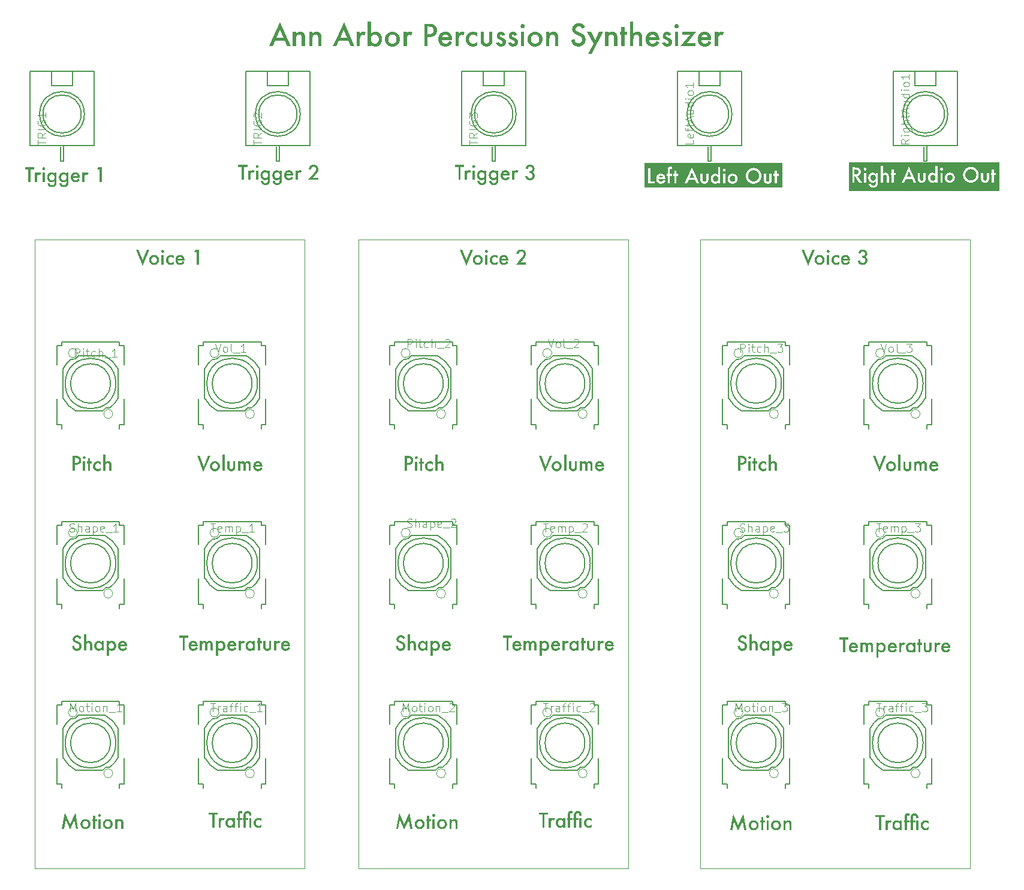
<source format=gbr>
%TF.GenerationSoftware,KiCad,Pcbnew,7.0.2-0*%
%TF.CreationDate,2023-11-14T20:22:57-05:00*%
%TF.ProjectId,A2 Percussion Desktop,41322050-6572-4637-9573-73696f6e2044,rev?*%
%TF.SameCoordinates,Original*%
%TF.FileFunction,Legend,Top*%
%TF.FilePolarity,Positive*%
%FSLAX46Y46*%
G04 Gerber Fmt 4.6, Leading zero omitted, Abs format (unit mm)*
G04 Created by KiCad (PCBNEW 7.0.2-0) date 2023-11-14 20:22:57*
%MOMM*%
%LPD*%
G01*
G04 APERTURE LIST*
%ADD10C,0.150000*%
%ADD11C,0.050000*%
%ADD12C,0.101600*%
%ADD13C,0.203200*%
%ADD14C,0.127000*%
G04 APERTURE END LIST*
D10*
G36*
X15884808Y-63834286D02*
G01*
X15916557Y-63834715D01*
X15947288Y-63835431D01*
X15977000Y-63836433D01*
X16005693Y-63837721D01*
X16033366Y-63839295D01*
X16060021Y-63841155D01*
X16085657Y-63843302D01*
X16110274Y-63845735D01*
X16133872Y-63848454D01*
X16156452Y-63851459D01*
X16178012Y-63854751D01*
X16198553Y-63858329D01*
X16218075Y-63862193D01*
X16245448Y-63868525D01*
X16254063Y-63870779D01*
X16279508Y-63878311D01*
X16304369Y-63886985D01*
X16328647Y-63896801D01*
X16352340Y-63907759D01*
X16375450Y-63919859D01*
X16397975Y-63933101D01*
X16419917Y-63947485D01*
X16441275Y-63963011D01*
X16462049Y-63979680D01*
X16482239Y-63997490D01*
X16495375Y-64009998D01*
X16517498Y-64032582D01*
X16538194Y-64055885D01*
X16557462Y-64079904D01*
X16575303Y-64104642D01*
X16591717Y-64130096D01*
X16606704Y-64156269D01*
X16620263Y-64183158D01*
X16632395Y-64210765D01*
X16643100Y-64239090D01*
X16652377Y-64268132D01*
X16660227Y-64297891D01*
X16666650Y-64328368D01*
X16671646Y-64359563D01*
X16675214Y-64391474D01*
X16677355Y-64424104D01*
X16678068Y-64457451D01*
X16677303Y-64493129D01*
X16675008Y-64527869D01*
X16671182Y-64561670D01*
X16665826Y-64594532D01*
X16658939Y-64626455D01*
X16650522Y-64657440D01*
X16640575Y-64687485D01*
X16629098Y-64716592D01*
X16616090Y-64744760D01*
X16601552Y-64771989D01*
X16585483Y-64798280D01*
X16567884Y-64823632D01*
X16548755Y-64848044D01*
X16528096Y-64871518D01*
X16505906Y-64894054D01*
X16482186Y-64915650D01*
X16457166Y-64936117D01*
X16431078Y-64955263D01*
X16403921Y-64973089D01*
X16375696Y-64989595D01*
X16346402Y-65004780D01*
X16316039Y-65018644D01*
X16284608Y-65031188D01*
X16252109Y-65042412D01*
X16218541Y-65052315D01*
X16183904Y-65060898D01*
X16148199Y-65068161D01*
X16111425Y-65074103D01*
X16073583Y-65078724D01*
X16034672Y-65082025D01*
X16014815Y-65083181D01*
X15994692Y-65084006D01*
X15974302Y-65084501D01*
X15953644Y-65084666D01*
X15804656Y-65084666D01*
X15804656Y-65944401D01*
X15490071Y-65944401D01*
X15490071Y-64111603D01*
X15804656Y-64111603D01*
X15804656Y-64807206D01*
X15923358Y-64807206D01*
X15950436Y-64806861D01*
X15976654Y-64805825D01*
X16002013Y-64804098D01*
X16026512Y-64801680D01*
X16050152Y-64798572D01*
X16072932Y-64794773D01*
X16094852Y-64790283D01*
X16115913Y-64785102D01*
X16136114Y-64779231D01*
X16155455Y-64772669D01*
X16173937Y-64765416D01*
X16208322Y-64748838D01*
X16239268Y-64729497D01*
X16266776Y-64707393D01*
X16290846Y-64682526D01*
X16311477Y-64654896D01*
X16328669Y-64624503D01*
X16342423Y-64591347D01*
X16352738Y-64555428D01*
X16359615Y-64516746D01*
X16361764Y-64496369D01*
X16363054Y-64475301D01*
X16363484Y-64453543D01*
X16363040Y-64432505D01*
X16361711Y-64412136D01*
X16359495Y-64392434D01*
X16352404Y-64355035D01*
X16341768Y-64320306D01*
X16327587Y-64288249D01*
X16309860Y-64258864D01*
X16288588Y-64232150D01*
X16263771Y-64208107D01*
X16235408Y-64186736D01*
X16203500Y-64168036D01*
X16168047Y-64152008D01*
X16148991Y-64144995D01*
X16129048Y-64138651D01*
X16108219Y-64132974D01*
X16086504Y-64127965D01*
X16063903Y-64123624D01*
X16040415Y-64119951D01*
X16016041Y-64116945D01*
X15990780Y-64114608D01*
X15964633Y-64112938D01*
X15937600Y-64111937D01*
X15909680Y-64111603D01*
X15804656Y-64111603D01*
X15490071Y-64111603D01*
X15490071Y-63834143D01*
X15852039Y-63834143D01*
X15884808Y-63834286D01*
G37*
G36*
X17254482Y-64615720D02*
G01*
X17254482Y-65960033D01*
X16939897Y-65960033D01*
X16939897Y-64615720D01*
X17254482Y-64615720D01*
G37*
G36*
X16908634Y-64066662D02*
G01*
X16909565Y-64046497D01*
X16912358Y-64027034D01*
X16918469Y-64003692D01*
X16927490Y-63981448D01*
X16939421Y-63960301D01*
X16951060Y-63944173D01*
X16964562Y-63928748D01*
X16968229Y-63925001D01*
X16983609Y-63911033D01*
X16999706Y-63898928D01*
X17016520Y-63888685D01*
X17038547Y-63878501D01*
X17061696Y-63871226D01*
X17081021Y-63867501D01*
X17101065Y-63865639D01*
X17111355Y-63865406D01*
X17132093Y-63866337D01*
X17152052Y-63869131D01*
X17171233Y-63873786D01*
X17194114Y-63882225D01*
X17211543Y-63891071D01*
X17228193Y-63901780D01*
X17244065Y-63914351D01*
X17255458Y-63925001D01*
X17269426Y-63939953D01*
X17281531Y-63955745D01*
X17294044Y-63976666D01*
X17303647Y-63998898D01*
X17309234Y-64017628D01*
X17312959Y-64037198D01*
X17314821Y-64057608D01*
X17315054Y-64068127D01*
X17314123Y-64088972D01*
X17311329Y-64109008D01*
X17306673Y-64128234D01*
X17298234Y-64151129D01*
X17286886Y-64172761D01*
X17275712Y-64189155D01*
X17262675Y-64204741D01*
X17255458Y-64212231D01*
X17240514Y-64226198D01*
X17224745Y-64238304D01*
X17203875Y-64250816D01*
X17181716Y-64260419D01*
X17158270Y-64267112D01*
X17138585Y-64270371D01*
X17118077Y-64271768D01*
X17112821Y-64271826D01*
X17092075Y-64270902D01*
X17072093Y-64268132D01*
X17052874Y-64263514D01*
X17034419Y-64257049D01*
X17016726Y-64248737D01*
X16999797Y-64238578D01*
X16983631Y-64226572D01*
X16968229Y-64212719D01*
X16954261Y-64197401D01*
X16942156Y-64181242D01*
X16931913Y-64164245D01*
X16923532Y-64146407D01*
X16917014Y-64127730D01*
X16912358Y-64108214D01*
X16909565Y-64087858D01*
X16908634Y-64066662D01*
G37*
G36*
X17950085Y-64897088D02*
G01*
X17950085Y-65960033D01*
X17635500Y-65960033D01*
X17635500Y-64897088D01*
X17510448Y-64897088D01*
X17510448Y-64619628D01*
X17635500Y-64619628D01*
X17635500Y-64115511D01*
X17950085Y-64115511D01*
X17950085Y-64619628D01*
X18198236Y-64619628D01*
X18198236Y-64897088D01*
X17950085Y-64897088D01*
G37*
G36*
X19431174Y-64678735D02*
G01*
X19431174Y-65086620D01*
X19418135Y-65070937D01*
X19405276Y-65055884D01*
X19386324Y-65034484D01*
X19367776Y-65014502D01*
X19349631Y-64995936D01*
X19331889Y-64978787D01*
X19314551Y-64963055D01*
X19297617Y-64948739D01*
X19281086Y-64935841D01*
X19264959Y-64924359D01*
X19244084Y-64911254D01*
X19223239Y-64899690D01*
X19201494Y-64889669D01*
X19178848Y-64881189D01*
X19155301Y-64874251D01*
X19130854Y-64868855D01*
X19105506Y-64865000D01*
X19085905Y-64863121D01*
X19065796Y-64862109D01*
X19052109Y-64861917D01*
X19030841Y-64862392D01*
X19010023Y-64863817D01*
X18989655Y-64866193D01*
X18969738Y-64869519D01*
X18950271Y-64873795D01*
X18931254Y-64879021D01*
X18912688Y-64885198D01*
X18885683Y-64896245D01*
X18859691Y-64909430D01*
X18834713Y-64924752D01*
X18818623Y-64936156D01*
X18802984Y-64948509D01*
X18787795Y-64961812D01*
X18773057Y-64976066D01*
X18765856Y-64983550D01*
X18752015Y-64998933D01*
X18739066Y-65014797D01*
X18727010Y-65031143D01*
X18715848Y-65047969D01*
X18705578Y-65065276D01*
X18696201Y-65083063D01*
X18687718Y-65101332D01*
X18680127Y-65120081D01*
X18673429Y-65139312D01*
X18667625Y-65159023D01*
X18662713Y-65179215D01*
X18658695Y-65199888D01*
X18655569Y-65221041D01*
X18653337Y-65242676D01*
X18651997Y-65264791D01*
X18651551Y-65287388D01*
X18651980Y-65310453D01*
X18653268Y-65333000D01*
X18655415Y-65355028D01*
X18658420Y-65376536D01*
X18662284Y-65397526D01*
X18667007Y-65417997D01*
X18672588Y-65437948D01*
X18679028Y-65457381D01*
X18686327Y-65476294D01*
X18694484Y-65494689D01*
X18703500Y-65512564D01*
X18713375Y-65529921D01*
X18724108Y-65546758D01*
X18735700Y-65563077D01*
X18748151Y-65578876D01*
X18761460Y-65594157D01*
X18775677Y-65608649D01*
X18790364Y-65622206D01*
X18805521Y-65634829D01*
X18829136Y-65652009D01*
X18853807Y-65667086D01*
X18879534Y-65680059D01*
X18906317Y-65690928D01*
X18934156Y-65699694D01*
X18953303Y-65704369D01*
X18972918Y-65708109D01*
X18993004Y-65710914D01*
X19013558Y-65712784D01*
X19034582Y-65713719D01*
X19045270Y-65713836D01*
X19065738Y-65713419D01*
X19085742Y-65712170D01*
X19105282Y-65710088D01*
X19130615Y-65706016D01*
X19155123Y-65700463D01*
X19178807Y-65693430D01*
X19201667Y-65684915D01*
X19223702Y-65674920D01*
X19239687Y-65666453D01*
X19260524Y-65653378D01*
X19276733Y-65641799D01*
X19293440Y-65628700D01*
X19310645Y-65614081D01*
X19328348Y-65597942D01*
X19346548Y-65580284D01*
X19365247Y-65561106D01*
X19384444Y-65540408D01*
X19397519Y-65525764D01*
X19410815Y-65510446D01*
X19424332Y-65494452D01*
X19431174Y-65486201D01*
X19431174Y-65893110D01*
X19407906Y-65905000D01*
X19384630Y-65916122D01*
X19361347Y-65926478D01*
X19338056Y-65936066D01*
X19314758Y-65944888D01*
X19291452Y-65952942D01*
X19268138Y-65960229D01*
X19244816Y-65966749D01*
X19221487Y-65972502D01*
X19198151Y-65977488D01*
X19174807Y-65981707D01*
X19151455Y-65985159D01*
X19128095Y-65987844D01*
X19104728Y-65989761D01*
X19081353Y-65990912D01*
X19057971Y-65991296D01*
X19019955Y-65990515D01*
X18982721Y-65988174D01*
X18946270Y-65984272D01*
X18910601Y-65978809D01*
X18875714Y-65971785D01*
X18841610Y-65963200D01*
X18808288Y-65953054D01*
X18775748Y-65941348D01*
X18743991Y-65928081D01*
X18713016Y-65913252D01*
X18682823Y-65896863D01*
X18653413Y-65878913D01*
X18624785Y-65859403D01*
X18596939Y-65838331D01*
X18569876Y-65815698D01*
X18543595Y-65791505D01*
X18518574Y-65766027D01*
X18495166Y-65739787D01*
X18473374Y-65712782D01*
X18453195Y-65685015D01*
X18434631Y-65656484D01*
X18417680Y-65627191D01*
X18402345Y-65597133D01*
X18388623Y-65566313D01*
X18376516Y-65534729D01*
X18366023Y-65502382D01*
X18357144Y-65469272D01*
X18349880Y-65435399D01*
X18344230Y-65400762D01*
X18340194Y-65365362D01*
X18337773Y-65329199D01*
X18336966Y-65292273D01*
X18337784Y-65255447D01*
X18340240Y-65219343D01*
X18344333Y-65183960D01*
X18350063Y-65149299D01*
X18357431Y-65115359D01*
X18366435Y-65082140D01*
X18377077Y-65049642D01*
X18389356Y-65017866D01*
X18403272Y-64986811D01*
X18418825Y-64956477D01*
X18436016Y-64926864D01*
X18454844Y-64897973D01*
X18475308Y-64869803D01*
X18497410Y-64842354D01*
X18521150Y-64815627D01*
X18546526Y-64789621D01*
X18573093Y-64764777D01*
X18600405Y-64741535D01*
X18628460Y-64719897D01*
X18657260Y-64699862D01*
X18686804Y-64681429D01*
X18717092Y-64664599D01*
X18748124Y-64649372D01*
X18779900Y-64635748D01*
X18812421Y-64623726D01*
X18845685Y-64613308D01*
X18879694Y-64604492D01*
X18914447Y-64597280D01*
X18949945Y-64591670D01*
X18986186Y-64587662D01*
X19023172Y-64585258D01*
X19060902Y-64584457D01*
X19085360Y-64584825D01*
X19109643Y-64585930D01*
X19133751Y-64587771D01*
X19157683Y-64590349D01*
X19181439Y-64593664D01*
X19205020Y-64597715D01*
X19228425Y-64602502D01*
X19251655Y-64608026D01*
X19274709Y-64614287D01*
X19297588Y-64621284D01*
X19320291Y-64629018D01*
X19342819Y-64637488D01*
X19365171Y-64646695D01*
X19387347Y-64656638D01*
X19409348Y-64667318D01*
X19431174Y-64678735D01*
G37*
G36*
X19806331Y-63646564D02*
G01*
X20120916Y-63646564D01*
X20120916Y-64731979D01*
X20141686Y-64714115D01*
X20162719Y-64697404D01*
X20184016Y-64681845D01*
X20205576Y-64667438D01*
X20227400Y-64654184D01*
X20249487Y-64642083D01*
X20271837Y-64631134D01*
X20294450Y-64621337D01*
X20317327Y-64612694D01*
X20340467Y-64605202D01*
X20363870Y-64598863D01*
X20387537Y-64593677D01*
X20411467Y-64589643D01*
X20435661Y-64586762D01*
X20460117Y-64585033D01*
X20484837Y-64584457D01*
X20512874Y-64585031D01*
X20540197Y-64586754D01*
X20566806Y-64589626D01*
X20592701Y-64593646D01*
X20617883Y-64598816D01*
X20642351Y-64605133D01*
X20666106Y-64612600D01*
X20689147Y-64621215D01*
X20711474Y-64630979D01*
X20733087Y-64641892D01*
X20753987Y-64653953D01*
X20774174Y-64667164D01*
X20793646Y-64681522D01*
X20812405Y-64697030D01*
X20830451Y-64713686D01*
X20847782Y-64731491D01*
X20861742Y-64748084D01*
X20874802Y-64765868D01*
X20886960Y-64784843D01*
X20898218Y-64805008D01*
X20908576Y-64826364D01*
X20918033Y-64848911D01*
X20926589Y-64872648D01*
X20934244Y-64897576D01*
X20940999Y-64923695D01*
X20946853Y-64951004D01*
X20951807Y-64979504D01*
X20955860Y-65009195D01*
X20959012Y-65040077D01*
X20961264Y-65072149D01*
X20962615Y-65105412D01*
X20963065Y-65139865D01*
X20963065Y-65960033D01*
X20648480Y-65960033D01*
X20648480Y-65167709D01*
X20648259Y-65147906D01*
X20647097Y-65119504D01*
X20644939Y-65092665D01*
X20641784Y-65067389D01*
X20637634Y-65043675D01*
X20632488Y-65021525D01*
X20626346Y-65000937D01*
X20619207Y-64981911D01*
X20608140Y-64958976D01*
X20595302Y-64938818D01*
X20591816Y-64934213D01*
X20576696Y-64917268D01*
X20559423Y-64902583D01*
X20539998Y-64890157D01*
X20518421Y-64879991D01*
X20494691Y-64872083D01*
X20475481Y-64867635D01*
X20455061Y-64864458D01*
X20433430Y-64862552D01*
X20410588Y-64861917D01*
X20390930Y-64862310D01*
X20362831Y-64864373D01*
X20336399Y-64868206D01*
X20311632Y-64873807D01*
X20288531Y-64881177D01*
X20267096Y-64890317D01*
X20247326Y-64901224D01*
X20229223Y-64913901D01*
X20212785Y-64928347D01*
X20198013Y-64944561D01*
X20184907Y-64962545D01*
X20173471Y-64982962D01*
X20163160Y-65005930D01*
X20153974Y-65031448D01*
X20145912Y-65059517D01*
X20141163Y-65079646D01*
X20136913Y-65100908D01*
X20133164Y-65123304D01*
X20129914Y-65146834D01*
X20127165Y-65171496D01*
X20124915Y-65197293D01*
X20123165Y-65224222D01*
X20121915Y-65252285D01*
X20121166Y-65281482D01*
X20120916Y-65311812D01*
X20120916Y-65960033D01*
X19806331Y-65960033D01*
X19806331Y-63646564D01*
G37*
G36*
X35482872Y-114563723D02*
G01*
X35482872Y-116376982D01*
X35168287Y-116376982D01*
X35168287Y-114563723D01*
X34670032Y-114563723D01*
X34670032Y-114251092D01*
X35951818Y-114251092D01*
X35951818Y-114563723D01*
X35482872Y-114563723D01*
G37*
G36*
X36080778Y-115032669D02*
G01*
X36395363Y-115032669D01*
X36395363Y-115160652D01*
X36411128Y-115144123D01*
X36426550Y-115128607D01*
X36441628Y-115114104D01*
X36456363Y-115100614D01*
X36475475Y-115084204D01*
X36493976Y-115069595D01*
X36511867Y-115056788D01*
X36529147Y-115045782D01*
X36545817Y-115036577D01*
X36567338Y-115026444D01*
X36590076Y-115018030D01*
X36609142Y-115012534D01*
X36628987Y-115008138D01*
X36649610Y-115004840D01*
X36671012Y-115002642D01*
X36693192Y-115001543D01*
X36704575Y-115001406D01*
X36727475Y-115002080D01*
X36750565Y-115004102D01*
X36773843Y-115007472D01*
X36797310Y-115012191D01*
X36820967Y-115018257D01*
X36844812Y-115025672D01*
X36868846Y-115034434D01*
X36893069Y-115044545D01*
X36917481Y-115056004D01*
X36942082Y-115068811D01*
X36958587Y-115078098D01*
X36817903Y-115376563D01*
X36801543Y-115365389D01*
X36779836Y-115352200D01*
X36758251Y-115340964D01*
X36736788Y-115331683D01*
X36715447Y-115324356D01*
X36694229Y-115318983D01*
X36673132Y-115315563D01*
X36652158Y-115314098D01*
X36646933Y-115314037D01*
X36616470Y-115315512D01*
X36587971Y-115319937D01*
X36561439Y-115327312D01*
X36536871Y-115337637D01*
X36514269Y-115350912D01*
X36493633Y-115367137D01*
X36474961Y-115386312D01*
X36458256Y-115408436D01*
X36443515Y-115433511D01*
X36430740Y-115461536D01*
X36419930Y-115492511D01*
X36411086Y-115526436D01*
X36404207Y-115563311D01*
X36401505Y-115582855D01*
X36399294Y-115603136D01*
X36397574Y-115624155D01*
X36396346Y-115645911D01*
X36395609Y-115668405D01*
X36395363Y-115691636D01*
X36395363Y-116376982D01*
X36080778Y-116376982D01*
X36080778Y-115032669D01*
G37*
G36*
X37701631Y-115002146D02*
G01*
X37730135Y-115004367D01*
X37758265Y-115008069D01*
X37786021Y-115013252D01*
X37813403Y-115019915D01*
X37840411Y-115028059D01*
X37867045Y-115037683D01*
X37893304Y-115048789D01*
X37919190Y-115061375D01*
X37944702Y-115075442D01*
X37969840Y-115090989D01*
X37994604Y-115108018D01*
X38018994Y-115126527D01*
X38043010Y-115146517D01*
X38066652Y-115167987D01*
X38089920Y-115190938D01*
X38089920Y-115032669D01*
X38390339Y-115032669D01*
X38390339Y-116376982D01*
X38089920Y-116376982D01*
X38089920Y-116231901D01*
X38066055Y-116253255D01*
X38041964Y-116273232D01*
X38017649Y-116291830D01*
X37993108Y-116309051D01*
X37968342Y-116324895D01*
X37943351Y-116339360D01*
X37918135Y-116352448D01*
X37892694Y-116364159D01*
X37867027Y-116374491D01*
X37841136Y-116383446D01*
X37815019Y-116391024D01*
X37788677Y-116397223D01*
X37762110Y-116402045D01*
X37735317Y-116405489D01*
X37708300Y-116407556D01*
X37681057Y-116408245D01*
X37646989Y-116407464D01*
X37613662Y-116405123D01*
X37581074Y-116401221D01*
X37549227Y-116395758D01*
X37518121Y-116388734D01*
X37487754Y-116380149D01*
X37458129Y-116370003D01*
X37429243Y-116358297D01*
X37401098Y-116345030D01*
X37373693Y-116330201D01*
X37347029Y-116313812D01*
X37321105Y-116295862D01*
X37295921Y-116276352D01*
X37271477Y-116255280D01*
X37247774Y-116232647D01*
X37224812Y-116208454D01*
X37203162Y-116182599D01*
X37182909Y-116155957D01*
X37164053Y-116128529D01*
X37146593Y-116100315D01*
X37130530Y-116071315D01*
X37115864Y-116041529D01*
X37102595Y-116010957D01*
X37090722Y-115979598D01*
X37080247Y-115947454D01*
X37071168Y-115914523D01*
X37063486Y-115880806D01*
X37057200Y-115846303D01*
X37052311Y-115811014D01*
X37048820Y-115774938D01*
X37046724Y-115738077D01*
X37046026Y-115700429D01*
X37046054Y-115698963D01*
X37360611Y-115698963D01*
X37361011Y-115722560D01*
X37362214Y-115745598D01*
X37364217Y-115768080D01*
X37367022Y-115790005D01*
X37370629Y-115811372D01*
X37375036Y-115832183D01*
X37380246Y-115852436D01*
X37386256Y-115872132D01*
X37393068Y-115891270D01*
X37400682Y-115909852D01*
X37409097Y-115927876D01*
X37418313Y-115945343D01*
X37428331Y-115962253D01*
X37439150Y-115978606D01*
X37450771Y-115994402D01*
X37463193Y-116009640D01*
X37476535Y-116024310D01*
X37497349Y-116044540D01*
X37519124Y-116062641D01*
X37541862Y-116078612D01*
X37565561Y-116092454D01*
X37590222Y-116104166D01*
X37615845Y-116113749D01*
X37642429Y-116121202D01*
X37669975Y-116126526D01*
X37698483Y-116129720D01*
X37718022Y-116130666D01*
X37727952Y-116130785D01*
X37749066Y-116130327D01*
X37769664Y-116128953D01*
X37789747Y-116126663D01*
X37809315Y-116123457D01*
X37837702Y-116116932D01*
X37864928Y-116108345D01*
X37890996Y-116097697D01*
X37915905Y-116084989D01*
X37939654Y-116070220D01*
X37962244Y-116053390D01*
X37983675Y-116034500D01*
X38003946Y-116013548D01*
X38016664Y-115998149D01*
X38028562Y-115982239D01*
X38039638Y-115965818D01*
X38049895Y-115948885D01*
X38059330Y-115931441D01*
X38067946Y-115913485D01*
X38075740Y-115895018D01*
X38082715Y-115876039D01*
X38088869Y-115856550D01*
X38094202Y-115836548D01*
X38098715Y-115816036D01*
X38102407Y-115795012D01*
X38105279Y-115773477D01*
X38107330Y-115751430D01*
X38108561Y-115728872D01*
X38108971Y-115705802D01*
X38108561Y-115682674D01*
X38107330Y-115660060D01*
X38105279Y-115637962D01*
X38102407Y-115616379D01*
X38098715Y-115595311D01*
X38094202Y-115574758D01*
X38088869Y-115554721D01*
X38082715Y-115535199D01*
X38075740Y-115516191D01*
X38067946Y-115497700D01*
X38059330Y-115479723D01*
X38049895Y-115462262D01*
X38039638Y-115445315D01*
X38028562Y-115428884D01*
X38016664Y-115412968D01*
X38003946Y-115397568D01*
X37990572Y-115383194D01*
X37969588Y-115363371D01*
X37947496Y-115345636D01*
X37924296Y-115329986D01*
X37899989Y-115316424D01*
X37874574Y-115304948D01*
X37848051Y-115295558D01*
X37820420Y-115288255D01*
X37791682Y-115283039D01*
X37771908Y-115280720D01*
X37751642Y-115279329D01*
X37730883Y-115278866D01*
X37711244Y-115279335D01*
X37682559Y-115281799D01*
X37654801Y-115286376D01*
X37627971Y-115293065D01*
X37602068Y-115301866D01*
X37577092Y-115312780D01*
X37553044Y-115325806D01*
X37529923Y-115340944D01*
X37507729Y-115358195D01*
X37486463Y-115377558D01*
X37472800Y-115391640D01*
X37466124Y-115399033D01*
X37453347Y-115414401D01*
X37441394Y-115430220D01*
X37430266Y-115446489D01*
X37419962Y-115463208D01*
X37410482Y-115480377D01*
X37401827Y-115497997D01*
X37393996Y-115516067D01*
X37386989Y-115534588D01*
X37380807Y-115553559D01*
X37375449Y-115572980D01*
X37370915Y-115592851D01*
X37367205Y-115613173D01*
X37364320Y-115633945D01*
X37362259Y-115655168D01*
X37361023Y-115676840D01*
X37360611Y-115698963D01*
X37046054Y-115698963D01*
X37046724Y-115663388D01*
X37048820Y-115627125D01*
X37052311Y-115591642D01*
X37057200Y-115556936D01*
X37063486Y-115523009D01*
X37071168Y-115489861D01*
X37080247Y-115457491D01*
X37090722Y-115425900D01*
X37102595Y-115395087D01*
X37115864Y-115365053D01*
X37130530Y-115335797D01*
X37146593Y-115307320D01*
X37164053Y-115279621D01*
X37182909Y-115252701D01*
X37203162Y-115226560D01*
X37224812Y-115201196D01*
X37247570Y-115177003D01*
X37271027Y-115154371D01*
X37295182Y-115133299D01*
X37320036Y-115113788D01*
X37345588Y-115095838D01*
X37371838Y-115079449D01*
X37398787Y-115064621D01*
X37426434Y-115051353D01*
X37454780Y-115039647D01*
X37483824Y-115029501D01*
X37513566Y-115020917D01*
X37544007Y-115013893D01*
X37575146Y-115008430D01*
X37606983Y-115004528D01*
X37639519Y-115002186D01*
X37672753Y-115001406D01*
X37701631Y-115002146D01*
G37*
G36*
X39099620Y-115314037D02*
G01*
X39099620Y-116361350D01*
X38785035Y-116361350D01*
X38785035Y-115314037D01*
X38693200Y-115314037D01*
X38693200Y-115036577D01*
X38785035Y-115036577D01*
X38785035Y-114511943D01*
X38785384Y-114480415D01*
X38786432Y-114450066D01*
X38788178Y-114420896D01*
X38790622Y-114392905D01*
X38793765Y-114366094D01*
X38797606Y-114340462D01*
X38802145Y-114316009D01*
X38807383Y-114292735D01*
X38813320Y-114270641D01*
X38819954Y-114249726D01*
X38827287Y-114229990D01*
X38835319Y-114211433D01*
X38848675Y-114185809D01*
X38863603Y-114162838D01*
X38874428Y-114148998D01*
X38890252Y-114131075D01*
X38906950Y-114114308D01*
X38924523Y-114098698D01*
X38942969Y-114084243D01*
X38962289Y-114070945D01*
X38982483Y-114058804D01*
X39003550Y-114047819D01*
X39025492Y-114037990D01*
X39048308Y-114029317D01*
X39071998Y-114021801D01*
X39096561Y-114015441D01*
X39121999Y-114010238D01*
X39148310Y-114006191D01*
X39175495Y-114003300D01*
X39203555Y-114001565D01*
X39232488Y-114000987D01*
X39254165Y-114001781D01*
X39277184Y-114004162D01*
X39301548Y-114008131D01*
X39320702Y-114012150D01*
X39340611Y-114017061D01*
X39361276Y-114022866D01*
X39382697Y-114029563D01*
X39404874Y-114037154D01*
X39427806Y-114045638D01*
X39443514Y-114051790D01*
X39443514Y-114381029D01*
X39411274Y-114364420D01*
X39392445Y-114355341D01*
X39374242Y-114347156D01*
X39350948Y-114337630D01*
X39328767Y-114329692D01*
X39307701Y-114323342D01*
X39287750Y-114318579D01*
X39264377Y-114314858D01*
X39242746Y-114313618D01*
X39222482Y-114314541D01*
X39199577Y-114318293D01*
X39179367Y-114324931D01*
X39161853Y-114334455D01*
X39144393Y-114349694D01*
X39132808Y-114365567D01*
X39128929Y-114372725D01*
X39120485Y-114393349D01*
X39114761Y-114413610D01*
X39109952Y-114437214D01*
X39106947Y-114457111D01*
X39104457Y-114478888D01*
X39102482Y-114502545D01*
X39101022Y-114528084D01*
X39100078Y-114555502D01*
X39099648Y-114584801D01*
X39099620Y-114594986D01*
X39099620Y-115036577D01*
X39443514Y-115036577D01*
X39443514Y-115314037D01*
X39099620Y-115314037D01*
G37*
G36*
X40713577Y-114689263D02*
G01*
X40398992Y-114689263D01*
X40398992Y-114566165D01*
X40397977Y-114541626D01*
X40394931Y-114517835D01*
X40389856Y-114494793D01*
X40382750Y-114472498D01*
X40373613Y-114450951D01*
X40362447Y-114430152D01*
X40349250Y-114410101D01*
X40334023Y-114390799D01*
X40316087Y-114372709D01*
X40297204Y-114357032D01*
X40277374Y-114343767D01*
X40256598Y-114332913D01*
X40234876Y-114324471D01*
X40212207Y-114318442D01*
X40188592Y-114314824D01*
X40164030Y-114313618D01*
X40139720Y-114314801D01*
X40116372Y-114318350D01*
X40093986Y-114324265D01*
X40072561Y-114332547D01*
X40052098Y-114343194D01*
X40032597Y-114356208D01*
X40014057Y-114371587D01*
X39996480Y-114389333D01*
X39980909Y-114408445D01*
X39967415Y-114428412D01*
X39955996Y-114449234D01*
X39946654Y-114470910D01*
X39939388Y-114493442D01*
X39934198Y-114516828D01*
X39931084Y-114541069D01*
X39930046Y-114566165D01*
X39930046Y-115036577D01*
X40305203Y-115036577D01*
X40305203Y-115314037D01*
X39930046Y-115314037D01*
X39930046Y-116376982D01*
X39615461Y-116376982D01*
X39615461Y-115314037D01*
X39523625Y-115314037D01*
X39523625Y-115036577D01*
X39615461Y-115036577D01*
X39615461Y-114569096D01*
X39616087Y-114541811D01*
X39617964Y-114515034D01*
X39621094Y-114488765D01*
X39625475Y-114463003D01*
X39631108Y-114437749D01*
X39637992Y-114413002D01*
X39646128Y-114388763D01*
X39655517Y-114365031D01*
X39666156Y-114341807D01*
X39678048Y-114319090D01*
X39691191Y-114296882D01*
X39705586Y-114275180D01*
X39721233Y-114253986D01*
X39738132Y-114233300D01*
X39756282Y-114213122D01*
X39775684Y-114193450D01*
X39796155Y-114174403D01*
X39817144Y-114156585D01*
X39838653Y-114139996D01*
X39860681Y-114124635D01*
X39883227Y-114110503D01*
X39906293Y-114097600D01*
X39929878Y-114085926D01*
X39953981Y-114075481D01*
X39978604Y-114066265D01*
X40003746Y-114058277D01*
X40029407Y-114051519D01*
X40055586Y-114045989D01*
X40082285Y-114041688D01*
X40109503Y-114038616D01*
X40137240Y-114036772D01*
X40165496Y-114036158D01*
X40193511Y-114036771D01*
X40221015Y-114038608D01*
X40248008Y-114041671D01*
X40274489Y-114045958D01*
X40300459Y-114051471D01*
X40325917Y-114058209D01*
X40350865Y-114066171D01*
X40375300Y-114075359D01*
X40399225Y-114085772D01*
X40422638Y-114097410D01*
X40445539Y-114110272D01*
X40467929Y-114124360D01*
X40489808Y-114139673D01*
X40511176Y-114156211D01*
X40532032Y-114173974D01*
X40552376Y-114192962D01*
X40571897Y-114212572D01*
X40590158Y-114232690D01*
X40607159Y-114253315D01*
X40622901Y-114274447D01*
X40637384Y-114296088D01*
X40650608Y-114318236D01*
X40662572Y-114340891D01*
X40673277Y-114364054D01*
X40682722Y-114387725D01*
X40690908Y-114411903D01*
X40697834Y-114436588D01*
X40703502Y-114461782D01*
X40707909Y-114487483D01*
X40711058Y-114513691D01*
X40712947Y-114540407D01*
X40713577Y-114567630D01*
X40713577Y-114689263D01*
G37*
G36*
X40713577Y-116376982D02*
G01*
X40398992Y-116376982D01*
X40398992Y-115036577D01*
X40713577Y-115036577D01*
X40713577Y-116376982D01*
G37*
G36*
X42134093Y-115095684D02*
G01*
X42134093Y-115503569D01*
X42121055Y-115487886D01*
X42108196Y-115472833D01*
X42089243Y-115451433D01*
X42070695Y-115431451D01*
X42052550Y-115412885D01*
X42034808Y-115395736D01*
X42017470Y-115380004D01*
X42000536Y-115365688D01*
X41984005Y-115352790D01*
X41967878Y-115341308D01*
X41947003Y-115328203D01*
X41926158Y-115316639D01*
X41904413Y-115306618D01*
X41881767Y-115298138D01*
X41858221Y-115291200D01*
X41833774Y-115285804D01*
X41808426Y-115281949D01*
X41788824Y-115280070D01*
X41768715Y-115279058D01*
X41755028Y-115278866D01*
X41733760Y-115279341D01*
X41712942Y-115280766D01*
X41692574Y-115283142D01*
X41672657Y-115286468D01*
X41653190Y-115290744D01*
X41634174Y-115295970D01*
X41615607Y-115302147D01*
X41588602Y-115313194D01*
X41562611Y-115326379D01*
X41537632Y-115341701D01*
X41521542Y-115353105D01*
X41505903Y-115365458D01*
X41490714Y-115378761D01*
X41475976Y-115393015D01*
X41468775Y-115400499D01*
X41454934Y-115415882D01*
X41441985Y-115431746D01*
X41429929Y-115448092D01*
X41418767Y-115464918D01*
X41408497Y-115482225D01*
X41399120Y-115500012D01*
X41390637Y-115518281D01*
X41383046Y-115537030D01*
X41376349Y-115556261D01*
X41370544Y-115575972D01*
X41365632Y-115596164D01*
X41361614Y-115616837D01*
X41358488Y-115637990D01*
X41356256Y-115659625D01*
X41354916Y-115681740D01*
X41354470Y-115704337D01*
X41354899Y-115727402D01*
X41356187Y-115749949D01*
X41358334Y-115771977D01*
X41361339Y-115793485D01*
X41365203Y-115814475D01*
X41369926Y-115834946D01*
X41375507Y-115854897D01*
X41381947Y-115874330D01*
X41389246Y-115893243D01*
X41397403Y-115911638D01*
X41406419Y-115929513D01*
X41416294Y-115946870D01*
X41427027Y-115963707D01*
X41438619Y-115980026D01*
X41451070Y-115995825D01*
X41464379Y-116011106D01*
X41478597Y-116025598D01*
X41493284Y-116039155D01*
X41508440Y-116051778D01*
X41532055Y-116068958D01*
X41556726Y-116084035D01*
X41582453Y-116097008D01*
X41609236Y-116107877D01*
X41637075Y-116116643D01*
X41656222Y-116121318D01*
X41675838Y-116125058D01*
X41695923Y-116127863D01*
X41716477Y-116129733D01*
X41737501Y-116130668D01*
X41748189Y-116130785D01*
X41768657Y-116130368D01*
X41788661Y-116129119D01*
X41808201Y-116127037D01*
X41833534Y-116122965D01*
X41858042Y-116117412D01*
X41881726Y-116110379D01*
X41904586Y-116101864D01*
X41926621Y-116091869D01*
X41942607Y-116083402D01*
X41963444Y-116070327D01*
X41979652Y-116058748D01*
X41996359Y-116045649D01*
X42013564Y-116031030D01*
X42031267Y-116014891D01*
X42049468Y-115997233D01*
X42068167Y-115978055D01*
X42087363Y-115957357D01*
X42100438Y-115942713D01*
X42113734Y-115927395D01*
X42127251Y-115911401D01*
X42134093Y-115903150D01*
X42134093Y-116310059D01*
X42110825Y-116321949D01*
X42087549Y-116333071D01*
X42064266Y-116343427D01*
X42040975Y-116353015D01*
X42017677Y-116361837D01*
X41994371Y-116369891D01*
X41971057Y-116377178D01*
X41947736Y-116383698D01*
X41924407Y-116389451D01*
X41901070Y-116394437D01*
X41877726Y-116398656D01*
X41854374Y-116402108D01*
X41831014Y-116404793D01*
X41807647Y-116406710D01*
X41784272Y-116407861D01*
X41760890Y-116408245D01*
X41722874Y-116407464D01*
X41685640Y-116405123D01*
X41649189Y-116401221D01*
X41613520Y-116395758D01*
X41578633Y-116388734D01*
X41544529Y-116380149D01*
X41511207Y-116370003D01*
X41478667Y-116358297D01*
X41446910Y-116345030D01*
X41415935Y-116330201D01*
X41385742Y-116313812D01*
X41356332Y-116295862D01*
X41327704Y-116276352D01*
X41299859Y-116255280D01*
X41272795Y-116232647D01*
X41246514Y-116208454D01*
X41221493Y-116182976D01*
X41198086Y-116156736D01*
X41176293Y-116129731D01*
X41156114Y-116101964D01*
X41137550Y-116073433D01*
X41120600Y-116044140D01*
X41105264Y-116014082D01*
X41091542Y-115983262D01*
X41079435Y-115951678D01*
X41068942Y-115919331D01*
X41060064Y-115886221D01*
X41052799Y-115852348D01*
X41047149Y-115817711D01*
X41043114Y-115782311D01*
X41040692Y-115746148D01*
X41039885Y-115709222D01*
X41040704Y-115672396D01*
X41043159Y-115636292D01*
X41047252Y-115600909D01*
X41052983Y-115566248D01*
X41060350Y-115532308D01*
X41069354Y-115499089D01*
X41079996Y-115466591D01*
X41092275Y-115434815D01*
X41106191Y-115403760D01*
X41121745Y-115373426D01*
X41138935Y-115343813D01*
X41157763Y-115314922D01*
X41178228Y-115286752D01*
X41200330Y-115259303D01*
X41224069Y-115232576D01*
X41249445Y-115206570D01*
X41276013Y-115181726D01*
X41303324Y-115158484D01*
X41331379Y-115136846D01*
X41360179Y-115116811D01*
X41389723Y-115098378D01*
X41420011Y-115081548D01*
X41451043Y-115066321D01*
X41482819Y-115052697D01*
X41515340Y-115040675D01*
X41548605Y-115030257D01*
X41582614Y-115021441D01*
X41617367Y-115014229D01*
X41652864Y-115008619D01*
X41689105Y-115004611D01*
X41726091Y-115002207D01*
X41763821Y-115001406D01*
X41788279Y-115001774D01*
X41812563Y-115002879D01*
X41836670Y-115004720D01*
X41860602Y-115007298D01*
X41884358Y-115010613D01*
X41907939Y-115014664D01*
X41931345Y-115019451D01*
X41954575Y-115024975D01*
X41977629Y-115031236D01*
X42000507Y-115038233D01*
X42023211Y-115045967D01*
X42045738Y-115054437D01*
X42068090Y-115063644D01*
X42090267Y-115073587D01*
X42112268Y-115084267D01*
X42134093Y-115095684D01*
G37*
G36*
X13942675Y-116546700D02*
G01*
X14386708Y-114265960D01*
X15111621Y-115914599D01*
X15861935Y-114265960D01*
X16261028Y-116546700D01*
X15934719Y-116546700D01*
X15731021Y-115265890D01*
X15105759Y-116644397D01*
X14499060Y-115264913D01*
X14271914Y-116546700D01*
X13942675Y-116546700D01*
G37*
G36*
X17319044Y-115171919D02*
G01*
X17354938Y-115174307D01*
X17390134Y-115178285D01*
X17424631Y-115183855D01*
X17458430Y-115191016D01*
X17491531Y-115199769D01*
X17523933Y-115210113D01*
X17555637Y-115222048D01*
X17586643Y-115235575D01*
X17616950Y-115250694D01*
X17646558Y-115267403D01*
X17675469Y-115285704D01*
X17703681Y-115305597D01*
X17731194Y-115327080D01*
X17758009Y-115350156D01*
X17784126Y-115374822D01*
X17808793Y-115400706D01*
X17831868Y-115427312D01*
X17853352Y-115454638D01*
X17873244Y-115482686D01*
X17891545Y-115511455D01*
X17908255Y-115540946D01*
X17923373Y-115571157D01*
X17936900Y-115602090D01*
X17948836Y-115633745D01*
X17959180Y-115666120D01*
X17967932Y-115699217D01*
X17975094Y-115733035D01*
X17980664Y-115767574D01*
X17984642Y-115802835D01*
X17987029Y-115838817D01*
X17987825Y-115875520D01*
X17987023Y-115912511D01*
X17984619Y-115948747D01*
X17980612Y-115984227D01*
X17975002Y-116018952D01*
X17967789Y-116052921D01*
X17958974Y-116086134D01*
X17948555Y-116118591D01*
X17936534Y-116150293D01*
X17922910Y-116181240D01*
X17907683Y-116211430D01*
X17890853Y-116240865D01*
X17872420Y-116269545D01*
X17852384Y-116297469D01*
X17830746Y-116324637D01*
X17807505Y-116351050D01*
X17782661Y-116376706D01*
X17756586Y-116401077D01*
X17729775Y-116423876D01*
X17702227Y-116445102D01*
X17673942Y-116464756D01*
X17644921Y-116482838D01*
X17615164Y-116499347D01*
X17584670Y-116514284D01*
X17553439Y-116527649D01*
X17521472Y-116539441D01*
X17488768Y-116549661D01*
X17455328Y-116558309D01*
X17421151Y-116565384D01*
X17386237Y-116570887D01*
X17350588Y-116574818D01*
X17314201Y-116577176D01*
X17277078Y-116577963D01*
X17240331Y-116577161D01*
X17204340Y-116574757D01*
X17169104Y-116570750D01*
X17134623Y-116565140D01*
X17100899Y-116557927D01*
X17067930Y-116549111D01*
X17035717Y-116538693D01*
X17004259Y-116526672D01*
X16973557Y-116513047D01*
X16943610Y-116497820D01*
X16914419Y-116480991D01*
X16885984Y-116462558D01*
X16858305Y-116442522D01*
X16831381Y-116420884D01*
X16805212Y-116397643D01*
X16779800Y-116372799D01*
X16755488Y-116347113D01*
X16732745Y-116320615D01*
X16711570Y-116293303D01*
X16691964Y-116265179D01*
X16673926Y-116236242D01*
X16657457Y-116206492D01*
X16642556Y-116175929D01*
X16629224Y-116144554D01*
X16617460Y-116112365D01*
X16607265Y-116079364D01*
X16598638Y-116045549D01*
X16591580Y-116010922D01*
X16586090Y-115975482D01*
X16582169Y-115939229D01*
X16579816Y-115902164D01*
X16579123Y-115868681D01*
X16893617Y-115868681D01*
X16894029Y-115893209D01*
X16895265Y-115917087D01*
X16897326Y-115940317D01*
X16900211Y-115962898D01*
X16903921Y-115984830D01*
X16908455Y-116006114D01*
X16913813Y-116026748D01*
X16919995Y-116046734D01*
X16927002Y-116066072D01*
X16934833Y-116084760D01*
X16943488Y-116102800D01*
X16952968Y-116120190D01*
X16963272Y-116136933D01*
X16974400Y-116153026D01*
X16992638Y-116175949D01*
X16999130Y-116183266D01*
X17012832Y-116197463D01*
X17034395Y-116217040D01*
X17057168Y-116234557D01*
X17081152Y-116250013D01*
X17106347Y-116263408D01*
X17132752Y-116274743D01*
X17160368Y-116284016D01*
X17179452Y-116289054D01*
X17199073Y-116293175D01*
X17219233Y-116296381D01*
X17239930Y-116298671D01*
X17261166Y-116300045D01*
X17282940Y-116300503D01*
X17304886Y-116300050D01*
X17326270Y-116298694D01*
X17347094Y-116296433D01*
X17367356Y-116293267D01*
X17387058Y-116289197D01*
X17406199Y-116284222D01*
X17433858Y-116275065D01*
X17460255Y-116263872D01*
X17485389Y-116250644D01*
X17509261Y-116235381D01*
X17531872Y-116218084D01*
X17553219Y-116198751D01*
X17566750Y-116184732D01*
X17579645Y-116169957D01*
X17591709Y-116154575D01*
X17608244Y-116130365D01*
X17618227Y-116113467D01*
X17627379Y-116095961D01*
X17635698Y-116077849D01*
X17643186Y-116059130D01*
X17649841Y-116039804D01*
X17655665Y-116019872D01*
X17660657Y-115999333D01*
X17664816Y-115978187D01*
X17668144Y-115956434D01*
X17670640Y-115934074D01*
X17672304Y-115911108D01*
X17673136Y-115887534D01*
X17673240Y-115875520D01*
X17672824Y-115851584D01*
X17671576Y-115828259D01*
X17669496Y-115805545D01*
X17666584Y-115783441D01*
X17662841Y-115761947D01*
X17658265Y-115741064D01*
X17652857Y-115720792D01*
X17646618Y-115701131D01*
X17639546Y-115682080D01*
X17631642Y-115663639D01*
X17622907Y-115645810D01*
X17613339Y-115628591D01*
X17602940Y-115611982D01*
X17591709Y-115595984D01*
X17579645Y-115580597D01*
X17566750Y-115565820D01*
X17553048Y-115551624D01*
X17531485Y-115532046D01*
X17508712Y-115514529D01*
X17484728Y-115499073D01*
X17459533Y-115485678D01*
X17433128Y-115474344D01*
X17405512Y-115465070D01*
X17386428Y-115460033D01*
X17366807Y-115455911D01*
X17346647Y-115452705D01*
X17325950Y-115450415D01*
X17304714Y-115449042D01*
X17282940Y-115448584D01*
X17261460Y-115449042D01*
X17240495Y-115450415D01*
X17220045Y-115452705D01*
X17200111Y-115455911D01*
X17180692Y-115460033D01*
X17161788Y-115465070D01*
X17134398Y-115474344D01*
X17108167Y-115485678D01*
X17083095Y-115499073D01*
X17059183Y-115514529D01*
X17036430Y-115532046D01*
X17014836Y-115551624D01*
X17001084Y-115565820D01*
X16988070Y-115580742D01*
X16975896Y-115596198D01*
X16964562Y-115612188D01*
X16954067Y-115628713D01*
X16944412Y-115645772D01*
X16935596Y-115663365D01*
X16927620Y-115681492D01*
X16920484Y-115700154D01*
X16914187Y-115719350D01*
X16908729Y-115739080D01*
X16904112Y-115759345D01*
X16900334Y-115780143D01*
X16897395Y-115801476D01*
X16895296Y-115823344D01*
X16894037Y-115845745D01*
X16893617Y-115868681D01*
X16579123Y-115868681D01*
X16579032Y-115864285D01*
X16579832Y-115828595D01*
X16582230Y-115793577D01*
X16586228Y-115759230D01*
X16591824Y-115725555D01*
X16599020Y-115692552D01*
X16607815Y-115660220D01*
X16618208Y-115628560D01*
X16630201Y-115597572D01*
X16643793Y-115567255D01*
X16658983Y-115537610D01*
X16675773Y-115508637D01*
X16694162Y-115480335D01*
X16714150Y-115452705D01*
X16735737Y-115425747D01*
X16758923Y-115399460D01*
X16783708Y-115373845D01*
X16809641Y-115349297D01*
X16836273Y-115326332D01*
X16863604Y-115304952D01*
X16891632Y-115285155D01*
X16920360Y-115266941D01*
X16949785Y-115250312D01*
X16979909Y-115235266D01*
X17010731Y-115221804D01*
X17042252Y-115209926D01*
X17074471Y-115199632D01*
X17107388Y-115190921D01*
X17141004Y-115183794D01*
X17175319Y-115178251D01*
X17210331Y-115174291D01*
X17246042Y-115171916D01*
X17282451Y-115171124D01*
X17319044Y-115171919D01*
G37*
G36*
X18654119Y-115483755D02*
G01*
X18654119Y-116546700D01*
X18339534Y-116546700D01*
X18339534Y-115483755D01*
X18214482Y-115483755D01*
X18214482Y-115206295D01*
X18339534Y-115206295D01*
X18339534Y-114702178D01*
X18654119Y-114702178D01*
X18654119Y-115206295D01*
X18902270Y-115206295D01*
X18902270Y-115483755D01*
X18654119Y-115483755D01*
G37*
G36*
X19418111Y-115202387D02*
G01*
X19418111Y-116546700D01*
X19103526Y-116546700D01*
X19103526Y-115202387D01*
X19418111Y-115202387D01*
G37*
G36*
X19072263Y-114653329D02*
G01*
X19073194Y-114633164D01*
X19075988Y-114613701D01*
X19082099Y-114590359D01*
X19091119Y-114568115D01*
X19103050Y-114546968D01*
X19114690Y-114530840D01*
X19128192Y-114515415D01*
X19131858Y-114511668D01*
X19147238Y-114497700D01*
X19163335Y-114485595D01*
X19180150Y-114475352D01*
X19202177Y-114465168D01*
X19225325Y-114457893D01*
X19244651Y-114454168D01*
X19264694Y-114452306D01*
X19274985Y-114452073D01*
X19295722Y-114453004D01*
X19315682Y-114455798D01*
X19334862Y-114460453D01*
X19357743Y-114468892D01*
X19375172Y-114477738D01*
X19391823Y-114488447D01*
X19407695Y-114501018D01*
X19419088Y-114511668D01*
X19433056Y-114526620D01*
X19445161Y-114542412D01*
X19457673Y-114563333D01*
X19467276Y-114585565D01*
X19472863Y-114604295D01*
X19476588Y-114623865D01*
X19478450Y-114644275D01*
X19478683Y-114654794D01*
X19477752Y-114675639D01*
X19474958Y-114695675D01*
X19470303Y-114714901D01*
X19461864Y-114737796D01*
X19450515Y-114759428D01*
X19439341Y-114775822D01*
X19426304Y-114791408D01*
X19419088Y-114798898D01*
X19404143Y-114812865D01*
X19388374Y-114824971D01*
X19367504Y-114837483D01*
X19345346Y-114847086D01*
X19321899Y-114853779D01*
X19302215Y-114857038D01*
X19281706Y-114858435D01*
X19276450Y-114858493D01*
X19255705Y-114857569D01*
X19235723Y-114854799D01*
X19216504Y-114850181D01*
X19198048Y-114843716D01*
X19180356Y-114835404D01*
X19163427Y-114825245D01*
X19147261Y-114813239D01*
X19131858Y-114799386D01*
X19117891Y-114784068D01*
X19105785Y-114767909D01*
X19095542Y-114750912D01*
X19087162Y-114733074D01*
X19080644Y-114714397D01*
X19075988Y-114694881D01*
X19073194Y-114674525D01*
X19072263Y-114653329D01*
G37*
G36*
X20476616Y-115171919D02*
G01*
X20512510Y-115174307D01*
X20547705Y-115178285D01*
X20582203Y-115183855D01*
X20616002Y-115191016D01*
X20649102Y-115199769D01*
X20681505Y-115210113D01*
X20713209Y-115222048D01*
X20744214Y-115235575D01*
X20774521Y-115250694D01*
X20804130Y-115267403D01*
X20833040Y-115285704D01*
X20861252Y-115305597D01*
X20888766Y-115327080D01*
X20915581Y-115350156D01*
X20941698Y-115374822D01*
X20966364Y-115400706D01*
X20989440Y-115427312D01*
X21010923Y-115454638D01*
X21030816Y-115482686D01*
X21049117Y-115511455D01*
X21065827Y-115540946D01*
X21080945Y-115571157D01*
X21094472Y-115602090D01*
X21106407Y-115633745D01*
X21116751Y-115666120D01*
X21125504Y-115699217D01*
X21132665Y-115733035D01*
X21138235Y-115767574D01*
X21142214Y-115802835D01*
X21144601Y-115838817D01*
X21145396Y-115875520D01*
X21144595Y-115912511D01*
X21142191Y-115948747D01*
X21138184Y-115984227D01*
X21132574Y-116018952D01*
X21125361Y-116052921D01*
X21116545Y-116086134D01*
X21106127Y-116118591D01*
X21094105Y-116150293D01*
X21080481Y-116181240D01*
X21065254Y-116211430D01*
X21048424Y-116240865D01*
X21029992Y-116269545D01*
X21009956Y-116297469D01*
X20988318Y-116324637D01*
X20965076Y-116351050D01*
X20940232Y-116376706D01*
X20914157Y-116401077D01*
X20887346Y-116423876D01*
X20859798Y-116445102D01*
X20831514Y-116464756D01*
X20802493Y-116482838D01*
X20772735Y-116499347D01*
X20742241Y-116514284D01*
X20711010Y-116527649D01*
X20679043Y-116539441D01*
X20646339Y-116549661D01*
X20612899Y-116558309D01*
X20578722Y-116565384D01*
X20543809Y-116570887D01*
X20508159Y-116574818D01*
X20471773Y-116577176D01*
X20434650Y-116577963D01*
X20397903Y-116577161D01*
X20361911Y-116574757D01*
X20326675Y-116570750D01*
X20292195Y-116565140D01*
X20258470Y-116557927D01*
X20225501Y-116549111D01*
X20193288Y-116538693D01*
X20161830Y-116526672D01*
X20131128Y-116513047D01*
X20101182Y-116497820D01*
X20071991Y-116480991D01*
X20043556Y-116462558D01*
X20015876Y-116442522D01*
X19988952Y-116420884D01*
X19962784Y-116397643D01*
X19937371Y-116372799D01*
X19913059Y-116347113D01*
X19890316Y-116320615D01*
X19869142Y-116293303D01*
X19849535Y-116265179D01*
X19831498Y-116236242D01*
X19815028Y-116206492D01*
X19800128Y-116175929D01*
X19786795Y-116144554D01*
X19775032Y-116112365D01*
X19764837Y-116079364D01*
X19756210Y-116045549D01*
X19749152Y-116010922D01*
X19743662Y-115975482D01*
X19739741Y-115939229D01*
X19737388Y-115902164D01*
X19736695Y-115868681D01*
X20051188Y-115868681D01*
X20051601Y-115893209D01*
X20052837Y-115917087D01*
X20054898Y-115940317D01*
X20057783Y-115962898D01*
X20061492Y-115984830D01*
X20066026Y-116006114D01*
X20071384Y-116026748D01*
X20077567Y-116046734D01*
X20084573Y-116066072D01*
X20092404Y-116084760D01*
X20101060Y-116102800D01*
X20110539Y-116120190D01*
X20120843Y-116136933D01*
X20131972Y-116153026D01*
X20150210Y-116175949D01*
X20156701Y-116183266D01*
X20170404Y-116197463D01*
X20191966Y-116217040D01*
X20214739Y-116234557D01*
X20238723Y-116250013D01*
X20263918Y-116263408D01*
X20290324Y-116274743D01*
X20317940Y-116284016D01*
X20337023Y-116289054D01*
X20356645Y-116293175D01*
X20376804Y-116296381D01*
X20397502Y-116298671D01*
X20418738Y-116300045D01*
X20440511Y-116300503D01*
X20462457Y-116300050D01*
X20483842Y-116298694D01*
X20504665Y-116296433D01*
X20524928Y-116293267D01*
X20544630Y-116289197D01*
X20563770Y-116284222D01*
X20591429Y-116275065D01*
X20617826Y-116263872D01*
X20642961Y-116250644D01*
X20666833Y-116235381D01*
X20689443Y-116218084D01*
X20710791Y-116198751D01*
X20724322Y-116184732D01*
X20737217Y-116169957D01*
X20749280Y-116154575D01*
X20765815Y-116130365D01*
X20775799Y-116113467D01*
X20784950Y-116095961D01*
X20793270Y-116077849D01*
X20800757Y-116059130D01*
X20807413Y-116039804D01*
X20813237Y-116019872D01*
X20818228Y-115999333D01*
X20822388Y-115978187D01*
X20825716Y-115956434D01*
X20828212Y-115934074D01*
X20829876Y-115911108D01*
X20830708Y-115887534D01*
X20830812Y-115875520D01*
X20830396Y-115851584D01*
X20829148Y-115828259D01*
X20827068Y-115805545D01*
X20824156Y-115783441D01*
X20820412Y-115761947D01*
X20815836Y-115741064D01*
X20810429Y-115720792D01*
X20804189Y-115701131D01*
X20797117Y-115682080D01*
X20789214Y-115663639D01*
X20780478Y-115645810D01*
X20770911Y-115628591D01*
X20760512Y-115611982D01*
X20749280Y-115595984D01*
X20737217Y-115580597D01*
X20724322Y-115565820D01*
X20710619Y-115551624D01*
X20689057Y-115532046D01*
X20666283Y-115514529D01*
X20642299Y-115499073D01*
X20617105Y-115485678D01*
X20590699Y-115474344D01*
X20563083Y-115465070D01*
X20544000Y-115460033D01*
X20524378Y-115455911D01*
X20504219Y-115452705D01*
X20483521Y-115450415D01*
X20462285Y-115449042D01*
X20440511Y-115448584D01*
X20419031Y-115449042D01*
X20398067Y-115450415D01*
X20377617Y-115452705D01*
X20357683Y-115455911D01*
X20338263Y-115460033D01*
X20319359Y-115465070D01*
X20291969Y-115474344D01*
X20265739Y-115485678D01*
X20240667Y-115499073D01*
X20216754Y-115514529D01*
X20194001Y-115532046D01*
X20172407Y-115551624D01*
X20158655Y-115565820D01*
X20145642Y-115580742D01*
X20133468Y-115596198D01*
X20122133Y-115612188D01*
X20111638Y-115628713D01*
X20101983Y-115645772D01*
X20093168Y-115663365D01*
X20085192Y-115681492D01*
X20078055Y-115700154D01*
X20071758Y-115719350D01*
X20066301Y-115739080D01*
X20061683Y-115759345D01*
X20057905Y-115780143D01*
X20054966Y-115801476D01*
X20052868Y-115823344D01*
X20051608Y-115845745D01*
X20051188Y-115868681D01*
X19736695Y-115868681D01*
X19736604Y-115864285D01*
X19737403Y-115828595D01*
X19739802Y-115793577D01*
X19743799Y-115759230D01*
X19749396Y-115725555D01*
X19756591Y-115692552D01*
X19765386Y-115660220D01*
X19775780Y-115628560D01*
X19787772Y-115597572D01*
X19801364Y-115567255D01*
X19816555Y-115537610D01*
X19833345Y-115508637D01*
X19851734Y-115480335D01*
X19871721Y-115452705D01*
X19893308Y-115425747D01*
X19916494Y-115399460D01*
X19941279Y-115373845D01*
X19967213Y-115349297D01*
X19993845Y-115326332D01*
X20021175Y-115304952D01*
X20049204Y-115285155D01*
X20077931Y-115266941D01*
X20107357Y-115250312D01*
X20137481Y-115235266D01*
X20168303Y-115221804D01*
X20199823Y-115209926D01*
X20232043Y-115199632D01*
X20264960Y-115190921D01*
X20298576Y-115183794D01*
X20332890Y-115178251D01*
X20367903Y-115174291D01*
X20403614Y-115171916D01*
X20440023Y-115171124D01*
X20476616Y-115171919D01*
G37*
G36*
X21481474Y-115202387D02*
G01*
X21796059Y-115202387D01*
X21796059Y-115328905D01*
X21816490Y-115309798D01*
X21837237Y-115291925D01*
X21858301Y-115275284D01*
X21879682Y-115259876D01*
X21901379Y-115245700D01*
X21923394Y-115232757D01*
X21945725Y-115221047D01*
X21968373Y-115210569D01*
X21991337Y-115201324D01*
X22014618Y-115193312D01*
X22038217Y-115186532D01*
X22062131Y-115180985D01*
X22086363Y-115176671D01*
X22110911Y-115173589D01*
X22135776Y-115171740D01*
X22160958Y-115171124D01*
X22189802Y-115171698D01*
X22217836Y-115173421D01*
X22245062Y-115176293D01*
X22271478Y-115180313D01*
X22297085Y-115185483D01*
X22321884Y-115191800D01*
X22345873Y-115199267D01*
X22369053Y-115207882D01*
X22391424Y-115217646D01*
X22412986Y-115228559D01*
X22433739Y-115240620D01*
X22453683Y-115253831D01*
X22472818Y-115268189D01*
X22491144Y-115283697D01*
X22508661Y-115300353D01*
X22525368Y-115318158D01*
X22539033Y-115334408D01*
X22551815Y-115351894D01*
X22563716Y-115370617D01*
X22574736Y-115390576D01*
X22584874Y-115411772D01*
X22594130Y-115434204D01*
X22602505Y-115457873D01*
X22609999Y-115482778D01*
X22616610Y-115508919D01*
X22622340Y-115536297D01*
X22627189Y-115564912D01*
X22631156Y-115594763D01*
X22634242Y-115625851D01*
X22636445Y-115658175D01*
X22637768Y-115691735D01*
X22638209Y-115726532D01*
X22638209Y-116546700D01*
X22323624Y-116546700D01*
X22323624Y-115798828D01*
X22323410Y-115774575D01*
X22322769Y-115751277D01*
X22321700Y-115728932D01*
X22320204Y-115707542D01*
X22318281Y-115687106D01*
X22315930Y-115667624D01*
X22311602Y-115640189D01*
X22306313Y-115614902D01*
X22300062Y-115591761D01*
X22292849Y-115570766D01*
X22284675Y-115551918D01*
X22272279Y-115530127D01*
X22268913Y-115525276D01*
X22254350Y-115507301D01*
X22237040Y-115491723D01*
X22216981Y-115478542D01*
X22194175Y-115467757D01*
X22175267Y-115461241D01*
X22154814Y-115456073D01*
X22132815Y-115452254D01*
X22109270Y-115449782D01*
X22084180Y-115448659D01*
X22075473Y-115448584D01*
X22047591Y-115449477D01*
X22021280Y-115452156D01*
X21996540Y-115456621D01*
X21973372Y-115462872D01*
X21951775Y-115470909D01*
X21931750Y-115480732D01*
X21913295Y-115492341D01*
X21896413Y-115505736D01*
X21881101Y-115520918D01*
X21867361Y-115537885D01*
X21859074Y-115550189D01*
X21847813Y-115570283D01*
X21837659Y-115593013D01*
X21828613Y-115618380D01*
X21820674Y-115646382D01*
X21815997Y-115666515D01*
X21811813Y-115687820D01*
X21808121Y-115710296D01*
X21804921Y-115733943D01*
X21802213Y-115758763D01*
X21799998Y-115784753D01*
X21798275Y-115811916D01*
X21797044Y-115840250D01*
X21796305Y-115869756D01*
X21796059Y-115900433D01*
X21796059Y-116546700D01*
X21481474Y-116546700D01*
X21481474Y-115202387D01*
G37*
G36*
X110674188Y-89535538D02*
G01*
X110415779Y-89692342D01*
X110402101Y-89669485D01*
X110388543Y-89648173D01*
X110375104Y-89628406D01*
X110361787Y-89610185D01*
X110348589Y-89593510D01*
X110335511Y-89578380D01*
X110318262Y-89560611D01*
X110301226Y-89545591D01*
X110284404Y-89533317D01*
X110276073Y-89528211D01*
X110258090Y-89517907D01*
X110238826Y-89508977D01*
X110218279Y-89501421D01*
X110196449Y-89495238D01*
X110173338Y-89490430D01*
X110148944Y-89486995D01*
X110123268Y-89484934D01*
X110103170Y-89484290D01*
X110096310Y-89484247D01*
X110071526Y-89484917D01*
X110047549Y-89486926D01*
X110024379Y-89490275D01*
X110002017Y-89494964D01*
X109980461Y-89500991D01*
X109959713Y-89508359D01*
X109939772Y-89517066D01*
X109920638Y-89527112D01*
X109902311Y-89538498D01*
X109884792Y-89551223D01*
X109873560Y-89560451D01*
X109857672Y-89574717D01*
X109843347Y-89589669D01*
X109830584Y-89605308D01*
X109819384Y-89621634D01*
X109809747Y-89638647D01*
X109799329Y-89662400D01*
X109793338Y-89681016D01*
X109788910Y-89700318D01*
X109786045Y-89720308D01*
X109784743Y-89740985D01*
X109784656Y-89748030D01*
X109786678Y-89776798D01*
X109792745Y-89804484D01*
X109802855Y-89831088D01*
X109817011Y-89856611D01*
X109828694Y-89873025D01*
X109842175Y-89888958D01*
X109857454Y-89904410D01*
X109874530Y-89919381D01*
X109893403Y-89933872D01*
X109914074Y-89947881D01*
X109936543Y-89961410D01*
X109960808Y-89974458D01*
X109986872Y-89987025D01*
X110014733Y-89999111D01*
X110226247Y-90086062D01*
X110257886Y-90099369D01*
X110288445Y-90113035D01*
X110317924Y-90127060D01*
X110346323Y-90141444D01*
X110373642Y-90156186D01*
X110399881Y-90171287D01*
X110425040Y-90186747D01*
X110449119Y-90202566D01*
X110472118Y-90218743D01*
X110494036Y-90235279D01*
X110514875Y-90252174D01*
X110534634Y-90269427D01*
X110553313Y-90287039D01*
X110570912Y-90305010D01*
X110587431Y-90323340D01*
X110602870Y-90342028D01*
X110617362Y-90361163D01*
X110630919Y-90380832D01*
X110643542Y-90401036D01*
X110655229Y-90421774D01*
X110665981Y-90443046D01*
X110675799Y-90464852D01*
X110684681Y-90487193D01*
X110692629Y-90510067D01*
X110699641Y-90533477D01*
X110705719Y-90557420D01*
X110710861Y-90581898D01*
X110715069Y-90606910D01*
X110718341Y-90632456D01*
X110720679Y-90658537D01*
X110722081Y-90685151D01*
X110722548Y-90712300D01*
X110721795Y-90748658D01*
X110719534Y-90784215D01*
X110715765Y-90818970D01*
X110710489Y-90852923D01*
X110703706Y-90886075D01*
X110695415Y-90918426D01*
X110685616Y-90949975D01*
X110674311Y-90980723D01*
X110661497Y-91010670D01*
X110647177Y-91039815D01*
X110631349Y-91068158D01*
X110614013Y-91095701D01*
X110595170Y-91122441D01*
X110574820Y-91148381D01*
X110552962Y-91173519D01*
X110529597Y-91197855D01*
X110504869Y-91221280D01*
X110479412Y-91243193D01*
X110453227Y-91263595D01*
X110426312Y-91282485D01*
X110398669Y-91299865D01*
X110370297Y-91315733D01*
X110341196Y-91330090D01*
X110311366Y-91342936D01*
X110280807Y-91354270D01*
X110249519Y-91364093D01*
X110217502Y-91372405D01*
X110184756Y-91379206D01*
X110151282Y-91384495D01*
X110117078Y-91388273D01*
X110082146Y-91390540D01*
X110046484Y-91391296D01*
X110012722Y-91390643D01*
X109979699Y-91388685D01*
X109947417Y-91385422D01*
X109915875Y-91380854D01*
X109885074Y-91374981D01*
X109855013Y-91367802D01*
X109825693Y-91359319D01*
X109797112Y-91349530D01*
X109769272Y-91338436D01*
X109742173Y-91326037D01*
X109715814Y-91312333D01*
X109690195Y-91297323D01*
X109665317Y-91281008D01*
X109641179Y-91263389D01*
X109617781Y-91244464D01*
X109595124Y-91224233D01*
X109573716Y-91202881D01*
X109553335Y-91180468D01*
X109533981Y-91156994D01*
X109515653Y-91132459D01*
X109498352Y-91106863D01*
X109482077Y-91080207D01*
X109466829Y-91052489D01*
X109452608Y-91023710D01*
X109439413Y-90993870D01*
X109427245Y-90962970D01*
X109416103Y-90931008D01*
X109405988Y-90897986D01*
X109396899Y-90863903D01*
X109388838Y-90828759D01*
X109381802Y-90792553D01*
X109375793Y-90755287D01*
X109691844Y-90683968D01*
X109694723Y-90706841D01*
X109697866Y-90728810D01*
X109701272Y-90749874D01*
X109704941Y-90770033D01*
X109708874Y-90789288D01*
X109715267Y-90816475D01*
X109722252Y-90841627D01*
X109729830Y-90864744D01*
X109738000Y-90885825D01*
X109746763Y-90904872D01*
X109759368Y-90927102D01*
X109769513Y-90941400D01*
X109782206Y-90958022D01*
X109795616Y-90973572D01*
X109809744Y-90988049D01*
X109824590Y-91001453D01*
X109840153Y-91013786D01*
X109856433Y-91025046D01*
X109873431Y-91035233D01*
X109891146Y-91044349D01*
X109909579Y-91052391D01*
X109928729Y-91059362D01*
X109948596Y-91065260D01*
X109969181Y-91070086D01*
X109990484Y-91073839D01*
X110012504Y-91076520D01*
X110035241Y-91078129D01*
X110058696Y-91078665D01*
X110086456Y-91077780D01*
X110113313Y-91075127D01*
X110139269Y-91070705D01*
X110164324Y-91064514D01*
X110188477Y-91056554D01*
X110211728Y-91046825D01*
X110234078Y-91035328D01*
X110255526Y-91022061D01*
X110276072Y-91007026D01*
X110295717Y-90990222D01*
X110308313Y-90978037D01*
X110326121Y-90958697D01*
X110342178Y-90938412D01*
X110356484Y-90917183D01*
X110369038Y-90895009D01*
X110379840Y-90871891D01*
X110388890Y-90847829D01*
X110396189Y-90822821D01*
X110401736Y-90796870D01*
X110405531Y-90769973D01*
X110407574Y-90742132D01*
X110407964Y-90723047D01*
X110407363Y-90700144D01*
X110405559Y-90677961D01*
X110402554Y-90656501D01*
X110398347Y-90635761D01*
X110392937Y-90615742D01*
X110390867Y-90609230D01*
X110383786Y-90590105D01*
X110375365Y-90571563D01*
X110365605Y-90553606D01*
X110354505Y-90536232D01*
X110342066Y-90519442D01*
X110337622Y-90513975D01*
X110323311Y-90497878D01*
X110307488Y-90482193D01*
X110290155Y-90466920D01*
X110274556Y-90454508D01*
X110257907Y-90442382D01*
X110243833Y-90432887D01*
X110225436Y-90421075D01*
X110205965Y-90409455D01*
X110185422Y-90398025D01*
X110163805Y-90386786D01*
X110145738Y-90377932D01*
X110126985Y-90369200D01*
X110107545Y-90360591D01*
X109903846Y-90275106D01*
X109877159Y-90263398D01*
X109851319Y-90251357D01*
X109826326Y-90238982D01*
X109802180Y-90226272D01*
X109778882Y-90213229D01*
X109756431Y-90199852D01*
X109734827Y-90186141D01*
X109714070Y-90172096D01*
X109694160Y-90157718D01*
X109675098Y-90143005D01*
X109656883Y-90127958D01*
X109639515Y-90112577D01*
X109622994Y-90096863D01*
X109607320Y-90080814D01*
X109592494Y-90064432D01*
X109578515Y-90047716D01*
X109565383Y-90030665D01*
X109553098Y-90013281D01*
X109541661Y-89995563D01*
X109531071Y-89977511D01*
X109521328Y-89959125D01*
X109512432Y-89940405D01*
X109504383Y-89921351D01*
X109497182Y-89901964D01*
X109490828Y-89882242D01*
X109485321Y-89862187D01*
X109480661Y-89841797D01*
X109476849Y-89821074D01*
X109473884Y-89800016D01*
X109471766Y-89778625D01*
X109470495Y-89756900D01*
X109470071Y-89734841D01*
X109470783Y-89705226D01*
X109472918Y-89676222D01*
X109476477Y-89647829D01*
X109481459Y-89620046D01*
X109487865Y-89592874D01*
X109495694Y-89566313D01*
X109504946Y-89540362D01*
X109515622Y-89515022D01*
X109527722Y-89490292D01*
X109541245Y-89466173D01*
X109556192Y-89442665D01*
X109572562Y-89419767D01*
X109590355Y-89397480D01*
X109609572Y-89375804D01*
X109630212Y-89354738D01*
X109652276Y-89334282D01*
X109675336Y-89314585D01*
X109699087Y-89296158D01*
X109723528Y-89279001D01*
X109748661Y-89263116D01*
X109774484Y-89248502D01*
X109800997Y-89235158D01*
X109828202Y-89223085D01*
X109856097Y-89212283D01*
X109884683Y-89202752D01*
X109913960Y-89194491D01*
X109943927Y-89187502D01*
X109974585Y-89181783D01*
X110005934Y-89177335D01*
X110037974Y-89174158D01*
X110070704Y-89172252D01*
X110104126Y-89171617D01*
X110126776Y-89171972D01*
X110149114Y-89173038D01*
X110171140Y-89174815D01*
X110192854Y-89177303D01*
X110214257Y-89180501D01*
X110235347Y-89184411D01*
X110256125Y-89189031D01*
X110276592Y-89194362D01*
X110296746Y-89200403D01*
X110316588Y-89207156D01*
X110336119Y-89214619D01*
X110355337Y-89222793D01*
X110374243Y-89231678D01*
X110392838Y-89241274D01*
X110411120Y-89251580D01*
X110429091Y-89262597D01*
X110446749Y-89274325D01*
X110464096Y-89286764D01*
X110481130Y-89299913D01*
X110497853Y-89313774D01*
X110514263Y-89328345D01*
X110530362Y-89343627D01*
X110546148Y-89359619D01*
X110561623Y-89376323D01*
X110576786Y-89393737D01*
X110591636Y-89411862D01*
X110606175Y-89430698D01*
X110620402Y-89450244D01*
X110634316Y-89470502D01*
X110647919Y-89491470D01*
X110661210Y-89513149D01*
X110674188Y-89535538D01*
G37*
G36*
X111039087Y-89046564D02*
G01*
X111353672Y-89046564D01*
X111353672Y-90131979D01*
X111374442Y-90114115D01*
X111395476Y-90097404D01*
X111416773Y-90081845D01*
X111438333Y-90067438D01*
X111460156Y-90054184D01*
X111482243Y-90042083D01*
X111504593Y-90031134D01*
X111527207Y-90021337D01*
X111550083Y-90012694D01*
X111573223Y-90005202D01*
X111596627Y-89998863D01*
X111620294Y-89993677D01*
X111644224Y-89989643D01*
X111668417Y-89986762D01*
X111692874Y-89985033D01*
X111717594Y-89984457D01*
X111745630Y-89985031D01*
X111772953Y-89986754D01*
X111799562Y-89989626D01*
X111825458Y-89993646D01*
X111850639Y-89998816D01*
X111875108Y-90005133D01*
X111898862Y-90012600D01*
X111921903Y-90021215D01*
X111944230Y-90030979D01*
X111965844Y-90041892D01*
X111986744Y-90053953D01*
X112006930Y-90067164D01*
X112026403Y-90081522D01*
X112045162Y-90097030D01*
X112063207Y-90113686D01*
X112080539Y-90131491D01*
X112094499Y-90148084D01*
X112107558Y-90165868D01*
X112119717Y-90184843D01*
X112130975Y-90205008D01*
X112141332Y-90226364D01*
X112150789Y-90248911D01*
X112159345Y-90272648D01*
X112167001Y-90297576D01*
X112173756Y-90323695D01*
X112179610Y-90351004D01*
X112184563Y-90379504D01*
X112188616Y-90409195D01*
X112191768Y-90440077D01*
X112194020Y-90472149D01*
X112195371Y-90505412D01*
X112195821Y-90539865D01*
X112195821Y-91360033D01*
X111881237Y-91360033D01*
X111881237Y-90567709D01*
X111881015Y-90547906D01*
X111879853Y-90519504D01*
X111877695Y-90492665D01*
X111874541Y-90467389D01*
X111870391Y-90443675D01*
X111865244Y-90421525D01*
X111859102Y-90400937D01*
X111851964Y-90381911D01*
X111840896Y-90358976D01*
X111828058Y-90338818D01*
X111824572Y-90334213D01*
X111809452Y-90317268D01*
X111792180Y-90302583D01*
X111772755Y-90290157D01*
X111751177Y-90279991D01*
X111727448Y-90272083D01*
X111708238Y-90267635D01*
X111687817Y-90264458D01*
X111666186Y-90262552D01*
X111643344Y-90261917D01*
X111623686Y-90262310D01*
X111595588Y-90264373D01*
X111569155Y-90268206D01*
X111544388Y-90273807D01*
X111521287Y-90281177D01*
X111499852Y-90290317D01*
X111480083Y-90301224D01*
X111461979Y-90313901D01*
X111445542Y-90328347D01*
X111430770Y-90344561D01*
X111417664Y-90362545D01*
X111406228Y-90382962D01*
X111395916Y-90405930D01*
X111386730Y-90431448D01*
X111378669Y-90459517D01*
X111373919Y-90479646D01*
X111369670Y-90500908D01*
X111365920Y-90523304D01*
X111362671Y-90546834D01*
X111359921Y-90571496D01*
X111357671Y-90597293D01*
X111355922Y-90624222D01*
X111354672Y-90652285D01*
X111353922Y-90681482D01*
X111353672Y-90711812D01*
X111353672Y-91360033D01*
X111039087Y-91360033D01*
X111039087Y-89046564D01*
G37*
G36*
X113166011Y-89985197D02*
G01*
X113194515Y-89987418D01*
X113222645Y-89991120D01*
X113250401Y-89996303D01*
X113277783Y-90002966D01*
X113304791Y-90011110D01*
X113331425Y-90020734D01*
X113357685Y-90031840D01*
X113383570Y-90044426D01*
X113409082Y-90058493D01*
X113434220Y-90074040D01*
X113458984Y-90091069D01*
X113483374Y-90109578D01*
X113507390Y-90129568D01*
X113531032Y-90151038D01*
X113554300Y-90173989D01*
X113554300Y-90015720D01*
X113854719Y-90015720D01*
X113854719Y-91360033D01*
X113554300Y-91360033D01*
X113554300Y-91214952D01*
X113530435Y-91236306D01*
X113506345Y-91256283D01*
X113482029Y-91274881D01*
X113457488Y-91292102D01*
X113432722Y-91307946D01*
X113407731Y-91322411D01*
X113382515Y-91335499D01*
X113357074Y-91347210D01*
X113331407Y-91357542D01*
X113305516Y-91366497D01*
X113279399Y-91374075D01*
X113253057Y-91380274D01*
X113226490Y-91385096D01*
X113199698Y-91388540D01*
X113172680Y-91390607D01*
X113145438Y-91391296D01*
X113111369Y-91390515D01*
X113078042Y-91388174D01*
X113045454Y-91384272D01*
X113013607Y-91378809D01*
X112982501Y-91371785D01*
X112952135Y-91363200D01*
X112922509Y-91353054D01*
X112893623Y-91341348D01*
X112865478Y-91328081D01*
X112838073Y-91313252D01*
X112811409Y-91296863D01*
X112785485Y-91278913D01*
X112760301Y-91259403D01*
X112735858Y-91238331D01*
X112712155Y-91215698D01*
X112689192Y-91191505D01*
X112667542Y-91165650D01*
X112647289Y-91139008D01*
X112628433Y-91111580D01*
X112610973Y-91083366D01*
X112594910Y-91054366D01*
X112580244Y-91024580D01*
X112566975Y-90994008D01*
X112555103Y-90962649D01*
X112544627Y-90930505D01*
X112535548Y-90897574D01*
X112527866Y-90863857D01*
X112521580Y-90829354D01*
X112516692Y-90794065D01*
X112513200Y-90757989D01*
X112511105Y-90721128D01*
X112510406Y-90683480D01*
X112510434Y-90682014D01*
X112824991Y-90682014D01*
X112825392Y-90705611D01*
X112826594Y-90728649D01*
X112828597Y-90751131D01*
X112831402Y-90773056D01*
X112835009Y-90794423D01*
X112839417Y-90815234D01*
X112844626Y-90835487D01*
X112850636Y-90855183D01*
X112857449Y-90874321D01*
X112865062Y-90892903D01*
X112873477Y-90910927D01*
X112882693Y-90928394D01*
X112892711Y-90945304D01*
X112903530Y-90961657D01*
X112915151Y-90977453D01*
X112927573Y-90992691D01*
X112940915Y-91007361D01*
X112961729Y-91027591D01*
X112983505Y-91045692D01*
X113006242Y-91061663D01*
X113029941Y-91075505D01*
X113054602Y-91087217D01*
X113080225Y-91096800D01*
X113106809Y-91104253D01*
X113134355Y-91109577D01*
X113162863Y-91112771D01*
X113182402Y-91113717D01*
X113192332Y-91113836D01*
X113213446Y-91113378D01*
X113234044Y-91112004D01*
X113254128Y-91109714D01*
X113273696Y-91106508D01*
X113302082Y-91099983D01*
X113329309Y-91091396D01*
X113355376Y-91080748D01*
X113380285Y-91068040D01*
X113404034Y-91053271D01*
X113426624Y-91036441D01*
X113448055Y-91017551D01*
X113468327Y-90996599D01*
X113481044Y-90981200D01*
X113492942Y-90965290D01*
X113504018Y-90948869D01*
X113514275Y-90931936D01*
X113523711Y-90914492D01*
X113532326Y-90896536D01*
X113540121Y-90878069D01*
X113547095Y-90859090D01*
X113553249Y-90839601D01*
X113558582Y-90819599D01*
X113563095Y-90799087D01*
X113566787Y-90778063D01*
X113569659Y-90756528D01*
X113571710Y-90734481D01*
X113572941Y-90711923D01*
X113573351Y-90688853D01*
X113572941Y-90665725D01*
X113571710Y-90643111D01*
X113569659Y-90621013D01*
X113566787Y-90599430D01*
X113563095Y-90578362D01*
X113558582Y-90557809D01*
X113553249Y-90537772D01*
X113547095Y-90518250D01*
X113540121Y-90499242D01*
X113532326Y-90480751D01*
X113523711Y-90462774D01*
X113514275Y-90445313D01*
X113504018Y-90428366D01*
X113492942Y-90411935D01*
X113481044Y-90396019D01*
X113468327Y-90380619D01*
X113454952Y-90366245D01*
X113433968Y-90346422D01*
X113411876Y-90328687D01*
X113388676Y-90313037D01*
X113364369Y-90299475D01*
X113338954Y-90287999D01*
X113312431Y-90278609D01*
X113284801Y-90271306D01*
X113256062Y-90266090D01*
X113236288Y-90263771D01*
X113216022Y-90262380D01*
X113195263Y-90261917D01*
X113175624Y-90262386D01*
X113146939Y-90264850D01*
X113119181Y-90269427D01*
X113092351Y-90276116D01*
X113066448Y-90284917D01*
X113041472Y-90295831D01*
X113017424Y-90308857D01*
X112994303Y-90323995D01*
X112972109Y-90341246D01*
X112950843Y-90360609D01*
X112937180Y-90374691D01*
X112930504Y-90382084D01*
X112917727Y-90397452D01*
X112905774Y-90413271D01*
X112894646Y-90429540D01*
X112884342Y-90446259D01*
X112874862Y-90463428D01*
X112866207Y-90481048D01*
X112858376Y-90499118D01*
X112851369Y-90517639D01*
X112845187Y-90536610D01*
X112839829Y-90556031D01*
X112835295Y-90575902D01*
X112831585Y-90596224D01*
X112828700Y-90616996D01*
X112826640Y-90638219D01*
X112825403Y-90659891D01*
X112824991Y-90682014D01*
X112510434Y-90682014D01*
X112511105Y-90646439D01*
X112513200Y-90610176D01*
X112516692Y-90574693D01*
X112521580Y-90539987D01*
X112527866Y-90506060D01*
X112535548Y-90472912D01*
X112544627Y-90440542D01*
X112555103Y-90408951D01*
X112566975Y-90378138D01*
X112580244Y-90348104D01*
X112594910Y-90318848D01*
X112610973Y-90290371D01*
X112628433Y-90262672D01*
X112647289Y-90235752D01*
X112667542Y-90209611D01*
X112689192Y-90184247D01*
X112711950Y-90160054D01*
X112735407Y-90137422D01*
X112759562Y-90116350D01*
X112784416Y-90096839D01*
X112809968Y-90078889D01*
X112836218Y-90062500D01*
X112863167Y-90047672D01*
X112890814Y-90034404D01*
X112919160Y-90022698D01*
X112948204Y-90012552D01*
X112977946Y-90003968D01*
X113008387Y-89996944D01*
X113039526Y-89991481D01*
X113071363Y-89987579D01*
X113103899Y-89985237D01*
X113137133Y-89984457D01*
X113166011Y-89985197D01*
G37*
G36*
X115006866Y-89985249D02*
G01*
X115039632Y-89987624D01*
X115071651Y-89991584D01*
X115102922Y-89997127D01*
X115133445Y-90004254D01*
X115163219Y-90012965D01*
X115192246Y-90023259D01*
X115220525Y-90035137D01*
X115248056Y-90048599D01*
X115274838Y-90063645D01*
X115300873Y-90080274D01*
X115326160Y-90098488D01*
X115350699Y-90118285D01*
X115374489Y-90139665D01*
X115397532Y-90162630D01*
X115419827Y-90187178D01*
X115441358Y-90212685D01*
X115461501Y-90239011D01*
X115480254Y-90266158D01*
X115497618Y-90294126D01*
X115513593Y-90322914D01*
X115528179Y-90352523D01*
X115541376Y-90382952D01*
X115553184Y-90414202D01*
X115563602Y-90446272D01*
X115572631Y-90479163D01*
X115580272Y-90512874D01*
X115586523Y-90547406D01*
X115591385Y-90582758D01*
X115594857Y-90618931D01*
X115596941Y-90655924D01*
X115597636Y-90693738D01*
X115596947Y-90730779D01*
X115594880Y-90767041D01*
X115591436Y-90802525D01*
X115586614Y-90837231D01*
X115580415Y-90871158D01*
X115572837Y-90904306D01*
X115563883Y-90936676D01*
X115553550Y-90968267D01*
X115541840Y-90999080D01*
X115528752Y-91029114D01*
X115514286Y-91058370D01*
X115498443Y-91086847D01*
X115481222Y-91114546D01*
X115462623Y-91141466D01*
X115442646Y-91167607D01*
X115421292Y-91192970D01*
X115399013Y-91216986D01*
X115376016Y-91239453D01*
X115352301Y-91260370D01*
X115327870Y-91279738D01*
X115302720Y-91297556D01*
X115276853Y-91313825D01*
X115250269Y-91328544D01*
X115222967Y-91341714D01*
X115194948Y-91353335D01*
X115166211Y-91363406D01*
X115136757Y-91371928D01*
X115106585Y-91378900D01*
X115075696Y-91384323D01*
X115044090Y-91388197D01*
X115011766Y-91390521D01*
X114978724Y-91391296D01*
X114950093Y-91390557D01*
X114921839Y-91388342D01*
X114893963Y-91384650D01*
X114866464Y-91379480D01*
X114839344Y-91372834D01*
X114812601Y-91364711D01*
X114786236Y-91355111D01*
X114760249Y-91344035D01*
X114734640Y-91331481D01*
X114709408Y-91317450D01*
X114684555Y-91301943D01*
X114660079Y-91284958D01*
X114635981Y-91266497D01*
X114612261Y-91246559D01*
X114588918Y-91225144D01*
X114565954Y-91202252D01*
X114565954Y-92079083D01*
X114251369Y-92079083D01*
X114251369Y-90687388D01*
X114548368Y-90687388D01*
X114548771Y-90710459D01*
X114549979Y-90733023D01*
X114551992Y-90755079D01*
X114554810Y-90776628D01*
X114558434Y-90797669D01*
X114562863Y-90818203D01*
X114568097Y-90838229D01*
X114574136Y-90857747D01*
X114580981Y-90876758D01*
X114588630Y-90895261D01*
X114597085Y-90913257D01*
X114606346Y-90930745D01*
X114616411Y-90947726D01*
X114627282Y-90964199D01*
X114638958Y-90980164D01*
X114651439Y-90995622D01*
X114671144Y-91016748D01*
X114691974Y-91035796D01*
X114713928Y-91052766D01*
X114737008Y-91067659D01*
X114761212Y-91080473D01*
X114786541Y-91091209D01*
X114812996Y-91099867D01*
X114840574Y-91106447D01*
X114869278Y-91110950D01*
X114889039Y-91112797D01*
X114909300Y-91113720D01*
X114919618Y-91113836D01*
X114948533Y-91112784D01*
X114976478Y-91109628D01*
X115003453Y-91104369D01*
X115029458Y-91097006D01*
X115054493Y-91087539D01*
X115078557Y-91075969D01*
X115101651Y-91062294D01*
X115123774Y-91046516D01*
X115144927Y-91028635D01*
X115165110Y-91008649D01*
X115178027Y-90994157D01*
X115190744Y-90978903D01*
X115202642Y-90963184D01*
X115213718Y-90946999D01*
X115223975Y-90930348D01*
X115233410Y-90913232D01*
X115242026Y-90895651D01*
X115249821Y-90877603D01*
X115256795Y-90859090D01*
X115262949Y-90840112D01*
X115268282Y-90820668D01*
X115272795Y-90800758D01*
X115276487Y-90780383D01*
X115279359Y-90759542D01*
X115281410Y-90738236D01*
X115282641Y-90716464D01*
X115283051Y-90694226D01*
X115282652Y-90670630D01*
X115281456Y-90647591D01*
X115279462Y-90625110D01*
X115276670Y-90603185D01*
X115273081Y-90581818D01*
X115268694Y-90561007D01*
X115263510Y-90540754D01*
X115257528Y-90521058D01*
X115250748Y-90501920D01*
X115243171Y-90483338D01*
X115234796Y-90465314D01*
X115225623Y-90447847D01*
X115215653Y-90430937D01*
X115204886Y-90414584D01*
X115193320Y-90398788D01*
X115180957Y-90383550D01*
X115167806Y-90368821D01*
X115147307Y-90348509D01*
X115125881Y-90330335D01*
X115103527Y-90314300D01*
X115080245Y-90300402D01*
X115056037Y-90288643D01*
X115030901Y-90279021D01*
X115004837Y-90271538D01*
X114977847Y-90266193D01*
X114949929Y-90262986D01*
X114921083Y-90261917D01*
X114900567Y-90262375D01*
X114880539Y-90263748D01*
X114860999Y-90266038D01*
X114832606Y-90271190D01*
X114805312Y-90278403D01*
X114779117Y-90287677D01*
X114754021Y-90299011D01*
X114730024Y-90312406D01*
X114707126Y-90327862D01*
X114685328Y-90345379D01*
X114664628Y-90364957D01*
X114651439Y-90379153D01*
X114633019Y-90401783D01*
X114616411Y-90425710D01*
X114601615Y-90450933D01*
X114592757Y-90468469D01*
X114584705Y-90486581D01*
X114577458Y-90505270D01*
X114571016Y-90524534D01*
X114565379Y-90544375D01*
X114560548Y-90564793D01*
X114556521Y-90585786D01*
X114553301Y-90607356D01*
X114550885Y-90629502D01*
X114549274Y-90652224D01*
X114548469Y-90675522D01*
X114548368Y-90687388D01*
X114251369Y-90687388D01*
X114251369Y-90015720D01*
X114565954Y-90015720D01*
X114565954Y-90164220D01*
X114588554Y-90142451D01*
X114611536Y-90122088D01*
X114634899Y-90103128D01*
X114658644Y-90085573D01*
X114682771Y-90069423D01*
X114707279Y-90054677D01*
X114732169Y-90041335D01*
X114757440Y-90029397D01*
X114783093Y-90018864D01*
X114809128Y-90009736D01*
X114835545Y-90002012D01*
X114862343Y-89995692D01*
X114889522Y-89990777D01*
X114917084Y-89987266D01*
X114945026Y-89985159D01*
X114973351Y-89984457D01*
X115006866Y-89985249D01*
G37*
G36*
X116548481Y-89985195D02*
G01*
X116583919Y-89987411D01*
X116618395Y-89991103D01*
X116651910Y-89996272D01*
X116684463Y-90002918D01*
X116716054Y-90011041D01*
X116746684Y-90020641D01*
X116776352Y-90031718D01*
X116805058Y-90044271D01*
X116832802Y-90058302D01*
X116859585Y-90073810D01*
X116885406Y-90090794D01*
X116910265Y-90109255D01*
X116934163Y-90129194D01*
X116957099Y-90150609D01*
X116979073Y-90173501D01*
X116999658Y-90197456D01*
X117018915Y-90222548D01*
X117036844Y-90248777D01*
X117053445Y-90276144D01*
X117068718Y-90304648D01*
X117082663Y-90334289D01*
X117095279Y-90365067D01*
X117106568Y-90396983D01*
X117116529Y-90430036D01*
X117125161Y-90464226D01*
X117132465Y-90499554D01*
X117138442Y-90536018D01*
X117143090Y-90573620D01*
X117146410Y-90612359D01*
X117147572Y-90632155D01*
X117148402Y-90652236D01*
X117148900Y-90672601D01*
X117149066Y-90693250D01*
X117149066Y-90766034D01*
X116190169Y-90766034D01*
X116192077Y-90785804D01*
X116196141Y-90814494D01*
X116201648Y-90842024D01*
X116208598Y-90868395D01*
X116216990Y-90893607D01*
X116226824Y-90917660D01*
X116238102Y-90940553D01*
X116250821Y-90962287D01*
X116264984Y-90982862D01*
X116280588Y-91002278D01*
X116297636Y-91020535D01*
X116315872Y-91037209D01*
X116335045Y-91052243D01*
X116355153Y-91065636D01*
X116376198Y-91077390D01*
X116398178Y-91087504D01*
X116421095Y-91095977D01*
X116444947Y-91102811D01*
X116469735Y-91108004D01*
X116495460Y-91111558D01*
X116522120Y-91113471D01*
X116540413Y-91113836D01*
X116561764Y-91113368D01*
X116582402Y-91111964D01*
X116602327Y-91109624D01*
X116627786Y-91105048D01*
X116651977Y-91098809D01*
X116674902Y-91090905D01*
X116696559Y-91081338D01*
X116716950Y-91070106D01*
X116731411Y-91060591D01*
X116750294Y-91045753D01*
X116769818Y-91028106D01*
X116784882Y-91013028D01*
X116800307Y-90996370D01*
X116816092Y-90978132D01*
X116832238Y-90958314D01*
X116848744Y-90936916D01*
X116865611Y-90913938D01*
X116877056Y-90897742D01*
X116888661Y-90880843D01*
X116900427Y-90863243D01*
X117161278Y-91004415D01*
X117149861Y-91023391D01*
X117138323Y-91041853D01*
X117126666Y-91059799D01*
X117114888Y-91077230D01*
X117102989Y-91094146D01*
X117090971Y-91110546D01*
X117078832Y-91126431D01*
X117066573Y-91141802D01*
X117050041Y-91161494D01*
X117033295Y-91180270D01*
X117016404Y-91198069D01*
X116999193Y-91215074D01*
X116981661Y-91231286D01*
X116963808Y-91246704D01*
X116945635Y-91261328D01*
X116927141Y-91275158D01*
X116908327Y-91288195D01*
X116889192Y-91300437D01*
X116869706Y-91311772D01*
X116849838Y-91322328D01*
X116829589Y-91332105D01*
X116808958Y-91341104D01*
X116787946Y-91349324D01*
X116766551Y-91356766D01*
X116744776Y-91363429D01*
X116722618Y-91369314D01*
X116700156Y-91374466D01*
X116677220Y-91378931D01*
X116653810Y-91382709D01*
X116629928Y-91385800D01*
X116605573Y-91388204D01*
X116580744Y-91389922D01*
X116555442Y-91390952D01*
X116529666Y-91391296D01*
X116492696Y-91390548D01*
X116456645Y-91388304D01*
X116421515Y-91384564D01*
X116387303Y-91379328D01*
X116354012Y-91372596D01*
X116321640Y-91364368D01*
X116290188Y-91354644D01*
X116259656Y-91343424D01*
X116230043Y-91330708D01*
X116201351Y-91316496D01*
X116173578Y-91300788D01*
X116146724Y-91283584D01*
X116120791Y-91264885D01*
X116095777Y-91244689D01*
X116071682Y-91222997D01*
X116048508Y-91199809D01*
X116026562Y-91175202D01*
X116006033Y-91149617D01*
X115986919Y-91123056D01*
X115969221Y-91095517D01*
X115952938Y-91067002D01*
X115938072Y-91037510D01*
X115924622Y-91007041D01*
X115912587Y-90975594D01*
X115901968Y-90943171D01*
X115892765Y-90909771D01*
X115884978Y-90875394D01*
X115878607Y-90840039D01*
X115873651Y-90803708D01*
X115870112Y-90766400D01*
X115867988Y-90728115D01*
X115867280Y-90688853D01*
X115867451Y-90669218D01*
X115868821Y-90630654D01*
X115871561Y-90593033D01*
X115875671Y-90556355D01*
X115881152Y-90520619D01*
X115882075Y-90515929D01*
X116210685Y-90515929D01*
X116831551Y-90515929D01*
X116822777Y-90485170D01*
X116812576Y-90456395D01*
X116800948Y-90429605D01*
X116787892Y-90404799D01*
X116773409Y-90381977D01*
X116757499Y-90361140D01*
X116740162Y-90342288D01*
X116721397Y-90325420D01*
X116701205Y-90310536D01*
X116679586Y-90297637D01*
X116656539Y-90286723D01*
X116632065Y-90277792D01*
X116606164Y-90270847D01*
X116578836Y-90265886D01*
X116550080Y-90262909D01*
X116519897Y-90261917D01*
X116498905Y-90262552D01*
X116478429Y-90264458D01*
X116458468Y-90267635D01*
X116439022Y-90272083D01*
X116420091Y-90277802D01*
X116413895Y-90279991D01*
X116395703Y-90287135D01*
X116375260Y-90296859D01*
X116355659Y-90308079D01*
X116336899Y-90320794D01*
X116324014Y-90330793D01*
X116307004Y-90345790D01*
X116293242Y-90359723D01*
X116280236Y-90374652D01*
X116267986Y-90390578D01*
X116256491Y-90407499D01*
X116254649Y-90410416D01*
X116244322Y-90428265D01*
X116234957Y-90447007D01*
X116226553Y-90466642D01*
X116219112Y-90487170D01*
X116212632Y-90508590D01*
X116210685Y-90515929D01*
X115882075Y-90515929D01*
X115888002Y-90485826D01*
X115896222Y-90451975D01*
X115905812Y-90419067D01*
X115916773Y-90387102D01*
X115929103Y-90356079D01*
X115942804Y-90325999D01*
X115957874Y-90296862D01*
X115974315Y-90268667D01*
X115992126Y-90241415D01*
X116011306Y-90215106D01*
X116031857Y-90189739D01*
X116042646Y-90177409D01*
X116065260Y-90154043D01*
X116088770Y-90132186D01*
X116113177Y-90111835D01*
X116138481Y-90092992D01*
X116164682Y-90075657D01*
X116191779Y-90059829D01*
X116219774Y-90045508D01*
X116248665Y-90032695D01*
X116278453Y-90021389D01*
X116309138Y-90011591D01*
X116340720Y-90003300D01*
X116373198Y-89996516D01*
X116406574Y-89991240D01*
X116440846Y-89987472D01*
X116476015Y-89985211D01*
X116512081Y-89984457D01*
X116548481Y-89985195D01*
G37*
G36*
X9546448Y-23311406D02*
G01*
X9546448Y-25124665D01*
X9231863Y-25124665D01*
X9231863Y-23311406D01*
X8733608Y-23311406D01*
X8733608Y-22998775D01*
X10015394Y-22998775D01*
X10015394Y-23311406D01*
X9546448Y-23311406D01*
G37*
G36*
X10144354Y-23780352D02*
G01*
X10458939Y-23780352D01*
X10458939Y-23908335D01*
X10474704Y-23891806D01*
X10490126Y-23876290D01*
X10505204Y-23861787D01*
X10519939Y-23848297D01*
X10539051Y-23831887D01*
X10557552Y-23817278D01*
X10575443Y-23804471D01*
X10592723Y-23793465D01*
X10609393Y-23784260D01*
X10630914Y-23774127D01*
X10653652Y-23765713D01*
X10672718Y-23760217D01*
X10692563Y-23755821D01*
X10713186Y-23752523D01*
X10734588Y-23750325D01*
X10756768Y-23749226D01*
X10768151Y-23749089D01*
X10791051Y-23749763D01*
X10814141Y-23751785D01*
X10837419Y-23755155D01*
X10860886Y-23759874D01*
X10884543Y-23765940D01*
X10908388Y-23773355D01*
X10932422Y-23782117D01*
X10956645Y-23792228D01*
X10981057Y-23803687D01*
X11005658Y-23816494D01*
X11022163Y-23825781D01*
X10881479Y-24124246D01*
X10865119Y-24113072D01*
X10843412Y-24099883D01*
X10821827Y-24088647D01*
X10800364Y-24079366D01*
X10779023Y-24072039D01*
X10757805Y-24066666D01*
X10736708Y-24063246D01*
X10715734Y-24061781D01*
X10710509Y-24061720D01*
X10680046Y-24063195D01*
X10651547Y-24067620D01*
X10625015Y-24074995D01*
X10600447Y-24085320D01*
X10577845Y-24098595D01*
X10557209Y-24114820D01*
X10538537Y-24133995D01*
X10521832Y-24156119D01*
X10507091Y-24181194D01*
X10494316Y-24209219D01*
X10483506Y-24240194D01*
X10474662Y-24274119D01*
X10467783Y-24310994D01*
X10465081Y-24330538D01*
X10462870Y-24350819D01*
X10461150Y-24371838D01*
X10459922Y-24393594D01*
X10459185Y-24416088D01*
X10458939Y-24439319D01*
X10458939Y-25124665D01*
X10144354Y-25124665D01*
X10144354Y-23780352D01*
G37*
G36*
X11547285Y-23780352D02*
G01*
X11547285Y-25124665D01*
X11232700Y-25124665D01*
X11232700Y-23780352D01*
X11547285Y-23780352D01*
G37*
G36*
X11201437Y-23231294D02*
G01*
X11202368Y-23211129D01*
X11205162Y-23191666D01*
X11211273Y-23168324D01*
X11220294Y-23146080D01*
X11232224Y-23124933D01*
X11243864Y-23108805D01*
X11257366Y-23093380D01*
X11261033Y-23089633D01*
X11276412Y-23075665D01*
X11292509Y-23063560D01*
X11309324Y-23053317D01*
X11331351Y-23043133D01*
X11354499Y-23035858D01*
X11373825Y-23032133D01*
X11393868Y-23030271D01*
X11404159Y-23030038D01*
X11424897Y-23030969D01*
X11444856Y-23033763D01*
X11464037Y-23038418D01*
X11486918Y-23046857D01*
X11504347Y-23055703D01*
X11520997Y-23066412D01*
X11536869Y-23078983D01*
X11548262Y-23089633D01*
X11562230Y-23104585D01*
X11574335Y-23120377D01*
X11586848Y-23141298D01*
X11596451Y-23163530D01*
X11602038Y-23182260D01*
X11605762Y-23201830D01*
X11607625Y-23222240D01*
X11607857Y-23232759D01*
X11606926Y-23253604D01*
X11604133Y-23273640D01*
X11599477Y-23292866D01*
X11591038Y-23315761D01*
X11579689Y-23337393D01*
X11568515Y-23353787D01*
X11555479Y-23369373D01*
X11548262Y-23376863D01*
X11533318Y-23390830D01*
X11517549Y-23402936D01*
X11496678Y-23415448D01*
X11474520Y-23425051D01*
X11451074Y-23431744D01*
X11431389Y-23435003D01*
X11410880Y-23436400D01*
X11405624Y-23436458D01*
X11384879Y-23435534D01*
X11364897Y-23432764D01*
X11345678Y-23428146D01*
X11327222Y-23421681D01*
X11309530Y-23413369D01*
X11292601Y-23403210D01*
X11276435Y-23391204D01*
X11261033Y-23377351D01*
X11247065Y-23362033D01*
X11234960Y-23345874D01*
X11224717Y-23328877D01*
X11216336Y-23311039D01*
X11209818Y-23292362D01*
X11205162Y-23272846D01*
X11202368Y-23252490D01*
X11201437Y-23231294D01*
G37*
G36*
X12518065Y-23749823D02*
G01*
X12548337Y-23752027D01*
X12577950Y-23755701D01*
X12606902Y-23760843D01*
X12635194Y-23767455D01*
X12662826Y-23775536D01*
X12689798Y-23785086D01*
X12716109Y-23796106D01*
X12741761Y-23808594D01*
X12766752Y-23822552D01*
X12791082Y-23837980D01*
X12814753Y-23854876D01*
X12837763Y-23873242D01*
X12860113Y-23893078D01*
X12881803Y-23914382D01*
X12902833Y-23937156D01*
X12902833Y-23786214D01*
X13210090Y-23786214D01*
X13210090Y-25085586D01*
X13209991Y-25108804D01*
X13209694Y-25131320D01*
X13209197Y-25153134D01*
X13208503Y-25174246D01*
X13207610Y-25194655D01*
X13206518Y-25214363D01*
X13204875Y-25238009D01*
X13203740Y-25251671D01*
X13201777Y-25273681D01*
X13199552Y-25294833D01*
X13197064Y-25315126D01*
X13194314Y-25334561D01*
X13190667Y-25356749D01*
X13186643Y-25377700D01*
X13180044Y-25405620D01*
X13172338Y-25432775D01*
X13163524Y-25459166D01*
X13153602Y-25484793D01*
X13142572Y-25509656D01*
X13130435Y-25533754D01*
X13117190Y-25557088D01*
X13102837Y-25579658D01*
X13087377Y-25601464D01*
X13070809Y-25622506D01*
X13059148Y-25636109D01*
X13036153Y-25661249D01*
X13012109Y-25684767D01*
X12987015Y-25706663D01*
X12960871Y-25726937D01*
X12933678Y-25745589D01*
X12905436Y-25762619D01*
X12876144Y-25778027D01*
X12845802Y-25791814D01*
X12814411Y-25803978D01*
X12781971Y-25814521D01*
X12748481Y-25823441D01*
X12713942Y-25830740D01*
X12678353Y-25836417D01*
X12641714Y-25840472D01*
X12604027Y-25842904D01*
X12565289Y-25843715D01*
X12532500Y-25843153D01*
X12500443Y-25841464D01*
X12469119Y-25838649D01*
X12438527Y-25834709D01*
X12408669Y-25829643D01*
X12379543Y-25823451D01*
X12351149Y-25816133D01*
X12323489Y-25807690D01*
X12296561Y-25798120D01*
X12270366Y-25787425D01*
X12244904Y-25775604D01*
X12220174Y-25762657D01*
X12196177Y-25748585D01*
X12172913Y-25733386D01*
X12150382Y-25717062D01*
X12128583Y-25699612D01*
X12107063Y-25680664D01*
X12086711Y-25660823D01*
X12067526Y-25640089D01*
X12049510Y-25618462D01*
X12032661Y-25595943D01*
X12016979Y-25572530D01*
X12002466Y-25548224D01*
X11989120Y-25523025D01*
X11976943Y-25496933D01*
X11965933Y-25469948D01*
X11956090Y-25442070D01*
X11947416Y-25413298D01*
X11939909Y-25383634D01*
X11933571Y-25353077D01*
X11928399Y-25321627D01*
X11924396Y-25289284D01*
X12233119Y-25289284D01*
X12237874Y-25313350D01*
X12243347Y-25335965D01*
X12249537Y-25357130D01*
X12256444Y-25376845D01*
X12264069Y-25395110D01*
X12274609Y-25415902D01*
X12286271Y-25434427D01*
X12291249Y-25441203D01*
X12309782Y-25463551D01*
X12329843Y-25483701D01*
X12351433Y-25501653D01*
X12374551Y-25517407D01*
X12399198Y-25530962D01*
X12425373Y-25542320D01*
X12453076Y-25551479D01*
X12472394Y-25556364D01*
X12492391Y-25560272D01*
X12513068Y-25563203D01*
X12534424Y-25565156D01*
X12556459Y-25566133D01*
X12567732Y-25566256D01*
X12588348Y-25565849D01*
X12608310Y-25564630D01*
X12646271Y-25559753D01*
X12681614Y-25551624D01*
X12714339Y-25540244D01*
X12744445Y-25525612D01*
X12771934Y-25507729D01*
X12796805Y-25486594D01*
X12819058Y-25462208D01*
X12838693Y-25434571D01*
X12855709Y-25403681D01*
X12870108Y-25369541D01*
X12881889Y-25332149D01*
X12886798Y-25312233D01*
X12891052Y-25291505D01*
X12894652Y-25269964D01*
X12897597Y-25247610D01*
X12899888Y-25224443D01*
X12901524Y-25200464D01*
X12902506Y-25175671D01*
X12902833Y-25150066D01*
X12902833Y-24962976D01*
X12879840Y-24985868D01*
X12856412Y-25007283D01*
X12832548Y-25027221D01*
X12808250Y-25045682D01*
X12783517Y-25062667D01*
X12758348Y-25078174D01*
X12732745Y-25092205D01*
X12706706Y-25104759D01*
X12680232Y-25115836D01*
X12653324Y-25125435D01*
X12625980Y-25133558D01*
X12598201Y-25140204D01*
X12569987Y-25145374D01*
X12541338Y-25149066D01*
X12512254Y-25151281D01*
X12482735Y-25152020D01*
X12449291Y-25151253D01*
X12416614Y-25148951D01*
X12384704Y-25145116D01*
X12353561Y-25139746D01*
X12323186Y-25132843D01*
X12293577Y-25124405D01*
X12264735Y-25114433D01*
X12236661Y-25102927D01*
X12209353Y-25089887D01*
X12182813Y-25075312D01*
X12157039Y-25059204D01*
X12132033Y-25041561D01*
X12107794Y-25022384D01*
X12084322Y-25001673D01*
X12061617Y-24979428D01*
X12039679Y-24955648D01*
X12018620Y-24930348D01*
X11998921Y-24904273D01*
X11980580Y-24877424D01*
X11963597Y-24849800D01*
X11947973Y-24821401D01*
X11933708Y-24792227D01*
X11920801Y-24762279D01*
X11909253Y-24731556D01*
X11899064Y-24700058D01*
X11890233Y-24667785D01*
X11882760Y-24634738D01*
X11876647Y-24600916D01*
X11871892Y-24566320D01*
X11868495Y-24530948D01*
X11866457Y-24494802D01*
X11865778Y-24457882D01*
X11865855Y-24453485D01*
X12180363Y-24453485D01*
X12180718Y-24475763D01*
X12181782Y-24497533D01*
X12183557Y-24518795D01*
X12186041Y-24539550D01*
X12189236Y-24559798D01*
X12193140Y-24579537D01*
X12197753Y-24598770D01*
X12206005Y-24626666D01*
X12215854Y-24653421D01*
X12227300Y-24679033D01*
X12240343Y-24703504D01*
X12254984Y-24726832D01*
X12271221Y-24749019D01*
X12283912Y-24764221D01*
X12304058Y-24785186D01*
X12325534Y-24803943D01*
X12348342Y-24820494D01*
X12372481Y-24834838D01*
X12397950Y-24846975D01*
X12424751Y-24856906D01*
X12452882Y-24864629D01*
X12472375Y-24868552D01*
X12492461Y-24871495D01*
X12513137Y-24873456D01*
X12534406Y-24874437D01*
X12545261Y-24874560D01*
X12566778Y-24874064D01*
X12587729Y-24872575D01*
X12608116Y-24870095D01*
X12627938Y-24866622D01*
X12647195Y-24862157D01*
X12675021Y-24853599D01*
X12701577Y-24842808D01*
X12726862Y-24829785D01*
X12750876Y-24814530D01*
X12773619Y-24797041D01*
X12795091Y-24777321D01*
X12808700Y-24762933D01*
X12821744Y-24747554D01*
X12838418Y-24725367D01*
X12853452Y-24702039D01*
X12866846Y-24677568D01*
X12878600Y-24651955D01*
X12888713Y-24625201D01*
X12897187Y-24597304D01*
X12901925Y-24578072D01*
X12905934Y-24558332D01*
X12909214Y-24538085D01*
X12911765Y-24517330D01*
X12913587Y-24496067D01*
X12914681Y-24474297D01*
X12915045Y-24452020D01*
X12914644Y-24428206D01*
X12913442Y-24405003D01*
X12911439Y-24382410D01*
X12908634Y-24360429D01*
X12905027Y-24339057D01*
X12900620Y-24318297D01*
X12895410Y-24298147D01*
X12889400Y-24278607D01*
X12882588Y-24259678D01*
X12874974Y-24241360D01*
X12866559Y-24223653D01*
X12852434Y-24198236D01*
X12836506Y-24174193D01*
X12818774Y-24151525D01*
X12812463Y-24144274D01*
X12792352Y-24123235D01*
X12771219Y-24104266D01*
X12749064Y-24087366D01*
X12725887Y-24072535D01*
X12701688Y-24059774D01*
X12676468Y-24049082D01*
X12650225Y-24040460D01*
X12622961Y-24033906D01*
X12594675Y-24029423D01*
X12565368Y-24027009D01*
X12545261Y-24026549D01*
X12523869Y-24027051D01*
X12503046Y-24028556D01*
X12482791Y-24031065D01*
X12463104Y-24034578D01*
X12443987Y-24039095D01*
X12416376Y-24047752D01*
X12390045Y-24058667D01*
X12364994Y-24071840D01*
X12341221Y-24087272D01*
X12318729Y-24104962D01*
X12297515Y-24124910D01*
X12284084Y-24139463D01*
X12271221Y-24155020D01*
X12254984Y-24177233D01*
X12240343Y-24200638D01*
X12227300Y-24225238D01*
X12215854Y-24251031D01*
X12206005Y-24278017D01*
X12197753Y-24306197D01*
X12193140Y-24325647D01*
X12189236Y-24345627D01*
X12186041Y-24366138D01*
X12183557Y-24387179D01*
X12181782Y-24408751D01*
X12180718Y-24430853D01*
X12180363Y-24453485D01*
X11865855Y-24453485D01*
X11866409Y-24421951D01*
X11868304Y-24386700D01*
X11871462Y-24352128D01*
X11875883Y-24318236D01*
X11881568Y-24285022D01*
X11888515Y-24252489D01*
X11896726Y-24220634D01*
X11906200Y-24189459D01*
X11916937Y-24158963D01*
X11928938Y-24129146D01*
X11942201Y-24100009D01*
X11956728Y-24071550D01*
X11972518Y-24043772D01*
X11989571Y-24016672D01*
X12007887Y-23990252D01*
X12027467Y-23964511D01*
X12049641Y-23938425D01*
X12072690Y-23914021D01*
X12096612Y-23891301D01*
X12121409Y-23870264D01*
X12147079Y-23850909D01*
X12173623Y-23833238D01*
X12201041Y-23817250D01*
X12229333Y-23802944D01*
X12258499Y-23790322D01*
X12288539Y-23779383D01*
X12319453Y-23770126D01*
X12351241Y-23762553D01*
X12383903Y-23756662D01*
X12417438Y-23752455D01*
X12451848Y-23749930D01*
X12487132Y-23749089D01*
X12518065Y-23749823D01*
G37*
G36*
X14192594Y-23749823D02*
G01*
X14222866Y-23752027D01*
X14252479Y-23755701D01*
X14281431Y-23760843D01*
X14309723Y-23767455D01*
X14337355Y-23775536D01*
X14364327Y-23785086D01*
X14390638Y-23796106D01*
X14416290Y-23808594D01*
X14441281Y-23822552D01*
X14465611Y-23837980D01*
X14489282Y-23854876D01*
X14512292Y-23873242D01*
X14534642Y-23893078D01*
X14556332Y-23914382D01*
X14577362Y-23937156D01*
X14577362Y-23786214D01*
X14884619Y-23786214D01*
X14884619Y-25085586D01*
X14884520Y-25108804D01*
X14884223Y-25131320D01*
X14883726Y-25153134D01*
X14883032Y-25174246D01*
X14882139Y-25194655D01*
X14881047Y-25214363D01*
X14879404Y-25238009D01*
X14878269Y-25251671D01*
X14876306Y-25273681D01*
X14874081Y-25294833D01*
X14871593Y-25315126D01*
X14868843Y-25334561D01*
X14865196Y-25356749D01*
X14861172Y-25377700D01*
X14854573Y-25405620D01*
X14846867Y-25432775D01*
X14838053Y-25459166D01*
X14828131Y-25484793D01*
X14817101Y-25509656D01*
X14804964Y-25533754D01*
X14791719Y-25557088D01*
X14777366Y-25579658D01*
X14761906Y-25601464D01*
X14745338Y-25622506D01*
X14733677Y-25636109D01*
X14710682Y-25661249D01*
X14686638Y-25684767D01*
X14661544Y-25706663D01*
X14635400Y-25726937D01*
X14608207Y-25745589D01*
X14579965Y-25762619D01*
X14550673Y-25778027D01*
X14520331Y-25791814D01*
X14488940Y-25803978D01*
X14456500Y-25814521D01*
X14423010Y-25823441D01*
X14388471Y-25830740D01*
X14352882Y-25836417D01*
X14316243Y-25840472D01*
X14278556Y-25842904D01*
X14239818Y-25843715D01*
X14207029Y-25843153D01*
X14174972Y-25841464D01*
X14143648Y-25838649D01*
X14113056Y-25834709D01*
X14083198Y-25829643D01*
X14054072Y-25823451D01*
X14025678Y-25816133D01*
X13998018Y-25807690D01*
X13971090Y-25798120D01*
X13944895Y-25787425D01*
X13919433Y-25775604D01*
X13894703Y-25762657D01*
X13870706Y-25748585D01*
X13847442Y-25733386D01*
X13824911Y-25717062D01*
X13803112Y-25699612D01*
X13781592Y-25680664D01*
X13761240Y-25660823D01*
X13742055Y-25640089D01*
X13724038Y-25618462D01*
X13707190Y-25595943D01*
X13691508Y-25572530D01*
X13676995Y-25548224D01*
X13663649Y-25523025D01*
X13651472Y-25496933D01*
X13640462Y-25469948D01*
X13630619Y-25442070D01*
X13621945Y-25413298D01*
X13614438Y-25383634D01*
X13608099Y-25353077D01*
X13602928Y-25321627D01*
X13598925Y-25289284D01*
X13907648Y-25289284D01*
X13912403Y-25313350D01*
X13917876Y-25335965D01*
X13924066Y-25357130D01*
X13930973Y-25376845D01*
X13938598Y-25395110D01*
X13949138Y-25415902D01*
X13960800Y-25434427D01*
X13965778Y-25441203D01*
X13984311Y-25463551D01*
X14004372Y-25483701D01*
X14025962Y-25501653D01*
X14049080Y-25517407D01*
X14073727Y-25530962D01*
X14099902Y-25542320D01*
X14127605Y-25551479D01*
X14146923Y-25556364D01*
X14166920Y-25560272D01*
X14187597Y-25563203D01*
X14208953Y-25565156D01*
X14230988Y-25566133D01*
X14242261Y-25566256D01*
X14262877Y-25565849D01*
X14282839Y-25564630D01*
X14320800Y-25559753D01*
X14356143Y-25551624D01*
X14388868Y-25540244D01*
X14418974Y-25525612D01*
X14446463Y-25507729D01*
X14471334Y-25486594D01*
X14493587Y-25462208D01*
X14513221Y-25434571D01*
X14530238Y-25403681D01*
X14544637Y-25369541D01*
X14556418Y-25332149D01*
X14561327Y-25312233D01*
X14565581Y-25291505D01*
X14569181Y-25269964D01*
X14572126Y-25247610D01*
X14574417Y-25224443D01*
X14576053Y-25200464D01*
X14577035Y-25175671D01*
X14577362Y-25150066D01*
X14577362Y-24962976D01*
X14554369Y-24985868D01*
X14530941Y-25007283D01*
X14507077Y-25027221D01*
X14482779Y-25045682D01*
X14458045Y-25062667D01*
X14432877Y-25078174D01*
X14407274Y-25092205D01*
X14381235Y-25104759D01*
X14354761Y-25115836D01*
X14327853Y-25125435D01*
X14300509Y-25133558D01*
X14272730Y-25140204D01*
X14244516Y-25145374D01*
X14215867Y-25149066D01*
X14186783Y-25151281D01*
X14157264Y-25152020D01*
X14123820Y-25151253D01*
X14091143Y-25148951D01*
X14059233Y-25145116D01*
X14028090Y-25139746D01*
X13997715Y-25132843D01*
X13968106Y-25124405D01*
X13939264Y-25114433D01*
X13911190Y-25102927D01*
X13883882Y-25089887D01*
X13857342Y-25075312D01*
X13831568Y-25059204D01*
X13806562Y-25041561D01*
X13782323Y-25022384D01*
X13758851Y-25001673D01*
X13736146Y-24979428D01*
X13714208Y-24955648D01*
X13693149Y-24930348D01*
X13673450Y-24904273D01*
X13655109Y-24877424D01*
X13638126Y-24849800D01*
X13622502Y-24821401D01*
X13608237Y-24792227D01*
X13595330Y-24762279D01*
X13583782Y-24731556D01*
X13573593Y-24700058D01*
X13564762Y-24667785D01*
X13557289Y-24634738D01*
X13551176Y-24600916D01*
X13546421Y-24566320D01*
X13543024Y-24530948D01*
X13540986Y-24494802D01*
X13540307Y-24457882D01*
X13540384Y-24453485D01*
X13854892Y-24453485D01*
X13855247Y-24475763D01*
X13856311Y-24497533D01*
X13858086Y-24518795D01*
X13860570Y-24539550D01*
X13863764Y-24559798D01*
X13867669Y-24579537D01*
X13872282Y-24598770D01*
X13880534Y-24626666D01*
X13890383Y-24653421D01*
X13901829Y-24679033D01*
X13914872Y-24703504D01*
X13929513Y-24726832D01*
X13945750Y-24749019D01*
X13958441Y-24764221D01*
X13978587Y-24785186D01*
X14000063Y-24803943D01*
X14022871Y-24820494D01*
X14047010Y-24834838D01*
X14072479Y-24846975D01*
X14099279Y-24856906D01*
X14127411Y-24864629D01*
X14146904Y-24868552D01*
X14166990Y-24871495D01*
X14187666Y-24873456D01*
X14208934Y-24874437D01*
X14219790Y-24874560D01*
X14241307Y-24874064D01*
X14262258Y-24872575D01*
X14282645Y-24870095D01*
X14302467Y-24866622D01*
X14321724Y-24862157D01*
X14349550Y-24853599D01*
X14376106Y-24842808D01*
X14401391Y-24829785D01*
X14425405Y-24814530D01*
X14448148Y-24797041D01*
X14469620Y-24777321D01*
X14483229Y-24762933D01*
X14496273Y-24747554D01*
X14512947Y-24725367D01*
X14527981Y-24702039D01*
X14541375Y-24677568D01*
X14553128Y-24651955D01*
X14563242Y-24625201D01*
X14571716Y-24597304D01*
X14576454Y-24578072D01*
X14580463Y-24558332D01*
X14583743Y-24538085D01*
X14586294Y-24517330D01*
X14588116Y-24496067D01*
X14589210Y-24474297D01*
X14589574Y-24452020D01*
X14589173Y-24428206D01*
X14587971Y-24405003D01*
X14585968Y-24382410D01*
X14583163Y-24360429D01*
X14579556Y-24339057D01*
X14575148Y-24318297D01*
X14569939Y-24298147D01*
X14563929Y-24278607D01*
X14557117Y-24259678D01*
X14549503Y-24241360D01*
X14541088Y-24223653D01*
X14526963Y-24198236D01*
X14511035Y-24174193D01*
X14493303Y-24151525D01*
X14486992Y-24144274D01*
X14466881Y-24123235D01*
X14445747Y-24104266D01*
X14423592Y-24087366D01*
X14400416Y-24072535D01*
X14376217Y-24059774D01*
X14350997Y-24049082D01*
X14324754Y-24040460D01*
X14297490Y-24033906D01*
X14269204Y-24029423D01*
X14239897Y-24027009D01*
X14219790Y-24026549D01*
X14198398Y-24027051D01*
X14177575Y-24028556D01*
X14157320Y-24031065D01*
X14137633Y-24034578D01*
X14118516Y-24039095D01*
X14090905Y-24047752D01*
X14064574Y-24058667D01*
X14039523Y-24071840D01*
X14015750Y-24087272D01*
X13993258Y-24104962D01*
X13972044Y-24124910D01*
X13958613Y-24139463D01*
X13945750Y-24155020D01*
X13929513Y-24177233D01*
X13914872Y-24200638D01*
X13901829Y-24225238D01*
X13890383Y-24251031D01*
X13880534Y-24278017D01*
X13872282Y-24306197D01*
X13867669Y-24325647D01*
X13863764Y-24345627D01*
X13860570Y-24366138D01*
X13858086Y-24387179D01*
X13856311Y-24408751D01*
X13855247Y-24430853D01*
X13854892Y-24453485D01*
X13540384Y-24453485D01*
X13540938Y-24421951D01*
X13542833Y-24386700D01*
X13545991Y-24352128D01*
X13550412Y-24318236D01*
X13556097Y-24285022D01*
X13563044Y-24252489D01*
X13571255Y-24220634D01*
X13580729Y-24189459D01*
X13591466Y-24158963D01*
X13603466Y-24129146D01*
X13616730Y-24100009D01*
X13631257Y-24071550D01*
X13647047Y-24043772D01*
X13664100Y-24016672D01*
X13682416Y-23990252D01*
X13701996Y-23964511D01*
X13724170Y-23938425D01*
X13747219Y-23914021D01*
X13771141Y-23891301D01*
X13795937Y-23870264D01*
X13821608Y-23850909D01*
X13848152Y-23833238D01*
X13875570Y-23817250D01*
X13903862Y-23802944D01*
X13933028Y-23790322D01*
X13963068Y-23779383D01*
X13993982Y-23770126D01*
X14025770Y-23762553D01*
X14058432Y-23756662D01*
X14091967Y-23752455D01*
X14126377Y-23749930D01*
X14161661Y-23749089D01*
X14192594Y-23749823D01*
G37*
G36*
X15896037Y-23749827D02*
G01*
X15931475Y-23752043D01*
X15965951Y-23755735D01*
X15999466Y-23760904D01*
X16032019Y-23767550D01*
X16063610Y-23775673D01*
X16094240Y-23785273D01*
X16123908Y-23796350D01*
X16152614Y-23808903D01*
X16180358Y-23822934D01*
X16207141Y-23838442D01*
X16232962Y-23855426D01*
X16257821Y-23873887D01*
X16281719Y-23893826D01*
X16304655Y-23915241D01*
X16326629Y-23938133D01*
X16347214Y-23962088D01*
X16366471Y-23987180D01*
X16384400Y-24013409D01*
X16401001Y-24040776D01*
X16416274Y-24069280D01*
X16430219Y-24098921D01*
X16442835Y-24129699D01*
X16454124Y-24161615D01*
X16464085Y-24194668D01*
X16472717Y-24228858D01*
X16480021Y-24264186D01*
X16485998Y-24300650D01*
X16490646Y-24338252D01*
X16493966Y-24376991D01*
X16495128Y-24396787D01*
X16495958Y-24416868D01*
X16496456Y-24437233D01*
X16496622Y-24457882D01*
X16496622Y-24530666D01*
X15537725Y-24530666D01*
X15539633Y-24550436D01*
X15543697Y-24579126D01*
X15549204Y-24606656D01*
X15556154Y-24633027D01*
X15564546Y-24658239D01*
X15574380Y-24682292D01*
X15585657Y-24705185D01*
X15598377Y-24726919D01*
X15612539Y-24747494D01*
X15628144Y-24766910D01*
X15645192Y-24785167D01*
X15663428Y-24801841D01*
X15682601Y-24816875D01*
X15702709Y-24830268D01*
X15723754Y-24842022D01*
X15745734Y-24852136D01*
X15768651Y-24860609D01*
X15792503Y-24867443D01*
X15817291Y-24872636D01*
X15843015Y-24876190D01*
X15869676Y-24878103D01*
X15887969Y-24878468D01*
X15909320Y-24878000D01*
X15929958Y-24876596D01*
X15949883Y-24874256D01*
X15975342Y-24869680D01*
X15999533Y-24863441D01*
X16022458Y-24855537D01*
X16044115Y-24845970D01*
X16064506Y-24834738D01*
X16078967Y-24825223D01*
X16097850Y-24810385D01*
X16117374Y-24792738D01*
X16132438Y-24777660D01*
X16147863Y-24761002D01*
X16163648Y-24742764D01*
X16179793Y-24722946D01*
X16196300Y-24701548D01*
X16213167Y-24678570D01*
X16224612Y-24662374D01*
X16236217Y-24645475D01*
X16247983Y-24627875D01*
X16508834Y-24769047D01*
X16497417Y-24788023D01*
X16485879Y-24806485D01*
X16474222Y-24824431D01*
X16462444Y-24841862D01*
X16450545Y-24858778D01*
X16438527Y-24875178D01*
X16426388Y-24891063D01*
X16414129Y-24906434D01*
X16397597Y-24926126D01*
X16380851Y-24944902D01*
X16363960Y-24962701D01*
X16346749Y-24979706D01*
X16329217Y-24995918D01*
X16311364Y-25011336D01*
X16293191Y-25025960D01*
X16274697Y-25039790D01*
X16255883Y-25052827D01*
X16236748Y-25065069D01*
X16217262Y-25076404D01*
X16197394Y-25086960D01*
X16177145Y-25096737D01*
X16156514Y-25105736D01*
X16135502Y-25113956D01*
X16114107Y-25121398D01*
X16092332Y-25128061D01*
X16070174Y-25133946D01*
X16047712Y-25139098D01*
X16024776Y-25143563D01*
X16001366Y-25147341D01*
X15977484Y-25150432D01*
X15953128Y-25152836D01*
X15928300Y-25154554D01*
X15902998Y-25155584D01*
X15877222Y-25155928D01*
X15840252Y-25155180D01*
X15804201Y-25152936D01*
X15769071Y-25149196D01*
X15734859Y-25143960D01*
X15701568Y-25137228D01*
X15669196Y-25129000D01*
X15637744Y-25119276D01*
X15607212Y-25108056D01*
X15577599Y-25095340D01*
X15548907Y-25081128D01*
X15521133Y-25065420D01*
X15494280Y-25048216D01*
X15468346Y-25029517D01*
X15443333Y-25009321D01*
X15419238Y-24987629D01*
X15396064Y-24964441D01*
X15374118Y-24939834D01*
X15353589Y-24914249D01*
X15334475Y-24887688D01*
X15316777Y-24860149D01*
X15300494Y-24831634D01*
X15285628Y-24802142D01*
X15272178Y-24771673D01*
X15260143Y-24740226D01*
X15249524Y-24707803D01*
X15240321Y-24674403D01*
X15232534Y-24640026D01*
X15226163Y-24604671D01*
X15221207Y-24568340D01*
X15217667Y-24531032D01*
X15215544Y-24492747D01*
X15214836Y-24453485D01*
X15215007Y-24433850D01*
X15216377Y-24395286D01*
X15219117Y-24357665D01*
X15223227Y-24320987D01*
X15228708Y-24285251D01*
X15229631Y-24280561D01*
X15558241Y-24280561D01*
X16179107Y-24280561D01*
X16170333Y-24249802D01*
X16160132Y-24221027D01*
X16148504Y-24194237D01*
X16135448Y-24169431D01*
X16120965Y-24146609D01*
X16105055Y-24125772D01*
X16087718Y-24106920D01*
X16068953Y-24090052D01*
X16048761Y-24075168D01*
X16027142Y-24062269D01*
X16004095Y-24051355D01*
X15979621Y-24042424D01*
X15953720Y-24035479D01*
X15926392Y-24030518D01*
X15897636Y-24027541D01*
X15867453Y-24026549D01*
X15846461Y-24027184D01*
X15825985Y-24029090D01*
X15806024Y-24032267D01*
X15786578Y-24036715D01*
X15767647Y-24042434D01*
X15761451Y-24044623D01*
X15743259Y-24051767D01*
X15722816Y-24061491D01*
X15703215Y-24072711D01*
X15684455Y-24085426D01*
X15671570Y-24095425D01*
X15654560Y-24110422D01*
X15640798Y-24124355D01*
X15627792Y-24139284D01*
X15615542Y-24155210D01*
X15604047Y-24172131D01*
X15602205Y-24175048D01*
X15591878Y-24192897D01*
X15582513Y-24211639D01*
X15574109Y-24231274D01*
X15566668Y-24251802D01*
X15560188Y-24273222D01*
X15558241Y-24280561D01*
X15229631Y-24280561D01*
X15235558Y-24250458D01*
X15243778Y-24216607D01*
X15253368Y-24183699D01*
X15264329Y-24151734D01*
X15276659Y-24120711D01*
X15290360Y-24090631D01*
X15305430Y-24061494D01*
X15321871Y-24033299D01*
X15339682Y-24006047D01*
X15358862Y-23979738D01*
X15379413Y-23954371D01*
X15390202Y-23942041D01*
X15412816Y-23918675D01*
X15436326Y-23896818D01*
X15460733Y-23876467D01*
X15486037Y-23857624D01*
X15512238Y-23840289D01*
X15539335Y-23824461D01*
X15567330Y-23810140D01*
X15596221Y-23797327D01*
X15626009Y-23786021D01*
X15656694Y-23776223D01*
X15688276Y-23767932D01*
X15720754Y-23761148D01*
X15754130Y-23755872D01*
X15788402Y-23752104D01*
X15823571Y-23749843D01*
X15859637Y-23749089D01*
X15896037Y-23749827D01*
G37*
G36*
X16824885Y-23780352D02*
G01*
X17139469Y-23780352D01*
X17139469Y-23908335D01*
X17155235Y-23891806D01*
X17170656Y-23876290D01*
X17185734Y-23861787D01*
X17200469Y-23848297D01*
X17219581Y-23831887D01*
X17238082Y-23817278D01*
X17255973Y-23804471D01*
X17273253Y-23793465D01*
X17289923Y-23784260D01*
X17311445Y-23774127D01*
X17334182Y-23765713D01*
X17353249Y-23760217D01*
X17373093Y-23755821D01*
X17393717Y-23752523D01*
X17415118Y-23750325D01*
X17437299Y-23749226D01*
X17448681Y-23749089D01*
X17471581Y-23749763D01*
X17494671Y-23751785D01*
X17517949Y-23755155D01*
X17541417Y-23759874D01*
X17565073Y-23765940D01*
X17588918Y-23773355D01*
X17612952Y-23782117D01*
X17637175Y-23792228D01*
X17661587Y-23803687D01*
X17686188Y-23816494D01*
X17702693Y-23825781D01*
X17562010Y-24124246D01*
X17545649Y-24113072D01*
X17523942Y-24099883D01*
X17502357Y-24088647D01*
X17480894Y-24079366D01*
X17459553Y-24072039D01*
X17438335Y-24066666D01*
X17417238Y-24063246D01*
X17396264Y-24061781D01*
X17391040Y-24061720D01*
X17360576Y-24063195D01*
X17332078Y-24067620D01*
X17305545Y-24074995D01*
X17280978Y-24085320D01*
X17258376Y-24098595D01*
X17237739Y-24114820D01*
X17219068Y-24133995D01*
X17202362Y-24156119D01*
X17187622Y-24181194D01*
X17174846Y-24209219D01*
X17164037Y-24240194D01*
X17155193Y-24274119D01*
X17148314Y-24310994D01*
X17145611Y-24330538D01*
X17143400Y-24350819D01*
X17141680Y-24371838D01*
X17140452Y-24393594D01*
X17139715Y-24416088D01*
X17139469Y-24439319D01*
X17139469Y-25124665D01*
X16824885Y-25124665D01*
X16824885Y-23780352D01*
G37*
G36*
X19298576Y-23311406D02*
G01*
X18933677Y-23311406D01*
X19108555Y-22998775D01*
X19613161Y-22998775D01*
X19613161Y-25140296D01*
X19298576Y-25140296D01*
X19298576Y-23311406D01*
G37*
G36*
X46274312Y-5947882D02*
G01*
X45751877Y-5947882D01*
X45419218Y-5174120D01*
X44063670Y-5174120D01*
X43711228Y-5947882D01*
X43196120Y-5947882D01*
X43768874Y-4705174D01*
X44262972Y-4705174D01*
X45224312Y-4705174D01*
X44755366Y-3622934D01*
X44262972Y-4705174D01*
X43768874Y-4705174D01*
X44763426Y-2547289D01*
X46274312Y-5947882D01*
G37*
G36*
X46571067Y-3907966D02*
G01*
X47042944Y-3907966D01*
X47042944Y-4097742D01*
X47073590Y-4069083D01*
X47104711Y-4042272D01*
X47136307Y-4017311D01*
X47168378Y-3994199D01*
X47200925Y-3972935D01*
X47233946Y-3953521D01*
X47267443Y-3935955D01*
X47301414Y-3920239D01*
X47335861Y-3906371D01*
X47370783Y-3894353D01*
X47406180Y-3884183D01*
X47442052Y-3875863D01*
X47478400Y-3869391D01*
X47515222Y-3864769D01*
X47552520Y-3861995D01*
X47590293Y-3861071D01*
X47633558Y-3861932D01*
X47675610Y-3864517D01*
X47716448Y-3868825D01*
X47756072Y-3874855D01*
X47794483Y-3882609D01*
X47831681Y-3892086D01*
X47867665Y-3903286D01*
X47902435Y-3916209D01*
X47935992Y-3930855D01*
X47968335Y-3947224D01*
X47999464Y-3965316D01*
X48029380Y-3985131D01*
X48058083Y-4006669D01*
X48085571Y-4029931D01*
X48111846Y-4054915D01*
X48136908Y-4081622D01*
X48157404Y-4105997D01*
X48176578Y-4132226D01*
X48194430Y-4160310D01*
X48210959Y-4190249D01*
X48226166Y-4222043D01*
X48240051Y-4255691D01*
X48252613Y-4291194D01*
X48263853Y-4328552D01*
X48273771Y-4367764D01*
X48282366Y-4408831D01*
X48289639Y-4451753D01*
X48295590Y-4496530D01*
X48300218Y-4543161D01*
X48303524Y-4591647D01*
X48305507Y-4641988D01*
X48306168Y-4694183D01*
X48306168Y-5924435D01*
X47834291Y-5924435D01*
X47834291Y-4802627D01*
X47833971Y-4766248D01*
X47833009Y-4731301D01*
X47831406Y-4697784D01*
X47829162Y-4665698D01*
X47826277Y-4635044D01*
X47822751Y-4605821D01*
X47816259Y-4564669D01*
X47808325Y-4526738D01*
X47798948Y-4492026D01*
X47788129Y-4460534D01*
X47775868Y-4432263D01*
X47757275Y-4399576D01*
X47752226Y-4392299D01*
X47730381Y-4365337D01*
X47704415Y-4341970D01*
X47674327Y-4322198D01*
X47640118Y-4306020D01*
X47611756Y-4296247D01*
X47581076Y-4288495D01*
X47548078Y-4282766D01*
X47512761Y-4279058D01*
X47475125Y-4277373D01*
X47462065Y-4277261D01*
X47420242Y-4278600D01*
X47380775Y-4282619D01*
X47343666Y-4289316D01*
X47308913Y-4298693D01*
X47276518Y-4310749D01*
X47246480Y-4325483D01*
X47218799Y-4342897D01*
X47193474Y-4362990D01*
X47170507Y-4385762D01*
X47149897Y-4411213D01*
X47137466Y-4429668D01*
X47120574Y-4459810D01*
X47105344Y-4493905D01*
X47091775Y-4531955D01*
X47079867Y-4573959D01*
X47072852Y-4604158D01*
X47066575Y-4636115D01*
X47061036Y-4669829D01*
X47056237Y-4705300D01*
X47052175Y-4742529D01*
X47048852Y-4781515D01*
X47046267Y-4822259D01*
X47044421Y-4864760D01*
X47043314Y-4909019D01*
X47042944Y-4955035D01*
X47042944Y-5924435D01*
X46571067Y-5924435D01*
X46571067Y-3907966D01*
G37*
G36*
X48871835Y-3907966D02*
G01*
X49343712Y-3907966D01*
X49343712Y-4097742D01*
X49374358Y-4069083D01*
X49405479Y-4042272D01*
X49437075Y-4017311D01*
X49469146Y-3994199D01*
X49501692Y-3972935D01*
X49534714Y-3953521D01*
X49568210Y-3935955D01*
X49602182Y-3920239D01*
X49636629Y-3906371D01*
X49671551Y-3894353D01*
X49706948Y-3884183D01*
X49742820Y-3875863D01*
X49779167Y-3869391D01*
X49815990Y-3864769D01*
X49853287Y-3861995D01*
X49891060Y-3861071D01*
X49934326Y-3861932D01*
X49976377Y-3864517D01*
X50017215Y-3868825D01*
X50056840Y-3874855D01*
X50095251Y-3882609D01*
X50132448Y-3892086D01*
X50168432Y-3903286D01*
X50203203Y-3916209D01*
X50236759Y-3930855D01*
X50269102Y-3947224D01*
X50300232Y-3965316D01*
X50330148Y-3985131D01*
X50358850Y-4006669D01*
X50386339Y-4029931D01*
X50412614Y-4054915D01*
X50437676Y-4081622D01*
X50458172Y-4105997D01*
X50477346Y-4132226D01*
X50495198Y-4160310D01*
X50511727Y-4190249D01*
X50526934Y-4222043D01*
X50540819Y-4255691D01*
X50553381Y-4291194D01*
X50564621Y-4328552D01*
X50574539Y-4367764D01*
X50583134Y-4408831D01*
X50590407Y-4451753D01*
X50596357Y-4496530D01*
X50600985Y-4543161D01*
X50604291Y-4591647D01*
X50606275Y-4641988D01*
X50606936Y-4694183D01*
X50606936Y-5924435D01*
X50135059Y-5924435D01*
X50135059Y-4802627D01*
X50134738Y-4766248D01*
X50133777Y-4731301D01*
X50132174Y-4697784D01*
X50129930Y-4665698D01*
X50127045Y-4635044D01*
X50123518Y-4605821D01*
X50117027Y-4564669D01*
X50109093Y-4526738D01*
X50099716Y-4492026D01*
X50088897Y-4460534D01*
X50076635Y-4432263D01*
X50058042Y-4399576D01*
X50052993Y-4392299D01*
X50031149Y-4365337D01*
X50005183Y-4341970D01*
X49975095Y-4322198D01*
X49940886Y-4306020D01*
X49912524Y-4296247D01*
X49881844Y-4288495D01*
X49848845Y-4282766D01*
X49813528Y-4279058D01*
X49775893Y-4277373D01*
X49762833Y-4277261D01*
X49721009Y-4278600D01*
X49681543Y-4282619D01*
X49644433Y-4289316D01*
X49609681Y-4298693D01*
X49577286Y-4310749D01*
X49547247Y-4325483D01*
X49519566Y-4342897D01*
X49494242Y-4362990D01*
X49471275Y-4385762D01*
X49450665Y-4411213D01*
X49438234Y-4429668D01*
X49421342Y-4459810D01*
X49406111Y-4493905D01*
X49392542Y-4531955D01*
X49380635Y-4573959D01*
X49373619Y-4604158D01*
X49367342Y-4636115D01*
X49361804Y-4669829D01*
X49357004Y-4705300D01*
X49352943Y-4742529D01*
X49349620Y-4781515D01*
X49347035Y-4822259D01*
X49345189Y-4864760D01*
X49344081Y-4909019D01*
X49343712Y-4955035D01*
X49343712Y-5924435D01*
X48871835Y-5924435D01*
X48871835Y-3907966D01*
G37*
G36*
X55281011Y-5947882D02*
G01*
X54758576Y-5947882D01*
X54425917Y-5174120D01*
X53070369Y-5174120D01*
X52717927Y-5947882D01*
X52202819Y-5947882D01*
X52775573Y-4705174D01*
X53269672Y-4705174D01*
X54231011Y-4705174D01*
X53762065Y-3622934D01*
X53269672Y-4705174D01*
X52775573Y-4705174D01*
X53770125Y-2547289D01*
X55281011Y-5947882D01*
G37*
G36*
X55577766Y-3907966D02*
G01*
X56049644Y-3907966D01*
X56049644Y-4099940D01*
X56073291Y-4075146D01*
X56096424Y-4051872D01*
X56119041Y-4030118D01*
X56141143Y-4009884D01*
X56169811Y-3985268D01*
X56197563Y-3963355D01*
X56224399Y-3944144D01*
X56250320Y-3927635D01*
X56275324Y-3913827D01*
X56307606Y-3898629D01*
X56341713Y-3886007D01*
X56370313Y-3877763D01*
X56400080Y-3871169D01*
X56431014Y-3866223D01*
X56463117Y-3862926D01*
X56496388Y-3861277D01*
X56513461Y-3861071D01*
X56547812Y-3862082D01*
X56582446Y-3865115D01*
X56617364Y-3870171D01*
X56652565Y-3877248D01*
X56688049Y-3886348D01*
X56723817Y-3897470D01*
X56759868Y-3910614D01*
X56796202Y-3925780D01*
X56832820Y-3942968D01*
X56869721Y-3962179D01*
X56894480Y-3976109D01*
X56683454Y-4423806D01*
X56658913Y-4407045D01*
X56626352Y-4387262D01*
X56593975Y-4370409D01*
X56561781Y-4356487D01*
X56529770Y-4345496D01*
X56497942Y-4337436D01*
X56466297Y-4332307D01*
X56434836Y-4330109D01*
X56426999Y-4330017D01*
X56381303Y-4332230D01*
X56338556Y-4338867D01*
X56298757Y-4349930D01*
X56261906Y-4365417D01*
X56228003Y-4385330D01*
X56197048Y-4409667D01*
X56169041Y-4438430D01*
X56143982Y-4471617D01*
X56121872Y-4509229D01*
X56102709Y-4551267D01*
X56086495Y-4597729D01*
X56073228Y-4648617D01*
X56062910Y-4703929D01*
X56058856Y-4733245D01*
X56055540Y-4763667D01*
X56052960Y-4795195D01*
X56051118Y-4827829D01*
X56050012Y-4861570D01*
X56049644Y-4896416D01*
X56049644Y-5924435D01*
X55577766Y-5924435D01*
X55577766Y-3907966D01*
G37*
G36*
X57620614Y-4148301D02*
G01*
X57655060Y-4113519D01*
X57690074Y-4080981D01*
X57725654Y-4050687D01*
X57761801Y-4022638D01*
X57798515Y-3996832D01*
X57835795Y-3973270D01*
X57873643Y-3951952D01*
X57912056Y-3932878D01*
X57951037Y-3916048D01*
X57990584Y-3901463D01*
X58030698Y-3889121D01*
X58071379Y-3879023D01*
X58112627Y-3871169D01*
X58154441Y-3865559D01*
X58196822Y-3862193D01*
X58239769Y-3861071D01*
X58289074Y-3862250D01*
X58337337Y-3865788D01*
X58384558Y-3871684D01*
X58430737Y-3879939D01*
X58475874Y-3890552D01*
X58519969Y-3903523D01*
X58563023Y-3918853D01*
X58605034Y-3936542D01*
X58646004Y-3956589D01*
X58685932Y-3978994D01*
X58724818Y-4003758D01*
X58762663Y-4030881D01*
X58799465Y-4060362D01*
X58835226Y-4092201D01*
X58869944Y-4126399D01*
X58903621Y-4162955D01*
X58935652Y-4200991D01*
X58965617Y-4240178D01*
X58993515Y-4280515D01*
X59019347Y-4322003D01*
X59043112Y-4364641D01*
X59064810Y-4408431D01*
X59084442Y-4453370D01*
X59102008Y-4499461D01*
X59117506Y-4546702D01*
X59130939Y-4595093D01*
X59142305Y-4644635D01*
X59151604Y-4695328D01*
X59158837Y-4747172D01*
X59164003Y-4800166D01*
X59167103Y-4854310D01*
X59168136Y-4909605D01*
X59167094Y-4966592D01*
X59163969Y-5022331D01*
X59158760Y-5076822D01*
X59151467Y-5130065D01*
X59142090Y-5182060D01*
X59130630Y-5232807D01*
X59117086Y-5282307D01*
X59101458Y-5330558D01*
X59083747Y-5377561D01*
X59063951Y-5423317D01*
X59042073Y-5467824D01*
X59018110Y-5511084D01*
X58992064Y-5553096D01*
X58963934Y-5593859D01*
X58933720Y-5633375D01*
X58901423Y-5671643D01*
X58867723Y-5707933D01*
X58832936Y-5741882D01*
X58797061Y-5773490D01*
X58760098Y-5802756D01*
X58722048Y-5829681D01*
X58682910Y-5854264D01*
X58642684Y-5876507D01*
X58601371Y-5896408D01*
X58558970Y-5913967D01*
X58515481Y-5929186D01*
X58470905Y-5942063D01*
X58425241Y-5952599D01*
X58378490Y-5960793D01*
X58330650Y-5966647D01*
X58281724Y-5970158D01*
X58231709Y-5971329D01*
X58189222Y-5970296D01*
X58147308Y-5967196D01*
X58105966Y-5962030D01*
X58065197Y-5954797D01*
X58025000Y-5945498D01*
X57985375Y-5934132D01*
X57946323Y-5920699D01*
X57907843Y-5905200D01*
X57869936Y-5887635D01*
X57832601Y-5868003D01*
X57795839Y-5846304D01*
X57759649Y-5822539D01*
X57724031Y-5796708D01*
X57688986Y-5768810D01*
X57654514Y-5738845D01*
X57620614Y-5706814D01*
X57620614Y-5924435D01*
X57148736Y-5924435D01*
X57148736Y-4913269D01*
X57594235Y-4913269D01*
X57594831Y-4949173D01*
X57596617Y-4984161D01*
X57599593Y-5018232D01*
X57603761Y-5051388D01*
X57609119Y-5083628D01*
X57615668Y-5114953D01*
X57623407Y-5145361D01*
X57632337Y-5174853D01*
X57642458Y-5203430D01*
X57653770Y-5231090D01*
X57666272Y-5257835D01*
X57687258Y-5296234D01*
X57710922Y-5332573D01*
X57737266Y-5366851D01*
X57746643Y-5377819D01*
X57776200Y-5409508D01*
X57807445Y-5438080D01*
X57840377Y-5463535D01*
X57874996Y-5485874D01*
X57911303Y-5505095D01*
X57949297Y-5521199D01*
X57988978Y-5534186D01*
X58030346Y-5544057D01*
X58073402Y-5550810D01*
X58103043Y-5553581D01*
X58133434Y-5554966D01*
X58148911Y-5555139D01*
X58192304Y-5553581D01*
X58234279Y-5548905D01*
X58274839Y-5541113D01*
X58313981Y-5530204D01*
X58351706Y-5516177D01*
X58388015Y-5499034D01*
X58422907Y-5478774D01*
X58456382Y-5455397D01*
X58488440Y-5428902D01*
X58519082Y-5399291D01*
X58538722Y-5377819D01*
X58557799Y-5354938D01*
X58575645Y-5331359D01*
X58592260Y-5307082D01*
X58607645Y-5282106D01*
X58621798Y-5256432D01*
X58634721Y-5230060D01*
X58646414Y-5202989D01*
X58656875Y-5175220D01*
X58666106Y-5146752D01*
X58674106Y-5117586D01*
X58680875Y-5087721D01*
X58686413Y-5057159D01*
X58690721Y-5025898D01*
X58693798Y-4993938D01*
X58695644Y-4961280D01*
X58696259Y-4927924D01*
X58695661Y-4892529D01*
X58693866Y-4857971D01*
X58690875Y-4824248D01*
X58686688Y-4791361D01*
X58681304Y-4759310D01*
X58674724Y-4728095D01*
X58666947Y-4697715D01*
X58657974Y-4668171D01*
X58647805Y-4639463D01*
X58636439Y-4611591D01*
X58623876Y-4584554D01*
X58610118Y-4558354D01*
X58595163Y-4532989D01*
X58579011Y-4508459D01*
X58561663Y-4484766D01*
X58543119Y-4461908D01*
X58523401Y-4439549D01*
X58492697Y-4408714D01*
X58460641Y-4381125D01*
X58427233Y-4356782D01*
X58392472Y-4335684D01*
X58356358Y-4317833D01*
X58318892Y-4303227D01*
X58280074Y-4291867D01*
X58239904Y-4283752D01*
X58198381Y-4278884D01*
X58155505Y-4277261D01*
X58124722Y-4277956D01*
X58094655Y-4280043D01*
X58065303Y-4283520D01*
X58022616Y-4291345D01*
X57981540Y-4302299D01*
X57942073Y-4316384D01*
X57904217Y-4333598D01*
X57867970Y-4353942D01*
X57833334Y-4377416D01*
X57800307Y-4404019D01*
X57768891Y-4433753D01*
X57748841Y-4455314D01*
X57721211Y-4489220D01*
X57696299Y-4524995D01*
X57674105Y-4562636D01*
X57660818Y-4588768D01*
X57648740Y-4615731D01*
X57637869Y-4643523D01*
X57628206Y-4672145D01*
X57619751Y-4701597D01*
X57612504Y-4731879D01*
X57606465Y-4762992D01*
X57601633Y-4794934D01*
X57598010Y-4827707D01*
X57595594Y-4861309D01*
X57594386Y-4895742D01*
X57594235Y-4913269D01*
X57148736Y-4913269D01*
X57148736Y-2454232D01*
X57620614Y-2454232D01*
X57620614Y-4148301D01*
G37*
G36*
X60682620Y-3862264D02*
G01*
X60736462Y-3865845D01*
X60789255Y-3871813D01*
X60841001Y-3880168D01*
X60891700Y-3890910D01*
X60941351Y-3904039D01*
X60989954Y-3919555D01*
X61037510Y-3937458D01*
X61084018Y-3957748D01*
X61129479Y-3980426D01*
X61173892Y-4005490D01*
X61217257Y-4032942D01*
X61259575Y-4062780D01*
X61300846Y-4095006D01*
X61341069Y-4129619D01*
X61380244Y-4166619D01*
X61417244Y-4205445D01*
X61451857Y-4245353D01*
X61484082Y-4286343D01*
X61513921Y-4328414D01*
X61541372Y-4371568D01*
X61566437Y-4415804D01*
X61589114Y-4461121D01*
X61609405Y-4507521D01*
X61627308Y-4555002D01*
X61642824Y-4603565D01*
X61655953Y-4653211D01*
X61666695Y-4703938D01*
X61675050Y-4755747D01*
X61681017Y-4808638D01*
X61684598Y-4862611D01*
X61685792Y-4917665D01*
X61684589Y-4973152D01*
X61680983Y-5027506D01*
X61674972Y-5080726D01*
X61666557Y-5132813D01*
X61655738Y-5183766D01*
X61642515Y-5233586D01*
X61626887Y-5282272D01*
X61608855Y-5329825D01*
X61588419Y-5376245D01*
X61565578Y-5421531D01*
X61540333Y-5465683D01*
X61512684Y-5508703D01*
X61482631Y-5550588D01*
X61450174Y-5591341D01*
X61415312Y-5630960D01*
X61378046Y-5669445D01*
X61338933Y-5706001D01*
X61298716Y-5740199D01*
X61257394Y-5772038D01*
X61214968Y-5801519D01*
X61171436Y-5828642D01*
X61126800Y-5853406D01*
X61081059Y-5875811D01*
X61034213Y-5895858D01*
X60986262Y-5913547D01*
X60937206Y-5928877D01*
X60887046Y-5941848D01*
X60835781Y-5952461D01*
X60783411Y-5960716D01*
X60729936Y-5966612D01*
X60675356Y-5970150D01*
X60619672Y-5971329D01*
X60564551Y-5970127D01*
X60510564Y-5966521D01*
X60457710Y-5960510D01*
X60405990Y-5952095D01*
X60355403Y-5941276D01*
X60305949Y-5928052D01*
X60257629Y-5912425D01*
X60210443Y-5894393D01*
X60164389Y-5873956D01*
X60119470Y-5851116D01*
X60075684Y-5825871D01*
X60033031Y-5798222D01*
X59991511Y-5768169D01*
X59951125Y-5735711D01*
X59911873Y-5700849D01*
X59873754Y-5663583D01*
X59837286Y-5625055D01*
X59803171Y-5585307D01*
X59771409Y-5544340D01*
X59742000Y-5502154D01*
X59714944Y-5458748D01*
X59690240Y-5414123D01*
X59667889Y-5368279D01*
X59647890Y-5321216D01*
X59630245Y-5272933D01*
X59614952Y-5223431D01*
X59602012Y-5172709D01*
X59591424Y-5120769D01*
X59583190Y-5067609D01*
X59577308Y-5013229D01*
X59573779Y-4957631D01*
X59572739Y-4907407D01*
X60044480Y-4907407D01*
X60045098Y-4944198D01*
X60046953Y-4980016D01*
X60050044Y-5014861D01*
X60054371Y-5048732D01*
X60059936Y-5081631D01*
X60066736Y-5113556D01*
X60074773Y-5144508D01*
X60084047Y-5174487D01*
X60094557Y-5203493D01*
X60106304Y-5231525D01*
X60119287Y-5258585D01*
X60133506Y-5284671D01*
X60148962Y-5309784D01*
X60165655Y-5333924D01*
X60193012Y-5368309D01*
X60202749Y-5379284D01*
X60223303Y-5400579D01*
X60255646Y-5429946D01*
X60289806Y-5456221D01*
X60325782Y-5479405D01*
X60363574Y-5499498D01*
X60403182Y-5516499D01*
X60444607Y-5530410D01*
X60473232Y-5537966D01*
X60502664Y-5544148D01*
X60532903Y-5548957D01*
X60563950Y-5552392D01*
X60595803Y-5554452D01*
X60628464Y-5555139D01*
X60661383Y-5554461D01*
X60693460Y-5552426D01*
X60724695Y-5549034D01*
X60755089Y-5544286D01*
X60784641Y-5538181D01*
X60813352Y-5530719D01*
X60854841Y-5516982D01*
X60894436Y-5500193D01*
X60932138Y-5480352D01*
X60967947Y-5457457D01*
X61001862Y-5431511D01*
X61033884Y-5402511D01*
X61054180Y-5381483D01*
X61073522Y-5359320D01*
X61091617Y-5336248D01*
X61116420Y-5299933D01*
X61131395Y-5274585D01*
X61145122Y-5248327D01*
X61157602Y-5221159D01*
X61168833Y-5193081D01*
X61178816Y-5164092D01*
X61187552Y-5134193D01*
X61195039Y-5103384D01*
X61201279Y-5071665D01*
X61206271Y-5039036D01*
X61210015Y-5005496D01*
X61212510Y-4971047D01*
X61213758Y-4935687D01*
X61213914Y-4917665D01*
X61213290Y-4881762D01*
X61211419Y-4846774D01*
X61208299Y-4812702D01*
X61203931Y-4779546D01*
X61198315Y-4747306D01*
X61191452Y-4715982D01*
X61183340Y-4685574D01*
X61173981Y-4656081D01*
X61163373Y-4627505D01*
X61151518Y-4599844D01*
X61138415Y-4573100D01*
X61124064Y-4547271D01*
X61108464Y-4522358D01*
X61091617Y-4498362D01*
X61073522Y-4475281D01*
X61054180Y-4453116D01*
X61033626Y-4431821D01*
X61001282Y-4402454D01*
X60967122Y-4376179D01*
X60931146Y-4352995D01*
X60893354Y-4332902D01*
X60853746Y-4315901D01*
X60812322Y-4301990D01*
X60783697Y-4294434D01*
X60754265Y-4288252D01*
X60724025Y-4283443D01*
X60692979Y-4280008D01*
X60661125Y-4277948D01*
X60628464Y-4277261D01*
X60596244Y-4277948D01*
X60564797Y-4280008D01*
X60534123Y-4283443D01*
X60504221Y-4288252D01*
X60475092Y-4294434D01*
X60446736Y-4301990D01*
X60405651Y-4315901D01*
X60366305Y-4332902D01*
X60328697Y-4352995D01*
X60292829Y-4376179D01*
X60258699Y-4402454D01*
X60226308Y-4431821D01*
X60205680Y-4453116D01*
X60186160Y-4475498D01*
X60167899Y-4498682D01*
X60150897Y-4522668D01*
X60135155Y-4547454D01*
X60120672Y-4573043D01*
X60107448Y-4599432D01*
X60095484Y-4626623D01*
X60084780Y-4654616D01*
X60075334Y-4683410D01*
X60067148Y-4713005D01*
X60060222Y-4743402D01*
X60054555Y-4774600D01*
X60050147Y-4806600D01*
X60046998Y-4839401D01*
X60045109Y-4873003D01*
X60044480Y-4907407D01*
X59572739Y-4907407D01*
X59572602Y-4900813D01*
X59573802Y-4847278D01*
X59577400Y-4794750D01*
X59583396Y-4743230D01*
X59591791Y-4692718D01*
X59602584Y-4643213D01*
X59615776Y-4594715D01*
X59631367Y-4547225D01*
X59649356Y-4500743D01*
X59669743Y-4455268D01*
X59692529Y-4410801D01*
X59717714Y-4367341D01*
X59745297Y-4324888D01*
X59775279Y-4283443D01*
X59807659Y-4243006D01*
X59842438Y-4203576D01*
X59879616Y-4165153D01*
X59918516Y-4128331D01*
X59958464Y-4093884D01*
X59999460Y-4061813D01*
X60041503Y-4032117D01*
X60084594Y-4004797D01*
X60128732Y-3979853D01*
X60173918Y-3957284D01*
X60220151Y-3937092D01*
X60267432Y-3919274D01*
X60315761Y-3903833D01*
X60365137Y-3890766D01*
X60415561Y-3880076D01*
X60467032Y-3871761D01*
X60519551Y-3865822D01*
X60573117Y-3862259D01*
X60627732Y-3861071D01*
X60682620Y-3862264D01*
G37*
G36*
X62189909Y-3907966D02*
G01*
X62661786Y-3907966D01*
X62661786Y-4099940D01*
X62685434Y-4075146D01*
X62708566Y-4051872D01*
X62731183Y-4030118D01*
X62753285Y-4009884D01*
X62781953Y-3985268D01*
X62809706Y-3963355D01*
X62836542Y-3944144D01*
X62862462Y-3927635D01*
X62887466Y-3913827D01*
X62919749Y-3898629D01*
X62953856Y-3886007D01*
X62982455Y-3877763D01*
X63012222Y-3871169D01*
X63043157Y-3866223D01*
X63075260Y-3862926D01*
X63108530Y-3861277D01*
X63125603Y-3861071D01*
X63159954Y-3862082D01*
X63194588Y-3865115D01*
X63229506Y-3870171D01*
X63264707Y-3877248D01*
X63300191Y-3886348D01*
X63335959Y-3897470D01*
X63372010Y-3910614D01*
X63408345Y-3925780D01*
X63444963Y-3942968D01*
X63481864Y-3962179D01*
X63506622Y-3976109D01*
X63295596Y-4423806D01*
X63271055Y-4407045D01*
X63238495Y-4387262D01*
X63206117Y-4370409D01*
X63173923Y-4356487D01*
X63141912Y-4345496D01*
X63110084Y-4337436D01*
X63078439Y-4332307D01*
X63046978Y-4330109D01*
X63039141Y-4330017D01*
X62993446Y-4332230D01*
X62950699Y-4338867D01*
X62910899Y-4349930D01*
X62874048Y-4365417D01*
X62840145Y-4385330D01*
X62809190Y-4409667D01*
X62781184Y-4438430D01*
X62756125Y-4471617D01*
X62734014Y-4509229D01*
X62714852Y-4551267D01*
X62698637Y-4597729D01*
X62685371Y-4648617D01*
X62675052Y-4703929D01*
X62670999Y-4733245D01*
X62667682Y-4763667D01*
X62665103Y-4795195D01*
X62663260Y-4827829D01*
X62662154Y-4861570D01*
X62661786Y-4896416D01*
X62661786Y-5924435D01*
X62189909Y-5924435D01*
X62189909Y-3907966D01*
G37*
G36*
X65742237Y-2735815D02*
G01*
X65789861Y-2736459D01*
X65835957Y-2737532D01*
X65880525Y-2739035D01*
X65923564Y-2740967D01*
X65965075Y-2743328D01*
X66005057Y-2746119D01*
X66043511Y-2749339D01*
X66080437Y-2752988D01*
X66115834Y-2757067D01*
X66149703Y-2761575D01*
X66182043Y-2766512D01*
X66212855Y-2771879D01*
X66242138Y-2777675D01*
X66283197Y-2787174D01*
X66296120Y-2790555D01*
X66334287Y-2801852D01*
X66371579Y-2814863D01*
X66407995Y-2829587D01*
X66443535Y-2846024D01*
X66478200Y-2864174D01*
X66511988Y-2884038D01*
X66544901Y-2905614D01*
X66576938Y-2928903D01*
X66608099Y-2953905D01*
X66638384Y-2980620D01*
X66658087Y-2999382D01*
X66691272Y-3033259D01*
X66722316Y-3068213D01*
X66751218Y-3104242D01*
X66777980Y-3141348D01*
X66802601Y-3179530D01*
X66825081Y-3218789D01*
X66845420Y-3259123D01*
X66863618Y-3300534D01*
X66879675Y-3343020D01*
X66893591Y-3386583D01*
X66905366Y-3431223D01*
X66915000Y-3476938D01*
X66922494Y-3523730D01*
X66927846Y-3571597D01*
X66931057Y-3620541D01*
X66932128Y-3670562D01*
X66930980Y-3724079D01*
X66927537Y-3776189D01*
X66921798Y-3826890D01*
X66913764Y-3876183D01*
X66903434Y-3924068D01*
X66890809Y-3970545D01*
X66875888Y-4015614D01*
X66858672Y-4059274D01*
X66839160Y-4101526D01*
X66817353Y-4142370D01*
X66793250Y-4181806D01*
X66766852Y-4219833D01*
X66738158Y-4256452D01*
X66707169Y-4291663D01*
X66673884Y-4325466D01*
X66638304Y-4357861D01*
X66600774Y-4388561D01*
X66561642Y-4417281D01*
X66520907Y-4444019D01*
X66478569Y-4468778D01*
X66434628Y-4491555D01*
X66389084Y-4512352D01*
X66341938Y-4531168D01*
X66293189Y-4548004D01*
X66242836Y-4562859D01*
X66190881Y-4575733D01*
X66137324Y-4586627D01*
X66082163Y-4595540D01*
X66025399Y-4602472D01*
X65967033Y-4607424D01*
X65937249Y-4609157D01*
X65907064Y-4610395D01*
X65876478Y-4611137D01*
X65845491Y-4611385D01*
X65622009Y-4611385D01*
X65622009Y-5900987D01*
X65150132Y-5900987D01*
X65150132Y-3151790D01*
X65622009Y-3151790D01*
X65622009Y-4195195D01*
X65800062Y-4195195D01*
X65840679Y-4194677D01*
X65880007Y-4193123D01*
X65918045Y-4190533D01*
X65954794Y-4186906D01*
X65990253Y-4182244D01*
X66024423Y-4176545D01*
X66057304Y-4169810D01*
X66088895Y-4162039D01*
X66119196Y-4153232D01*
X66148209Y-4143389D01*
X66175931Y-4132510D01*
X66227509Y-4107643D01*
X66273928Y-4078631D01*
X66315190Y-4045475D01*
X66351294Y-4008175D01*
X66382240Y-3966730D01*
X66408029Y-3921140D01*
X66428660Y-3871406D01*
X66444133Y-3817528D01*
X66454448Y-3759505D01*
X66457672Y-3728939D01*
X66459606Y-3697338D01*
X66460251Y-3664700D01*
X66459586Y-3633144D01*
X66457592Y-3602589D01*
X66454268Y-3573037D01*
X66443632Y-3516938D01*
X66427678Y-3464845D01*
X66406406Y-3416760D01*
X66379816Y-3372682D01*
X66347908Y-3332611D01*
X66310682Y-3296547D01*
X66268138Y-3264490D01*
X66220276Y-3236440D01*
X66167096Y-3212397D01*
X66138511Y-3201879D01*
X66108598Y-3192362D01*
X66077354Y-3183847D01*
X66044781Y-3176333D01*
X66010879Y-3169822D01*
X65975647Y-3164312D01*
X65939086Y-3159804D01*
X65901195Y-3156298D01*
X65861975Y-3153793D01*
X65821425Y-3152291D01*
X65779546Y-3151790D01*
X65622009Y-3151790D01*
X65150132Y-3151790D01*
X65150132Y-2735600D01*
X65693084Y-2735600D01*
X65742237Y-2735815D01*
G37*
G36*
X68147370Y-3862179D02*
G01*
X68200527Y-3865502D01*
X68252241Y-3871040D01*
X68302513Y-3878794D01*
X68351343Y-3888763D01*
X68398730Y-3900947D01*
X68444674Y-3915347D01*
X68489176Y-3931962D01*
X68532235Y-3950793D01*
X68573852Y-3971839D01*
X68614026Y-3995100D01*
X68652758Y-4020577D01*
X68690047Y-4048269D01*
X68725893Y-4078176D01*
X68760297Y-4110299D01*
X68793258Y-4144637D01*
X68824136Y-4180569D01*
X68853022Y-4218207D01*
X68879915Y-4257551D01*
X68904816Y-4298601D01*
X68927726Y-4341357D01*
X68948643Y-4385819D01*
X68967568Y-4431987D01*
X68984501Y-4479860D01*
X68999441Y-4529440D01*
X69012390Y-4580725D01*
X69023347Y-4633716D01*
X69032311Y-4688413D01*
X69039283Y-4744816D01*
X69044264Y-4802925D01*
X69046007Y-4832619D01*
X69047252Y-4862739D01*
X69047999Y-4893287D01*
X69048248Y-4924260D01*
X69048248Y-5033437D01*
X67609902Y-5033437D01*
X67612764Y-5063092D01*
X67618861Y-5106126D01*
X67627121Y-5147422D01*
X67637545Y-5186978D01*
X67650133Y-5224796D01*
X67664885Y-5260875D01*
X67681801Y-5295215D01*
X67700880Y-5327817D01*
X67722124Y-5358679D01*
X67745531Y-5387803D01*
X67771102Y-5415188D01*
X67798457Y-5440199D01*
X67827216Y-5462750D01*
X67857379Y-5482840D01*
X67888945Y-5500471D01*
X67921916Y-5515641D01*
X67956291Y-5528352D01*
X67992069Y-5538602D01*
X68029252Y-5546392D01*
X68067838Y-5551723D01*
X68107828Y-5554593D01*
X68135268Y-5555139D01*
X68167294Y-5554437D01*
X68198251Y-5552331D01*
X68228139Y-5548822D01*
X68266327Y-5541958D01*
X68302614Y-5532599D01*
X68337001Y-5520743D01*
X68369487Y-5506392D01*
X68400073Y-5489545D01*
X68421765Y-5475272D01*
X68450090Y-5453015D01*
X68479376Y-5426545D01*
X68501972Y-5403928D01*
X68525108Y-5378941D01*
X68548786Y-5351584D01*
X68573005Y-5321857D01*
X68597764Y-5289760D01*
X68623065Y-5255293D01*
X68640233Y-5230999D01*
X68657641Y-5205651D01*
X68675289Y-5179250D01*
X69066566Y-5391008D01*
X69049440Y-5419473D01*
X69032134Y-5447165D01*
X69014647Y-5474084D01*
X68996980Y-5500230D01*
X68979132Y-5525604D01*
X68961105Y-5550205D01*
X68942897Y-5574033D01*
X68924508Y-5597088D01*
X68899710Y-5626626D01*
X68874591Y-5654790D01*
X68849255Y-5681489D01*
X68823438Y-5706997D01*
X68797140Y-5731315D01*
X68770361Y-5754441D01*
X68743101Y-5776378D01*
X68715360Y-5797123D01*
X68687139Y-5816678D01*
X68658436Y-5835042D01*
X68629207Y-5852043D01*
X68599406Y-5867877D01*
X68569032Y-5882543D01*
X68538086Y-5896041D01*
X68506567Y-5908372D01*
X68474476Y-5919534D01*
X68441812Y-5929529D01*
X68408576Y-5938356D01*
X68374882Y-5946084D01*
X68340478Y-5952782D01*
X68305364Y-5958449D01*
X68269541Y-5963086D01*
X68233007Y-5966692D01*
X68195764Y-5969268D01*
X68157811Y-5970814D01*
X68119148Y-5971329D01*
X68063693Y-5970207D01*
X68009617Y-5966841D01*
X67956920Y-5961231D01*
X67905604Y-5953377D01*
X67855666Y-5943279D01*
X67807109Y-5930937D01*
X67759931Y-5916352D01*
X67714132Y-5899522D01*
X67669714Y-5880448D01*
X67626674Y-5859130D01*
X67585015Y-5835568D01*
X67544735Y-5809762D01*
X67505834Y-5781713D01*
X67468313Y-5751419D01*
X67432172Y-5718881D01*
X67397411Y-5684100D01*
X67364492Y-5647188D01*
X67333697Y-5608812D01*
X67305027Y-5568970D01*
X67278480Y-5527662D01*
X67254056Y-5484889D01*
X67231757Y-5440650D01*
X67211581Y-5394947D01*
X67193529Y-5347777D01*
X67177601Y-5299142D01*
X67163796Y-5249042D01*
X67152115Y-5197476D01*
X67142558Y-5144445D01*
X67135125Y-5089948D01*
X67129816Y-5033986D01*
X67126630Y-4976559D01*
X67125568Y-4917665D01*
X67125825Y-4888213D01*
X67127880Y-4830367D01*
X67131990Y-4773935D01*
X67138156Y-4718918D01*
X67146376Y-4665314D01*
X67147761Y-4658280D01*
X67640676Y-4658280D01*
X68571974Y-4658280D01*
X68558814Y-4612141D01*
X68543512Y-4568978D01*
X68526070Y-4528793D01*
X68506487Y-4491584D01*
X68484763Y-4457352D01*
X68460897Y-4426096D01*
X68434891Y-4397817D01*
X68406744Y-4372515D01*
X68376456Y-4350190D01*
X68344027Y-4330842D01*
X68309457Y-4314470D01*
X68272746Y-4301074D01*
X68233895Y-4290656D01*
X68192902Y-4283214D01*
X68149768Y-4278749D01*
X68104494Y-4277261D01*
X68073006Y-4278214D01*
X68042292Y-4281073D01*
X68012350Y-4285839D01*
X67983181Y-4292511D01*
X67954785Y-4301089D01*
X67945491Y-4304372D01*
X67918203Y-4315088D01*
X67887539Y-4329674D01*
X67858136Y-4346504D01*
X67829997Y-4365577D01*
X67810669Y-4380575D01*
X67785154Y-4403070D01*
X67764512Y-4423970D01*
X67745003Y-4446364D01*
X67726627Y-4470252D01*
X67709385Y-4495635D01*
X67706622Y-4500010D01*
X67691132Y-4526783D01*
X67677084Y-4554896D01*
X67664479Y-4584348D01*
X67653316Y-4615140D01*
X67643596Y-4647271D01*
X67640676Y-4658280D01*
X67147761Y-4658280D01*
X67156651Y-4613124D01*
X67168982Y-4562349D01*
X67183367Y-4512987D01*
X67199808Y-4465039D01*
X67218303Y-4418505D01*
X67238854Y-4373385D01*
X67261460Y-4329679D01*
X67286121Y-4287387D01*
X67312837Y-4246508D01*
X67341608Y-4207044D01*
X67372434Y-4168994D01*
X67388618Y-4150499D01*
X67422538Y-4115451D01*
X67457803Y-4082664D01*
X67494414Y-4052138D01*
X67532370Y-4023874D01*
X67571671Y-3997871D01*
X67612318Y-3974129D01*
X67654309Y-3952648D01*
X67697646Y-3933428D01*
X67742328Y-3916469D01*
X67788356Y-3901772D01*
X67835728Y-3889335D01*
X67884446Y-3879160D01*
X67934509Y-3871246D01*
X67985917Y-3865593D01*
X68038671Y-3862202D01*
X68092770Y-3861071D01*
X68147370Y-3862179D01*
G37*
G36*
X69540642Y-3907966D02*
G01*
X70012519Y-3907966D01*
X70012519Y-4099940D01*
X70036166Y-4075146D01*
X70059299Y-4051872D01*
X70081916Y-4030118D01*
X70104018Y-4009884D01*
X70132686Y-3985268D01*
X70160438Y-3963355D01*
X70187274Y-3944144D01*
X70213195Y-3927635D01*
X70238199Y-3913827D01*
X70270481Y-3898629D01*
X70304588Y-3886007D01*
X70333188Y-3877763D01*
X70362955Y-3871169D01*
X70393890Y-3866223D01*
X70425992Y-3862926D01*
X70459263Y-3861277D01*
X70476336Y-3861071D01*
X70510687Y-3862082D01*
X70545321Y-3865115D01*
X70580239Y-3870171D01*
X70615440Y-3877248D01*
X70650924Y-3886348D01*
X70686692Y-3897470D01*
X70722743Y-3910614D01*
X70759077Y-3925780D01*
X70795695Y-3942968D01*
X70832596Y-3962179D01*
X70857355Y-3976109D01*
X70646329Y-4423806D01*
X70621788Y-4407045D01*
X70589228Y-4387262D01*
X70556850Y-4370409D01*
X70524656Y-4356487D01*
X70492645Y-4345496D01*
X70460817Y-4337436D01*
X70429172Y-4332307D01*
X70397711Y-4330109D01*
X70389874Y-4330017D01*
X70344179Y-4332230D01*
X70301431Y-4338867D01*
X70261632Y-4349930D01*
X70224781Y-4365417D01*
X70190878Y-4385330D01*
X70159923Y-4409667D01*
X70131916Y-4438430D01*
X70106857Y-4471617D01*
X70084747Y-4509229D01*
X70065584Y-4551267D01*
X70049370Y-4597729D01*
X70036103Y-4648617D01*
X70025785Y-4703929D01*
X70021731Y-4733245D01*
X70018415Y-4763667D01*
X70015835Y-4795195D01*
X70013993Y-4827829D01*
X70012887Y-4861570D01*
X70012519Y-4896416D01*
X70012519Y-5924435D01*
X69540642Y-5924435D01*
X69540642Y-3907966D01*
G37*
G36*
X72621032Y-4002488D02*
G01*
X72621032Y-4614316D01*
X72601475Y-4590791D01*
X72582186Y-4568211D01*
X72553758Y-4536112D01*
X72525935Y-4506138D01*
X72498717Y-4478290D01*
X72472105Y-4452566D01*
X72446098Y-4428968D01*
X72420697Y-4407495D01*
X72395901Y-4388147D01*
X72371710Y-4370924D01*
X72340397Y-4351266D01*
X72309130Y-4333921D01*
X72276512Y-4318889D01*
X72242544Y-4306169D01*
X72207224Y-4295762D01*
X72170553Y-4287668D01*
X72132531Y-4281886D01*
X72103128Y-4279068D01*
X72072966Y-4277550D01*
X72052435Y-4277261D01*
X72020533Y-4277973D01*
X71989306Y-4280112D01*
X71958754Y-4283675D01*
X71928879Y-4288664D01*
X71899678Y-4295078D01*
X71871153Y-4302918D01*
X71843304Y-4312183D01*
X71802796Y-4328753D01*
X71763809Y-4348530D01*
X71726341Y-4371514D01*
X71702206Y-4388619D01*
X71678748Y-4407149D01*
X71655964Y-4427104D01*
X71633857Y-4448485D01*
X71623056Y-4459710D01*
X71602293Y-4482785D01*
X71582870Y-4506582D01*
X71564787Y-4531100D01*
X71548043Y-4556339D01*
X71532638Y-4582299D01*
X71518574Y-4608981D01*
X71505848Y-4636384D01*
X71494462Y-4664508D01*
X71484416Y-4693353D01*
X71475709Y-4722920D01*
X71468342Y-4753208D01*
X71462314Y-4784217D01*
X71457625Y-4815948D01*
X71454277Y-4848400D01*
X71452267Y-4881573D01*
X71451598Y-4915467D01*
X71452242Y-4950066D01*
X71454174Y-4983886D01*
X71457394Y-5016927D01*
X71461902Y-5049190D01*
X71467698Y-5080675D01*
X71474782Y-5111381D01*
X71483154Y-5141308D01*
X71492814Y-5170457D01*
X71503762Y-5198827D01*
X71515998Y-5226419D01*
X71529522Y-5253232D01*
X71544334Y-5279267D01*
X71560433Y-5304523D01*
X71577821Y-5329001D01*
X71596497Y-5352700D01*
X71616461Y-5375621D01*
X71637788Y-5397359D01*
X71659818Y-5417695D01*
X71682553Y-5436629D01*
X71717975Y-5462400D01*
X71754982Y-5485015D01*
X71793572Y-5504474D01*
X71833747Y-5520778D01*
X71875506Y-5533927D01*
X71904226Y-5540939D01*
X71933649Y-5546549D01*
X71963777Y-5550757D01*
X71994609Y-5553562D01*
X72026145Y-5554964D01*
X72042177Y-5555139D01*
X72072878Y-5554515D01*
X72102884Y-5552641D01*
X72132195Y-5549517D01*
X72170194Y-5543409D01*
X72206956Y-5535080D01*
X72242482Y-5524530D01*
X72276772Y-5511759D01*
X72309824Y-5496766D01*
X72333803Y-5484065D01*
X72365058Y-5464453D01*
X72389371Y-5447084D01*
X72414431Y-5427436D01*
X72440239Y-5405507D01*
X72466793Y-5381299D01*
X72494094Y-5354812D01*
X72522143Y-5326044D01*
X72550938Y-5294997D01*
X72570550Y-5273032D01*
X72590494Y-5250054D01*
X72610770Y-5226063D01*
X72621032Y-5213688D01*
X72621032Y-5824051D01*
X72586130Y-5841885D01*
X72551217Y-5858569D01*
X72516292Y-5874102D01*
X72481356Y-5888485D01*
X72446408Y-5901717D01*
X72411449Y-5913798D01*
X72376478Y-5924729D01*
X72341496Y-5934510D01*
X72306503Y-5943139D01*
X72271498Y-5950618D01*
X72236481Y-5956946D01*
X72201454Y-5962124D01*
X72166414Y-5966151D01*
X72131364Y-5969028D01*
X72096301Y-5970754D01*
X72061228Y-5971329D01*
X72004204Y-5970158D01*
X71948353Y-5966647D01*
X71893676Y-5960793D01*
X71840173Y-5952599D01*
X71787843Y-5942063D01*
X71736686Y-5929186D01*
X71686703Y-5913967D01*
X71637894Y-5896408D01*
X71590258Y-5876507D01*
X71543795Y-5854264D01*
X71498506Y-5829681D01*
X71454391Y-5802756D01*
X71411449Y-5773490D01*
X71369681Y-5741882D01*
X71329086Y-5707933D01*
X71289665Y-5671643D01*
X71252132Y-5633427D01*
X71217021Y-5594066D01*
X71184332Y-5553559D01*
X71154064Y-5511908D01*
X71126217Y-5469112D01*
X71100792Y-5425172D01*
X71077789Y-5380086D01*
X71057206Y-5333855D01*
X71039046Y-5286480D01*
X71023306Y-5237959D01*
X71009988Y-5188294D01*
X70999092Y-5137484D01*
X70990617Y-5085529D01*
X70984563Y-5032429D01*
X70980931Y-4978184D01*
X70979720Y-4922795D01*
X70980948Y-4867557D01*
X70984632Y-4813401D01*
X70990771Y-4760326D01*
X70999367Y-4708334D01*
X71010418Y-4657424D01*
X71023925Y-4607595D01*
X71039887Y-4558849D01*
X71058306Y-4511184D01*
X71079180Y-4464602D01*
X71102510Y-4419101D01*
X71128295Y-4374682D01*
X71156537Y-4331345D01*
X71187234Y-4289090D01*
X71220387Y-4247917D01*
X71255996Y-4207826D01*
X71294061Y-4168817D01*
X71333912Y-4131551D01*
X71374879Y-4096689D01*
X71416962Y-4064231D01*
X71460161Y-4034178D01*
X71504477Y-4006529D01*
X71549909Y-3981284D01*
X71596457Y-3958444D01*
X71644122Y-3938007D01*
X71692903Y-3919975D01*
X71742800Y-3904348D01*
X71793813Y-3891124D01*
X71845943Y-3880305D01*
X71899189Y-3871890D01*
X71953551Y-3865879D01*
X72009029Y-3862273D01*
X72065624Y-3861071D01*
X72102312Y-3861623D01*
X72138737Y-3863281D01*
X72174898Y-3866043D01*
X72210796Y-3869909D01*
X72246431Y-3874881D01*
X72281802Y-3880958D01*
X72316910Y-3888139D01*
X72351755Y-3896425D01*
X72386336Y-3905816D01*
X72420654Y-3916312D01*
X72454709Y-3927912D01*
X72488500Y-3940618D01*
X72522028Y-3954428D01*
X72555293Y-3969343D01*
X72588294Y-3985363D01*
X72621032Y-4002488D01*
G37*
G36*
X73547201Y-3907966D02*
G01*
X73547201Y-5058349D01*
X73547565Y-5088914D01*
X73548655Y-5118508D01*
X73553017Y-5174785D01*
X73560287Y-5227180D01*
X73570465Y-5275695D01*
X73583551Y-5320328D01*
X73599545Y-5361081D01*
X73618448Y-5397952D01*
X73640258Y-5430942D01*
X73664976Y-5460051D01*
X73692602Y-5485278D01*
X73723136Y-5506625D01*
X73756578Y-5524090D01*
X73792929Y-5537674D01*
X73832187Y-5547377D01*
X73874353Y-5553199D01*
X73919427Y-5555139D01*
X73964502Y-5553199D01*
X74006668Y-5547377D01*
X74045926Y-5537674D01*
X74082276Y-5524090D01*
X74115718Y-5506625D01*
X74146253Y-5485278D01*
X74173879Y-5460051D01*
X74198597Y-5430942D01*
X74220407Y-5397952D01*
X74239309Y-5361081D01*
X74255303Y-5320328D01*
X74268389Y-5275695D01*
X74278567Y-5227180D01*
X74285837Y-5174785D01*
X74290199Y-5118508D01*
X74291290Y-5088914D01*
X74291653Y-5058349D01*
X74291653Y-3907966D01*
X74763531Y-3907966D01*
X74763531Y-5069340D01*
X74763302Y-5099216D01*
X74762615Y-5128577D01*
X74760726Y-5171652D01*
X74757806Y-5213568D01*
X74753856Y-5254324D01*
X74748876Y-5293922D01*
X74742865Y-5332360D01*
X74735824Y-5369639D01*
X74727753Y-5405759D01*
X74718651Y-5440719D01*
X74708519Y-5474521D01*
X74704912Y-5485530D01*
X74693593Y-5514523D01*
X74680792Y-5542975D01*
X74666511Y-5570886D01*
X74650748Y-5598256D01*
X74633503Y-5625085D01*
X74614778Y-5651373D01*
X74594572Y-5677120D01*
X74572884Y-5702326D01*
X74549715Y-5726991D01*
X74525065Y-5751116D01*
X74507808Y-5766898D01*
X74478379Y-5791653D01*
X74447976Y-5814811D01*
X74416601Y-5836373D01*
X74384252Y-5856337D01*
X74350930Y-5874703D01*
X74316635Y-5891473D01*
X74281367Y-5906646D01*
X74245125Y-5920221D01*
X74207911Y-5932200D01*
X74169723Y-5942581D01*
X74130562Y-5951365D01*
X74090428Y-5958552D01*
X74049321Y-5964142D01*
X74007240Y-5968135D01*
X73964187Y-5970531D01*
X73920160Y-5971329D01*
X73876222Y-5970531D01*
X73833252Y-5968135D01*
X73791248Y-5964142D01*
X73750213Y-5958552D01*
X73710145Y-5951365D01*
X73671044Y-5942581D01*
X73632910Y-5932200D01*
X73595744Y-5920221D01*
X73559546Y-5906646D01*
X73524315Y-5891473D01*
X73490051Y-5874703D01*
X73456755Y-5856337D01*
X73424426Y-5836373D01*
X73393065Y-5814811D01*
X73362671Y-5791653D01*
X73333244Y-5766898D01*
X73307326Y-5743134D01*
X73282875Y-5718830D01*
X73259893Y-5693984D01*
X73238379Y-5668598D01*
X73218333Y-5642670D01*
X73199756Y-5616202D01*
X73182647Y-5589193D01*
X73167007Y-5561642D01*
X73152834Y-5533551D01*
X73140130Y-5504919D01*
X73132477Y-5485530D01*
X73119082Y-5448413D01*
X73110207Y-5417780D01*
X73102338Y-5384751D01*
X73095473Y-5349327D01*
X73089612Y-5311507D01*
X73084756Y-5271291D01*
X73080905Y-5228680D01*
X73078896Y-5198942D01*
X73077333Y-5168138D01*
X73076217Y-5136270D01*
X73075547Y-5103338D01*
X73075324Y-5069340D01*
X73075324Y-3907966D01*
X73547201Y-3907966D01*
G37*
G36*
X76547725Y-4257477D02*
G01*
X76165973Y-4461176D01*
X76148420Y-4428308D01*
X76130106Y-4398673D01*
X76111033Y-4372271D01*
X76091200Y-4349102D01*
X76063574Y-4323239D01*
X76034597Y-4303124D01*
X76004269Y-4288755D01*
X75972590Y-4280134D01*
X75939560Y-4277261D01*
X75908465Y-4279871D01*
X75879659Y-4287702D01*
X75853144Y-4300754D01*
X75828918Y-4319026D01*
X75809043Y-4341420D01*
X75793471Y-4370226D01*
X75785663Y-4399043D01*
X75783489Y-4426737D01*
X75790036Y-4462422D01*
X75804702Y-4490918D01*
X75827749Y-4519369D01*
X75850533Y-4540677D01*
X75878032Y-4561959D01*
X75910245Y-4583215D01*
X75947172Y-4604445D01*
X75974409Y-4618585D01*
X76003741Y-4632713D01*
X76035168Y-4646829D01*
X76051667Y-4653883D01*
X76096973Y-4673567D01*
X76140385Y-4693050D01*
X76181901Y-4712333D01*
X76221523Y-4731415D01*
X76259250Y-4750297D01*
X76295082Y-4768979D01*
X76329019Y-4787460D01*
X76361062Y-4805741D01*
X76391210Y-4823822D01*
X76419463Y-4841702D01*
X76445821Y-4859382D01*
X76470284Y-4876862D01*
X76503427Y-4902705D01*
X76532306Y-4928098D01*
X76549190Y-4944776D01*
X76572106Y-4970468D01*
X76592767Y-4997808D01*
X76611175Y-5026796D01*
X76627329Y-5057433D01*
X76641228Y-5089719D01*
X76652874Y-5123654D01*
X76662266Y-5159237D01*
X76669403Y-5196469D01*
X76674287Y-5235349D01*
X76676917Y-5275878D01*
X76677418Y-5303813D01*
X76676587Y-5339448D01*
X76674097Y-5374361D01*
X76669947Y-5408554D01*
X76664137Y-5442024D01*
X76656666Y-5474774D01*
X76647536Y-5506802D01*
X76636745Y-5538109D01*
X76624295Y-5568695D01*
X76610184Y-5598559D01*
X76594413Y-5627702D01*
X76576982Y-5656124D01*
X76557891Y-5683825D01*
X76537140Y-5710804D01*
X76514729Y-5737062D01*
X76490658Y-5762599D01*
X76464926Y-5787414D01*
X76438766Y-5809685D01*
X76411941Y-5830519D01*
X76384452Y-5849917D01*
X76356299Y-5867877D01*
X76327482Y-5884401D01*
X76298002Y-5899487D01*
X76267857Y-5913137D01*
X76237048Y-5925350D01*
X76205575Y-5936127D01*
X76173438Y-5945466D01*
X76140637Y-5953369D01*
X76107172Y-5959834D01*
X76073042Y-5964863D01*
X76038249Y-5968455D01*
X76002792Y-5970611D01*
X75966671Y-5971329D01*
X75935633Y-5970847D01*
X75905167Y-5969400D01*
X75875274Y-5966989D01*
X75845954Y-5963613D01*
X75789030Y-5953967D01*
X75734396Y-5940463D01*
X75682052Y-5923101D01*
X75631997Y-5901880D01*
X75584232Y-5876801D01*
X75538757Y-5847864D01*
X75495572Y-5815069D01*
X75454677Y-5778415D01*
X75416071Y-5737904D01*
X75379755Y-5693533D01*
X75345729Y-5645305D01*
X75329575Y-5619744D01*
X75313993Y-5593218D01*
X75298983Y-5565728D01*
X75284546Y-5537273D01*
X75270682Y-5507854D01*
X75257390Y-5477470D01*
X75643538Y-5295753D01*
X75658590Y-5321629D01*
X75677618Y-5353285D01*
X75695455Y-5381690D01*
X75712102Y-5406843D01*
X75731236Y-5433712D01*
X75751741Y-5459249D01*
X75769567Y-5477470D01*
X75796704Y-5499846D01*
X75825452Y-5518428D01*
X75855809Y-5533219D01*
X75887777Y-5544217D01*
X75921354Y-5551423D01*
X75956541Y-5554836D01*
X75971067Y-5555139D01*
X76012970Y-5553272D01*
X76050751Y-5547669D01*
X76084411Y-5538331D01*
X76113949Y-5525258D01*
X76139366Y-5508449D01*
X76160661Y-5487906D01*
X76177834Y-5463627D01*
X76190886Y-5435613D01*
X76199816Y-5403864D01*
X76204624Y-5368379D01*
X76205540Y-5342648D01*
X76202735Y-5312137D01*
X76194320Y-5282152D01*
X76180296Y-5252694D01*
X76160661Y-5223763D01*
X76135416Y-5195358D01*
X76112801Y-5174400D01*
X76087030Y-5153739D01*
X76058104Y-5133373D01*
X76026022Y-5113304D01*
X75995853Y-5098307D01*
X75965615Y-5083451D01*
X75935306Y-5068735D01*
X75904927Y-5054159D01*
X75887536Y-5045893D01*
X75857012Y-5031397D01*
X75826348Y-5016761D01*
X75795543Y-5001985D01*
X75769027Y-4989208D01*
X75746852Y-4978482D01*
X75710389Y-4960072D01*
X75676012Y-4941662D01*
X75643722Y-4923253D01*
X75613519Y-4904843D01*
X75585402Y-4886433D01*
X75559371Y-4868023D01*
X75535427Y-4849613D01*
X75506748Y-4825067D01*
X75481778Y-4800521D01*
X75465484Y-4782111D01*
X75446890Y-4758124D01*
X75430125Y-4732875D01*
X75415188Y-4706363D01*
X75402081Y-4678590D01*
X75390802Y-4649554D01*
X75381352Y-4619256D01*
X75373732Y-4587696D01*
X75367940Y-4554873D01*
X75363977Y-4520789D01*
X75361843Y-4485442D01*
X75361437Y-4461176D01*
X75362130Y-4429013D01*
X75364208Y-4397554D01*
X75367671Y-4366800D01*
X75372520Y-4336749D01*
X75378753Y-4307403D01*
X75386373Y-4278761D01*
X75395377Y-4250822D01*
X75411482Y-4210235D01*
X75430703Y-4171233D01*
X75453041Y-4133814D01*
X75478496Y-4097980D01*
X75497198Y-4074970D01*
X75517285Y-4052665D01*
X75538757Y-4031064D01*
X75561684Y-4010479D01*
X75585217Y-3991222D01*
X75609357Y-3973293D01*
X75634104Y-3956692D01*
X75659457Y-3941419D01*
X75685418Y-3927474D01*
X75711985Y-3914858D01*
X75739159Y-3903569D01*
X75766939Y-3893609D01*
X75795327Y-3884976D01*
X75824321Y-3877672D01*
X75853922Y-3871695D01*
X75884130Y-3867047D01*
X75914945Y-3863727D01*
X75946366Y-3861735D01*
X75978394Y-3861071D01*
X76025441Y-3862619D01*
X76070959Y-3867265D01*
X76114948Y-3875007D01*
X76157409Y-3885846D01*
X76198342Y-3899782D01*
X76237746Y-3916816D01*
X76275622Y-3936946D01*
X76311969Y-3960172D01*
X76346788Y-3986496D01*
X76380079Y-4015917D01*
X76411841Y-4048435D01*
X76442074Y-4084049D01*
X76470779Y-4122761D01*
X76497956Y-4164569D01*
X76523605Y-4209475D01*
X76547725Y-4257477D01*
G37*
G36*
X78250586Y-4257477D02*
G01*
X77868834Y-4461176D01*
X77851281Y-4428308D01*
X77832968Y-4398673D01*
X77813894Y-4372271D01*
X77794061Y-4349102D01*
X77766435Y-4323239D01*
X77737458Y-4303124D01*
X77707130Y-4288755D01*
X77675451Y-4280134D01*
X77642421Y-4277261D01*
X77611326Y-4279871D01*
X77582520Y-4287702D01*
X77556005Y-4300754D01*
X77531779Y-4319026D01*
X77511904Y-4341420D01*
X77496332Y-4370226D01*
X77488524Y-4399043D01*
X77486350Y-4426737D01*
X77492897Y-4462422D01*
X77507563Y-4490918D01*
X77530610Y-4519369D01*
X77553394Y-4540677D01*
X77580893Y-4561959D01*
X77613106Y-4583215D01*
X77650033Y-4604445D01*
X77677270Y-4618585D01*
X77706602Y-4632713D01*
X77738029Y-4646829D01*
X77754528Y-4653883D01*
X77799835Y-4673567D01*
X77843246Y-4693050D01*
X77884762Y-4712333D01*
X77924384Y-4731415D01*
X77962111Y-4750297D01*
X77997943Y-4768979D01*
X78031881Y-4787460D01*
X78063923Y-4805741D01*
X78094071Y-4823822D01*
X78122324Y-4841702D01*
X78148682Y-4859382D01*
X78173145Y-4876862D01*
X78206288Y-4902705D01*
X78235167Y-4928098D01*
X78252051Y-4944776D01*
X78274967Y-4970468D01*
X78295628Y-4997808D01*
X78314036Y-5026796D01*
X78330190Y-5057433D01*
X78344089Y-5089719D01*
X78355735Y-5123654D01*
X78365127Y-5159237D01*
X78372264Y-5196469D01*
X78377148Y-5235349D01*
X78379778Y-5275878D01*
X78380279Y-5303813D01*
X78379449Y-5339448D01*
X78376958Y-5374361D01*
X78372808Y-5408554D01*
X78366998Y-5442024D01*
X78359528Y-5474774D01*
X78350397Y-5506802D01*
X78339606Y-5538109D01*
X78327156Y-5568695D01*
X78313045Y-5598559D01*
X78297274Y-5627702D01*
X78279843Y-5656124D01*
X78260752Y-5683825D01*
X78240001Y-5710804D01*
X78217590Y-5737062D01*
X78193519Y-5762599D01*
X78167787Y-5787414D01*
X78141627Y-5809685D01*
X78114802Y-5830519D01*
X78087313Y-5849917D01*
X78059160Y-5867877D01*
X78030344Y-5884401D01*
X78000863Y-5899487D01*
X77970718Y-5913137D01*
X77939909Y-5925350D01*
X77908436Y-5936127D01*
X77876299Y-5945466D01*
X77843498Y-5953369D01*
X77810033Y-5959834D01*
X77775904Y-5964863D01*
X77741110Y-5968455D01*
X77705653Y-5970611D01*
X77669532Y-5971329D01*
X77638494Y-5970847D01*
X77608029Y-5969400D01*
X77578136Y-5966989D01*
X77548815Y-5963613D01*
X77491891Y-5953967D01*
X77437257Y-5940463D01*
X77384913Y-5923101D01*
X77334858Y-5901880D01*
X77287093Y-5876801D01*
X77241618Y-5847864D01*
X77198433Y-5815069D01*
X77157538Y-5778415D01*
X77118932Y-5737904D01*
X77082616Y-5693533D01*
X77048590Y-5645305D01*
X77032436Y-5619744D01*
X77016854Y-5593218D01*
X77001845Y-5565728D01*
X76987407Y-5537273D01*
X76973543Y-5507854D01*
X76960251Y-5477470D01*
X77346399Y-5295753D01*
X77361451Y-5321629D01*
X77380479Y-5353285D01*
X77398316Y-5381690D01*
X77414963Y-5406843D01*
X77434097Y-5433712D01*
X77454602Y-5459249D01*
X77472428Y-5477470D01*
X77499565Y-5499846D01*
X77528313Y-5518428D01*
X77558670Y-5533219D01*
X77590638Y-5544217D01*
X77624215Y-5551423D01*
X77659403Y-5554836D01*
X77673928Y-5555139D01*
X77715831Y-5553272D01*
X77753613Y-5547669D01*
X77787272Y-5538331D01*
X77816810Y-5525258D01*
X77842227Y-5508449D01*
X77863522Y-5487906D01*
X77880695Y-5463627D01*
X77893747Y-5435613D01*
X77902677Y-5403864D01*
X77907486Y-5368379D01*
X77908401Y-5342648D01*
X77905596Y-5312137D01*
X77897182Y-5282152D01*
X77883157Y-5252694D01*
X77863522Y-5223763D01*
X77838277Y-5195358D01*
X77815662Y-5174400D01*
X77789891Y-5153739D01*
X77760965Y-5133373D01*
X77728883Y-5113304D01*
X77698714Y-5098307D01*
X77668476Y-5083451D01*
X77638167Y-5068735D01*
X77607788Y-5054159D01*
X77590397Y-5045893D01*
X77559873Y-5031397D01*
X77529209Y-5016761D01*
X77498404Y-5001985D01*
X77471888Y-4989208D01*
X77449713Y-4978482D01*
X77413250Y-4960072D01*
X77378873Y-4941662D01*
X77346583Y-4923253D01*
X77316380Y-4904843D01*
X77288263Y-4886433D01*
X77262232Y-4868023D01*
X77238288Y-4849613D01*
X77209609Y-4825067D01*
X77184639Y-4800521D01*
X77168346Y-4782111D01*
X77149751Y-4758124D01*
X77132986Y-4732875D01*
X77118049Y-4706363D01*
X77104942Y-4678590D01*
X77093663Y-4649554D01*
X77084214Y-4619256D01*
X77076593Y-4587696D01*
X77070801Y-4554873D01*
X77066838Y-4520789D01*
X77064705Y-4485442D01*
X77064298Y-4461176D01*
X77064991Y-4429013D01*
X77067069Y-4397554D01*
X77070532Y-4366800D01*
X77075381Y-4336749D01*
X77081615Y-4307403D01*
X77089234Y-4278761D01*
X77098238Y-4250822D01*
X77114343Y-4210235D01*
X77133564Y-4171233D01*
X77155902Y-4133814D01*
X77181357Y-4097980D01*
X77200059Y-4074970D01*
X77220146Y-4052665D01*
X77241618Y-4031064D01*
X77264545Y-4010479D01*
X77288078Y-3991222D01*
X77312218Y-3973293D01*
X77336965Y-3956692D01*
X77362318Y-3941419D01*
X77388279Y-3927474D01*
X77414846Y-3914858D01*
X77442020Y-3903569D01*
X77469800Y-3893609D01*
X77498188Y-3884976D01*
X77527182Y-3877672D01*
X77556783Y-3871695D01*
X77586991Y-3867047D01*
X77617806Y-3863727D01*
X77649227Y-3861735D01*
X77681256Y-3861071D01*
X77728302Y-3862619D01*
X77773820Y-3867265D01*
X77817809Y-3875007D01*
X77860270Y-3885846D01*
X77901203Y-3899782D01*
X77940607Y-3916816D01*
X77978483Y-3936946D01*
X78014830Y-3960172D01*
X78049649Y-3986496D01*
X78082940Y-4015917D01*
X78114702Y-4048435D01*
X78144935Y-4084049D01*
X78173641Y-4122761D01*
X78200817Y-4164569D01*
X78226466Y-4209475D01*
X78250586Y-4257477D01*
G37*
G36*
X79239036Y-3907966D02*
G01*
X79239036Y-5924435D01*
X78767159Y-5924435D01*
X78767159Y-3907966D01*
X79239036Y-3907966D01*
G37*
G36*
X78720265Y-3084379D02*
G01*
X78721661Y-3054131D01*
X78725852Y-3024936D01*
X78735018Y-2989924D01*
X78748549Y-2956558D01*
X78766445Y-2924837D01*
X78783905Y-2900646D01*
X78804158Y-2877507D01*
X78809658Y-2871887D01*
X78832727Y-2850936D01*
X78856873Y-2832778D01*
X78882095Y-2817414D01*
X78915135Y-2802137D01*
X78949858Y-2791224D01*
X78978846Y-2785637D01*
X79008911Y-2782844D01*
X79024347Y-2782495D01*
X79055454Y-2783891D01*
X79085392Y-2788082D01*
X79114164Y-2795065D01*
X79148485Y-2807724D01*
X79174629Y-2820993D01*
X79199604Y-2837056D01*
X79223412Y-2855912D01*
X79240502Y-2871887D01*
X79261453Y-2894316D01*
X79279611Y-2918003D01*
X79298380Y-2949384D01*
X79312784Y-2982733D01*
X79321165Y-3010828D01*
X79326752Y-3040183D01*
X79329546Y-3070797D01*
X79329895Y-3086577D01*
X79328498Y-3117844D01*
X79324308Y-3147897D01*
X79317324Y-3176737D01*
X79304666Y-3211080D01*
X79287643Y-3243527D01*
X79270882Y-3268119D01*
X79251327Y-3291498D01*
X79240502Y-3302732D01*
X79218085Y-3323683D01*
X79194432Y-3341841D01*
X79163126Y-3360610D01*
X79129889Y-3375014D01*
X79094719Y-3385054D01*
X79065192Y-3389942D01*
X79034429Y-3392037D01*
X79026545Y-3392125D01*
X78995427Y-3390739D01*
X78965454Y-3386583D01*
X78936626Y-3379657D01*
X78908942Y-3369960D01*
X78882404Y-3357492D01*
X78857010Y-3342253D01*
X78832761Y-3324244D01*
X78809658Y-3303465D01*
X78788706Y-3280487D01*
X78770548Y-3256249D01*
X78755184Y-3230753D01*
X78742613Y-3203997D01*
X78732836Y-3175981D01*
X78725852Y-3146706D01*
X78721661Y-3116172D01*
X78720265Y-3084379D01*
G37*
G36*
X80826793Y-3862264D02*
G01*
X80880635Y-3865845D01*
X80933428Y-3871813D01*
X80985174Y-3880168D01*
X81035873Y-3890910D01*
X81085524Y-3904039D01*
X81134127Y-3919555D01*
X81181683Y-3937458D01*
X81228191Y-3957748D01*
X81273652Y-3980426D01*
X81318065Y-4005490D01*
X81361431Y-4032942D01*
X81403748Y-4062780D01*
X81445019Y-4095006D01*
X81485242Y-4129619D01*
X81524417Y-4166619D01*
X81561417Y-4205445D01*
X81596030Y-4245353D01*
X81628255Y-4286343D01*
X81658094Y-4328414D01*
X81685546Y-4371568D01*
X81710610Y-4415804D01*
X81733287Y-4461121D01*
X81753578Y-4507521D01*
X81771481Y-4555002D01*
X81786997Y-4603565D01*
X81800126Y-4653211D01*
X81810868Y-4703938D01*
X81819223Y-4755747D01*
X81825190Y-4808638D01*
X81828771Y-4862611D01*
X81829965Y-4917665D01*
X81828762Y-4973152D01*
X81825156Y-5027506D01*
X81819145Y-5080726D01*
X81810730Y-5132813D01*
X81799911Y-5183766D01*
X81786688Y-5233586D01*
X81771060Y-5282272D01*
X81753028Y-5329825D01*
X81732592Y-5376245D01*
X81709751Y-5421531D01*
X81684507Y-5465683D01*
X81656857Y-5508703D01*
X81626804Y-5550588D01*
X81594347Y-5591341D01*
X81559485Y-5630960D01*
X81522219Y-5669445D01*
X81483106Y-5706001D01*
X81442889Y-5740199D01*
X81401567Y-5772038D01*
X81359141Y-5801519D01*
X81315609Y-5828642D01*
X81270973Y-5853406D01*
X81225232Y-5875811D01*
X81178386Y-5895858D01*
X81130435Y-5913547D01*
X81081379Y-5928877D01*
X81031219Y-5941848D01*
X80979954Y-5952461D01*
X80927584Y-5960716D01*
X80874109Y-5966612D01*
X80819529Y-5970150D01*
X80763845Y-5971329D01*
X80708724Y-5970127D01*
X80654737Y-5966521D01*
X80601883Y-5960510D01*
X80550163Y-5952095D01*
X80499576Y-5941276D01*
X80450122Y-5928052D01*
X80401802Y-5912425D01*
X80354616Y-5894393D01*
X80308563Y-5873956D01*
X80263643Y-5851116D01*
X80219857Y-5825871D01*
X80177204Y-5798222D01*
X80135684Y-5768169D01*
X80095298Y-5735711D01*
X80056046Y-5700849D01*
X80017927Y-5663583D01*
X79981459Y-5625055D01*
X79947345Y-5585307D01*
X79915582Y-5544340D01*
X79886173Y-5502154D01*
X79859117Y-5458748D01*
X79834413Y-5414123D01*
X79812062Y-5368279D01*
X79792063Y-5321216D01*
X79774418Y-5272933D01*
X79759125Y-5223431D01*
X79746185Y-5172709D01*
X79735597Y-5120769D01*
X79727363Y-5067609D01*
X79721481Y-5013229D01*
X79717952Y-4957631D01*
X79716912Y-4907407D01*
X80188653Y-4907407D01*
X80189271Y-4944198D01*
X80191126Y-4980016D01*
X80194217Y-5014861D01*
X80198545Y-5048732D01*
X80204109Y-5081631D01*
X80210909Y-5113556D01*
X80218946Y-5144508D01*
X80228220Y-5174487D01*
X80238730Y-5203493D01*
X80250477Y-5231525D01*
X80263460Y-5258585D01*
X80277679Y-5284671D01*
X80293135Y-5309784D01*
X80309828Y-5333924D01*
X80337185Y-5368309D01*
X80346922Y-5379284D01*
X80367476Y-5400579D01*
X80399819Y-5429946D01*
X80433979Y-5456221D01*
X80469955Y-5479405D01*
X80507747Y-5499498D01*
X80547355Y-5516499D01*
X80588780Y-5530410D01*
X80617405Y-5537966D01*
X80646837Y-5544148D01*
X80677076Y-5548957D01*
X80708123Y-5552392D01*
X80739977Y-5554452D01*
X80772637Y-5555139D01*
X80805556Y-5554461D01*
X80837633Y-5552426D01*
X80868868Y-5549034D01*
X80899262Y-5544286D01*
X80928814Y-5538181D01*
X80957525Y-5530719D01*
X80999014Y-5516982D01*
X81038609Y-5500193D01*
X81076311Y-5480352D01*
X81112120Y-5457457D01*
X81146035Y-5431511D01*
X81178057Y-5402511D01*
X81198353Y-5381483D01*
X81217695Y-5359320D01*
X81235790Y-5336248D01*
X81260593Y-5299933D01*
X81275568Y-5274585D01*
X81289295Y-5248327D01*
X81301775Y-5221159D01*
X81313006Y-5193081D01*
X81322989Y-5164092D01*
X81331725Y-5134193D01*
X81339213Y-5103384D01*
X81345452Y-5071665D01*
X81350444Y-5039036D01*
X81354188Y-5005496D01*
X81356684Y-4971047D01*
X81357931Y-4935687D01*
X81358087Y-4917665D01*
X81357463Y-4881762D01*
X81355592Y-4846774D01*
X81352472Y-4812702D01*
X81348104Y-4779546D01*
X81342488Y-4747306D01*
X81335625Y-4715982D01*
X81327513Y-4685574D01*
X81318154Y-4656081D01*
X81307546Y-4627505D01*
X81295691Y-4599844D01*
X81282588Y-4573100D01*
X81268237Y-4547271D01*
X81252637Y-4522358D01*
X81235790Y-4498362D01*
X81217695Y-4475281D01*
X81198353Y-4453116D01*
X81177799Y-4431821D01*
X81145455Y-4402454D01*
X81111295Y-4376179D01*
X81075319Y-4352995D01*
X81037527Y-4332902D01*
X80997919Y-4315901D01*
X80956495Y-4301990D01*
X80927870Y-4294434D01*
X80898438Y-4288252D01*
X80868198Y-4283443D01*
X80837152Y-4280008D01*
X80805298Y-4277948D01*
X80772637Y-4277261D01*
X80740417Y-4277948D01*
X80708970Y-4280008D01*
X80678296Y-4283443D01*
X80648394Y-4288252D01*
X80619265Y-4294434D01*
X80590909Y-4301990D01*
X80549824Y-4315901D01*
X80510478Y-4332902D01*
X80472870Y-4352995D01*
X80437002Y-4376179D01*
X80402872Y-4402454D01*
X80370481Y-4431821D01*
X80349853Y-4453116D01*
X80330333Y-4475498D01*
X80312072Y-4498682D01*
X80295070Y-4522668D01*
X80279328Y-4547454D01*
X80264845Y-4573043D01*
X80251622Y-4599432D01*
X80239657Y-4626623D01*
X80228953Y-4654616D01*
X80219507Y-4683410D01*
X80211321Y-4713005D01*
X80204395Y-4743402D01*
X80198728Y-4774600D01*
X80194320Y-4806600D01*
X80191171Y-4839401D01*
X80189282Y-4873003D01*
X80188653Y-4907407D01*
X79716912Y-4907407D01*
X79716775Y-4900813D01*
X79717975Y-4847278D01*
X79721573Y-4794750D01*
X79727569Y-4743230D01*
X79735964Y-4692718D01*
X79746757Y-4643213D01*
X79759949Y-4594715D01*
X79775540Y-4547225D01*
X79793529Y-4500743D01*
X79813916Y-4455268D01*
X79836703Y-4410801D01*
X79861887Y-4367341D01*
X79889470Y-4324888D01*
X79919452Y-4283443D01*
X79951833Y-4243006D01*
X79986611Y-4203576D01*
X80023789Y-4165153D01*
X80062689Y-4128331D01*
X80102637Y-4093884D01*
X80143633Y-4061813D01*
X80185676Y-4032117D01*
X80228767Y-4004797D01*
X80272905Y-3979853D01*
X80318091Y-3957284D01*
X80364324Y-3937092D01*
X80411605Y-3919274D01*
X80459934Y-3903833D01*
X80509310Y-3890766D01*
X80559734Y-3880076D01*
X80611205Y-3871761D01*
X80663724Y-3865822D01*
X80717291Y-3862259D01*
X80771905Y-3861071D01*
X80826793Y-3862264D01*
G37*
G36*
X82334082Y-3907966D02*
G01*
X82805959Y-3907966D01*
X82805959Y-4097742D01*
X82836605Y-4069083D01*
X82867726Y-4042272D01*
X82899322Y-4017311D01*
X82931393Y-3994199D01*
X82963939Y-3972935D01*
X82996961Y-3953521D01*
X83030457Y-3935955D01*
X83064429Y-3920239D01*
X83098876Y-3906371D01*
X83133798Y-3894353D01*
X83169195Y-3884183D01*
X83205067Y-3875863D01*
X83241414Y-3869391D01*
X83278237Y-3864769D01*
X83315535Y-3861995D01*
X83353307Y-3861071D01*
X83396573Y-3861932D01*
X83438624Y-3864517D01*
X83479462Y-3868825D01*
X83519087Y-3874855D01*
X83557498Y-3882609D01*
X83594696Y-3892086D01*
X83630679Y-3903286D01*
X83665450Y-3916209D01*
X83699006Y-3930855D01*
X83731349Y-3947224D01*
X83762479Y-3965316D01*
X83792395Y-3985131D01*
X83821097Y-4006669D01*
X83848586Y-4029931D01*
X83874861Y-4054915D01*
X83899923Y-4081622D01*
X83920419Y-4105997D01*
X83939593Y-4132226D01*
X83957445Y-4160310D01*
X83973974Y-4190249D01*
X83989181Y-4222043D01*
X84003066Y-4255691D01*
X84015628Y-4291194D01*
X84026868Y-4328552D01*
X84036786Y-4367764D01*
X84045381Y-4408831D01*
X84052654Y-4451753D01*
X84058604Y-4496530D01*
X84063232Y-4543161D01*
X84066538Y-4591647D01*
X84068522Y-4641988D01*
X84069183Y-4694183D01*
X84069183Y-5924435D01*
X83597306Y-5924435D01*
X83597306Y-4802627D01*
X83596985Y-4766248D01*
X83596024Y-4731301D01*
X83594421Y-4697784D01*
X83592177Y-4665698D01*
X83589292Y-4635044D01*
X83585765Y-4605821D01*
X83579274Y-4564669D01*
X83571340Y-4526738D01*
X83561963Y-4492026D01*
X83551144Y-4460534D01*
X83538882Y-4432263D01*
X83520289Y-4399576D01*
X83515240Y-4392299D01*
X83493396Y-4365337D01*
X83467430Y-4341970D01*
X83437342Y-4322198D01*
X83403133Y-4306020D01*
X83374771Y-4296247D01*
X83344091Y-4288495D01*
X83311092Y-4282766D01*
X83275775Y-4279058D01*
X83238140Y-4277373D01*
X83225080Y-4277261D01*
X83183256Y-4278600D01*
X83143790Y-4282619D01*
X83106680Y-4289316D01*
X83071928Y-4298693D01*
X83039533Y-4310749D01*
X83009494Y-4325483D01*
X82981813Y-4342897D01*
X82956489Y-4362990D01*
X82933522Y-4385762D01*
X82912912Y-4411213D01*
X82900481Y-4429668D01*
X82883589Y-4459810D01*
X82868358Y-4493905D01*
X82854789Y-4531955D01*
X82842882Y-4573959D01*
X82835866Y-4604158D01*
X82829590Y-4636115D01*
X82824051Y-4669829D01*
X82819251Y-4705300D01*
X82815190Y-4742529D01*
X82811867Y-4781515D01*
X82809282Y-4822259D01*
X82807436Y-4864760D01*
X82806328Y-4909019D01*
X82805959Y-4955035D01*
X82805959Y-5924435D01*
X82334082Y-5924435D01*
X82334082Y-3907966D01*
G37*
G36*
X87830279Y-3187693D02*
G01*
X87442665Y-3422899D01*
X87422147Y-3388613D01*
X87401810Y-3356645D01*
X87381653Y-3326995D01*
X87361676Y-3299663D01*
X87341879Y-3274651D01*
X87322263Y-3251956D01*
X87296389Y-3225303D01*
X87270835Y-3202772D01*
X87245601Y-3184362D01*
X87233105Y-3176702D01*
X87206131Y-3161246D01*
X87177234Y-3147851D01*
X87146414Y-3136517D01*
X87113670Y-3127243D01*
X87079003Y-3120030D01*
X87042412Y-3114878D01*
X87003898Y-3111787D01*
X86973750Y-3110821D01*
X86963461Y-3110757D01*
X86926285Y-3111762D01*
X86890320Y-3114775D01*
X86855565Y-3119799D01*
X86822021Y-3126831D01*
X86789688Y-3135873D01*
X86758566Y-3146924D01*
X86728654Y-3159984D01*
X86699953Y-3175054D01*
X86672463Y-3192133D01*
X86646184Y-3211221D01*
X86629337Y-3225063D01*
X86605504Y-3246461D01*
X86584016Y-3268889D01*
X86564872Y-3292348D01*
X86548072Y-3316837D01*
X86533617Y-3342356D01*
X86517989Y-3377985D01*
X86509003Y-3405909D01*
X86502361Y-3434863D01*
X86498064Y-3464848D01*
X86496110Y-3495863D01*
X86495980Y-3506430D01*
X86499013Y-3549583D01*
X86508113Y-3591112D01*
X86523279Y-3631018D01*
X86544512Y-3669302D01*
X86562037Y-3693923D01*
X86582259Y-3717822D01*
X86605177Y-3741001D01*
X86630791Y-3763458D01*
X86659101Y-3785193D01*
X86690107Y-3806208D01*
X86723810Y-3826501D01*
X86760209Y-3846073D01*
X86799304Y-3864923D01*
X86841095Y-3883053D01*
X87158367Y-4013478D01*
X87205825Y-4033440D01*
X87251664Y-4053939D01*
X87295882Y-4074976D01*
X87338480Y-4096552D01*
X87379459Y-4118665D01*
X87418817Y-4141317D01*
X87456556Y-4164506D01*
X87492674Y-4188234D01*
X87527172Y-4212500D01*
X87560051Y-4237304D01*
X87591309Y-4262646D01*
X87620947Y-4288526D01*
X87648966Y-4314945D01*
X87675364Y-4341901D01*
X87700142Y-4369396D01*
X87723300Y-4397428D01*
X87745039Y-4426131D01*
X87765375Y-4455634D01*
X87784309Y-4485940D01*
X87801840Y-4517046D01*
X87817968Y-4548954D01*
X87832694Y-4581664D01*
X87846018Y-4615175D01*
X87857939Y-4649487D01*
X87868458Y-4684601D01*
X87877574Y-4720516D01*
X87885288Y-4757232D01*
X87891599Y-4794750D01*
X87896508Y-4833070D01*
X87900014Y-4872191D01*
X87902118Y-4912113D01*
X87902819Y-4952836D01*
X87901688Y-5007373D01*
X87898296Y-5060708D01*
X87892644Y-5112840D01*
X87884730Y-5163771D01*
X87874554Y-5213499D01*
X87862118Y-5262025D01*
X87847420Y-5309349D01*
X87830462Y-5355471D01*
X87811242Y-5400390D01*
X87789761Y-5444108D01*
X87766019Y-5486623D01*
X87740016Y-5527937D01*
X87711751Y-5568048D01*
X87681226Y-5606957D01*
X87648439Y-5644664D01*
X87613391Y-5681169D01*
X87576299Y-5716305D01*
X87538115Y-5749175D01*
X87498836Y-5779778D01*
X87458465Y-5808114D01*
X87417000Y-5834183D01*
X87374441Y-5857985D01*
X87330790Y-5879521D01*
X87286045Y-5898789D01*
X87240206Y-5915791D01*
X87193274Y-5930525D01*
X87145249Y-5942993D01*
X87096130Y-5953194D01*
X87045918Y-5961128D01*
X86994613Y-5966795D01*
X86942215Y-5970196D01*
X86888722Y-5971329D01*
X86838078Y-5970350D01*
X86788545Y-5967414D01*
X86740122Y-5962519D01*
X86692809Y-5955667D01*
X86646607Y-5946857D01*
X86601516Y-5936089D01*
X86557535Y-5923364D01*
X86514665Y-5908681D01*
X86472905Y-5892040D01*
X86432255Y-5873441D01*
X86392717Y-5852885D01*
X86354289Y-5830370D01*
X86316971Y-5805898D01*
X86280764Y-5779469D01*
X86245667Y-5751081D01*
X86211681Y-5720736D01*
X86179570Y-5688708D01*
X86148999Y-5655088D01*
X86119967Y-5619877D01*
X86092476Y-5583075D01*
X86066524Y-5544681D01*
X86042112Y-5504696D01*
X86019240Y-5463119D01*
X85997908Y-5419951D01*
X85978115Y-5375191D01*
X85959863Y-5328841D01*
X85943151Y-5280898D01*
X85927978Y-5231365D01*
X85914345Y-5180240D01*
X85902252Y-5127524D01*
X85891699Y-5073216D01*
X85882686Y-5017317D01*
X86356762Y-4910338D01*
X86361081Y-4944648D01*
X86365795Y-4977600D01*
X86370904Y-5009196D01*
X86376408Y-5039436D01*
X86382307Y-5068318D01*
X86391896Y-5109099D01*
X86402374Y-5146826D01*
X86413740Y-5181501D01*
X86425996Y-5213124D01*
X86439140Y-5241694D01*
X86458048Y-5275039D01*
X86473265Y-5296486D01*
X86492305Y-5321419D01*
X86512421Y-5344743D01*
X86533612Y-5366459D01*
X86555881Y-5386566D01*
X86579225Y-5405064D01*
X86603645Y-5421954D01*
X86629142Y-5437236D01*
X86655715Y-5450909D01*
X86683364Y-5462973D01*
X86712089Y-5473429D01*
X86741891Y-5482276D01*
X86772768Y-5489514D01*
X86804722Y-5495144D01*
X86837752Y-5499166D01*
X86871858Y-5501579D01*
X86907041Y-5502383D01*
X86948680Y-5501056D01*
X86988966Y-5497076D01*
X87027900Y-5490443D01*
X87065482Y-5481157D01*
X87101711Y-5469217D01*
X87136588Y-5454624D01*
X87170112Y-5437378D01*
X87202284Y-5417478D01*
X87233104Y-5394925D01*
X87262571Y-5369719D01*
X87281465Y-5351441D01*
X87308178Y-5322431D01*
X87332264Y-5292004D01*
X87353722Y-5260160D01*
X87372552Y-5226900D01*
X87388755Y-5192223D01*
X87402331Y-5156129D01*
X87413279Y-5118618D01*
X87421599Y-5079690D01*
X87427292Y-5039346D01*
X87430358Y-4997584D01*
X87430942Y-4968956D01*
X87430040Y-4934601D01*
X87427335Y-4901328D01*
X87422827Y-4869137D01*
X87416516Y-4838027D01*
X87408402Y-4807999D01*
X87405296Y-4798231D01*
X87394674Y-4769543D01*
X87382043Y-4741730D01*
X87367403Y-4714794D01*
X87350754Y-4688734D01*
X87332095Y-4663549D01*
X87325429Y-4655349D01*
X87303962Y-4631203D01*
X87280228Y-4607676D01*
X87254228Y-4584766D01*
X87230829Y-4566148D01*
X87205857Y-4547958D01*
X87184745Y-4533716D01*
X87157149Y-4515999D01*
X87127944Y-4498568D01*
X87097129Y-4481423D01*
X87064703Y-4464564D01*
X87037604Y-4451284D01*
X87009474Y-4438186D01*
X86980314Y-4425272D01*
X86674766Y-4297044D01*
X86634735Y-4279483D01*
X86595975Y-4261421D01*
X86558485Y-4242858D01*
X86522267Y-4223794D01*
X86487319Y-4204230D01*
X86453642Y-4184164D01*
X86421236Y-4163598D01*
X86390101Y-4142530D01*
X86360236Y-4120962D01*
X86331643Y-4098893D01*
X86304320Y-4076323D01*
X86278268Y-4053252D01*
X86253487Y-4029680D01*
X86229977Y-4005607D01*
X86207737Y-3981034D01*
X86186769Y-3955959D01*
X86167071Y-3930384D01*
X86148644Y-3904308D01*
X86131488Y-3877730D01*
X86115602Y-3850652D01*
X86100988Y-3823074D01*
X86087644Y-3794994D01*
X86075571Y-3766413D01*
X86064769Y-3737331D01*
X86055238Y-3707749D01*
X86046978Y-3677666D01*
X86039988Y-3647081D01*
X86034269Y-3615996D01*
X86029821Y-3584410D01*
X86026644Y-3552323D01*
X86024738Y-3519735D01*
X86024103Y-3486647D01*
X86025170Y-3442225D01*
X86028373Y-3398719D01*
X86033711Y-3356129D01*
X86041185Y-3314455D01*
X86050793Y-3273697D01*
X86062537Y-3233855D01*
X86076416Y-3194929D01*
X86092430Y-3156919D01*
X86110579Y-3119824D01*
X86130864Y-3083646D01*
X86153283Y-3048383D01*
X86177838Y-3014037D01*
X86204529Y-2980606D01*
X86233354Y-2948091D01*
X86264315Y-2916492D01*
X86297411Y-2885809D01*
X86332000Y-2856263D01*
X86367627Y-2828622D01*
X86404289Y-2802888D01*
X86441987Y-2779060D01*
X86480721Y-2757138D01*
X86520492Y-2737123D01*
X86561299Y-2719013D01*
X86603142Y-2702810D01*
X86646020Y-2688513D01*
X86689935Y-2676123D01*
X86734887Y-2665639D01*
X86780874Y-2657061D01*
X86827897Y-2650389D01*
X86875957Y-2645623D01*
X86925053Y-2642764D01*
X86975184Y-2641811D01*
X87009160Y-2642344D01*
X87042667Y-2643943D01*
X87075706Y-2646608D01*
X87108278Y-2650340D01*
X87140381Y-2655138D01*
X87172016Y-2661002D01*
X87203184Y-2667932D01*
X87233883Y-2675928D01*
X87264115Y-2684991D01*
X87293878Y-2695119D01*
X87323174Y-2706314D01*
X87352002Y-2718575D01*
X87380361Y-2731903D01*
X87408253Y-2746296D01*
X87435676Y-2761756D01*
X87462632Y-2778281D01*
X87489120Y-2795873D01*
X87515140Y-2814531D01*
X87540691Y-2834256D01*
X87565775Y-2855046D01*
X87590391Y-2876903D01*
X87614539Y-2899826D01*
X87638219Y-2923815D01*
X87661431Y-2948870D01*
X87684174Y-2974991D01*
X87706450Y-3002179D01*
X87728258Y-3030432D01*
X87749598Y-3059752D01*
X87770470Y-3090138D01*
X87790874Y-3121590D01*
X87810811Y-3154109D01*
X87830279Y-3187693D01*
G37*
G36*
X89017299Y-5539752D02*
G01*
X88118974Y-3907966D01*
X88653866Y-3907966D01*
X89264961Y-5060548D01*
X89835024Y-3907966D01*
X90355994Y-3907966D01*
X88764508Y-7003011D01*
X88237676Y-7003011D01*
X89017299Y-5539752D01*
G37*
G36*
X90657878Y-3907966D02*
G01*
X91129755Y-3907966D01*
X91129755Y-4097742D01*
X91160401Y-4069083D01*
X91191522Y-4042272D01*
X91223118Y-4017311D01*
X91255189Y-3994199D01*
X91287736Y-3972935D01*
X91320757Y-3953521D01*
X91354254Y-3935955D01*
X91388225Y-3920239D01*
X91422672Y-3906371D01*
X91457594Y-3894353D01*
X91492991Y-3884183D01*
X91528863Y-3875863D01*
X91565211Y-3869391D01*
X91602033Y-3864769D01*
X91639331Y-3861995D01*
X91677103Y-3861071D01*
X91720369Y-3861932D01*
X91762421Y-3864517D01*
X91803259Y-3868825D01*
X91842883Y-3874855D01*
X91881294Y-3882609D01*
X91918492Y-3892086D01*
X91954476Y-3903286D01*
X91989246Y-3916209D01*
X92022803Y-3930855D01*
X92055146Y-3947224D01*
X92086275Y-3965316D01*
X92116191Y-3985131D01*
X92144893Y-4006669D01*
X92172382Y-4029931D01*
X92198657Y-4054915D01*
X92223719Y-4081622D01*
X92244215Y-4105997D01*
X92263389Y-4132226D01*
X92281241Y-4160310D01*
X92297770Y-4190249D01*
X92312977Y-4222043D01*
X92326862Y-4255691D01*
X92339424Y-4291194D01*
X92350664Y-4328552D01*
X92360582Y-4367764D01*
X92369177Y-4408831D01*
X92376450Y-4451753D01*
X92382400Y-4496530D01*
X92387029Y-4543161D01*
X92390335Y-4591647D01*
X92392318Y-4641988D01*
X92392979Y-4694183D01*
X92392979Y-5924435D01*
X91921102Y-5924435D01*
X91921102Y-4802627D01*
X91920782Y-4766248D01*
X91919820Y-4731301D01*
X91918217Y-4697784D01*
X91915973Y-4665698D01*
X91913088Y-4635044D01*
X91909562Y-4605821D01*
X91903070Y-4564669D01*
X91895136Y-4526738D01*
X91885759Y-4492026D01*
X91874940Y-4460534D01*
X91862678Y-4432263D01*
X91844085Y-4399576D01*
X91839036Y-4392299D01*
X91817192Y-4365337D01*
X91791226Y-4341970D01*
X91761138Y-4322198D01*
X91726929Y-4306020D01*
X91698567Y-4296247D01*
X91667887Y-4288495D01*
X91634889Y-4282766D01*
X91599572Y-4279058D01*
X91561936Y-4277373D01*
X91548876Y-4277261D01*
X91507052Y-4278600D01*
X91467586Y-4282619D01*
X91430477Y-4289316D01*
X91395724Y-4298693D01*
X91363329Y-4310749D01*
X91333291Y-4325483D01*
X91305609Y-4342897D01*
X91280285Y-4362990D01*
X91257318Y-4385762D01*
X91236708Y-4411213D01*
X91224277Y-4429668D01*
X91207385Y-4459810D01*
X91192155Y-4493905D01*
X91178585Y-4531955D01*
X91166678Y-4573959D01*
X91159663Y-4604158D01*
X91153386Y-4636115D01*
X91147847Y-4669829D01*
X91143047Y-4705300D01*
X91138986Y-4742529D01*
X91135663Y-4781515D01*
X91133078Y-4822259D01*
X91131232Y-4864760D01*
X91130124Y-4909019D01*
X91129755Y-4955035D01*
X91129755Y-5924435D01*
X90657878Y-5924435D01*
X90657878Y-3907966D01*
G37*
G36*
X93430523Y-4330017D02*
G01*
X93430523Y-5924435D01*
X92958646Y-5924435D01*
X92958646Y-4330017D01*
X92771067Y-4330017D01*
X92771067Y-3913827D01*
X92958646Y-3913827D01*
X92958646Y-3157652D01*
X93430523Y-3157652D01*
X93430523Y-3913827D01*
X93802749Y-3913827D01*
X93802749Y-4330017D01*
X93430523Y-4330017D01*
G37*
G36*
X94189630Y-2454232D02*
G01*
X94661507Y-2454232D01*
X94661507Y-4082355D01*
X94692662Y-4055559D01*
X94724212Y-4030492D01*
X94756158Y-4007153D01*
X94788498Y-3985543D01*
X94821233Y-3965662D01*
X94854363Y-3947510D01*
X94887888Y-3931087D01*
X94921809Y-3916392D01*
X94956124Y-3903426D01*
X94990834Y-3892189D01*
X95025939Y-3882681D01*
X95061439Y-3874901D01*
X95097334Y-3868850D01*
X95133624Y-3864528D01*
X95170310Y-3861935D01*
X95207390Y-3861071D01*
X95249444Y-3861932D01*
X95290428Y-3864517D01*
X95330342Y-3868825D01*
X95369185Y-3874855D01*
X95406958Y-3882609D01*
X95443660Y-3892086D01*
X95479292Y-3903286D01*
X95513853Y-3916209D01*
X95547344Y-3930855D01*
X95579765Y-3947224D01*
X95611114Y-3965316D01*
X95641394Y-3985131D01*
X95670603Y-4006669D01*
X95698741Y-4029931D01*
X95725809Y-4054915D01*
X95751807Y-4081622D01*
X95772747Y-4106512D01*
X95792336Y-4133188D01*
X95810574Y-4161650D01*
X95827461Y-4191898D01*
X95842997Y-4223932D01*
X95857182Y-4257752D01*
X95870017Y-4293358D01*
X95881500Y-4330750D01*
X95891632Y-4369928D01*
X95900413Y-4410892D01*
X95907844Y-4453642D01*
X95913923Y-4498178D01*
X95918651Y-4544501D01*
X95922029Y-4592609D01*
X95924055Y-4642503D01*
X95924731Y-4694183D01*
X95924731Y-5924435D01*
X95452854Y-5924435D01*
X95452854Y-4735949D01*
X95452522Y-4706245D01*
X95450779Y-4663642D01*
X95447541Y-4623383D01*
X95442810Y-4585469D01*
X95436585Y-4549899D01*
X95428865Y-4516673D01*
X95419652Y-4485791D01*
X95408944Y-4457253D01*
X95392343Y-4422849D01*
X95373086Y-4392613D01*
X95367857Y-4385705D01*
X95345177Y-4360288D01*
X95319268Y-4338260D01*
X95290131Y-4319622D01*
X95257765Y-4304372D01*
X95222170Y-4292511D01*
X95193355Y-4285839D01*
X95162725Y-4281073D01*
X95130278Y-4278214D01*
X95096015Y-4277261D01*
X95066528Y-4277850D01*
X95024381Y-4280946D01*
X94984732Y-4286695D01*
X94947582Y-4295097D01*
X94912930Y-4306152D01*
X94880777Y-4319861D01*
X94851123Y-4336222D01*
X94823968Y-4355238D01*
X94799311Y-4376906D01*
X94777153Y-4401228D01*
X94757494Y-4428203D01*
X94740340Y-4458829D01*
X94724874Y-4493281D01*
X94711094Y-4531558D01*
X94699002Y-4573661D01*
X94691878Y-4603854D01*
X94685504Y-4635748D01*
X94679879Y-4669342D01*
X94675005Y-4704636D01*
X94670881Y-4741630D01*
X94667506Y-4780325D01*
X94664881Y-4820719D01*
X94663007Y-4862814D01*
X94661882Y-4906609D01*
X94661507Y-4952104D01*
X94661507Y-5924435D01*
X94189630Y-5924435D01*
X94189630Y-2454232D01*
G37*
G36*
X97418409Y-3862179D02*
G01*
X97471567Y-3865502D01*
X97523281Y-3871040D01*
X97573553Y-3878794D01*
X97622383Y-3888763D01*
X97669770Y-3900947D01*
X97715714Y-3915347D01*
X97760216Y-3931962D01*
X97803275Y-3950793D01*
X97844892Y-3971839D01*
X97885066Y-3995100D01*
X97923797Y-4020577D01*
X97961086Y-4048269D01*
X97996933Y-4078176D01*
X98031337Y-4110299D01*
X98064298Y-4144637D01*
X98095176Y-4180569D01*
X98124061Y-4218207D01*
X98150955Y-4257551D01*
X98175856Y-4298601D01*
X98198765Y-4341357D01*
X98219682Y-4385819D01*
X98238607Y-4431987D01*
X98255540Y-4479860D01*
X98270481Y-4529440D01*
X98283430Y-4580725D01*
X98294386Y-4633716D01*
X98303351Y-4688413D01*
X98310323Y-4744816D01*
X98315303Y-4802925D01*
X98317047Y-4832619D01*
X98318292Y-4862739D01*
X98319039Y-4893287D01*
X98319288Y-4924260D01*
X98319288Y-5033437D01*
X96880942Y-5033437D01*
X96883804Y-5063092D01*
X96889900Y-5106126D01*
X96898161Y-5147422D01*
X96908585Y-5186978D01*
X96921173Y-5224796D01*
X96935925Y-5260875D01*
X96952841Y-5295215D01*
X96971920Y-5327817D01*
X96993164Y-5358679D01*
X97016571Y-5387803D01*
X97042142Y-5415188D01*
X97069497Y-5440199D01*
X97098256Y-5462750D01*
X97128418Y-5482840D01*
X97159985Y-5500471D01*
X97192956Y-5515641D01*
X97227330Y-5528352D01*
X97263109Y-5538602D01*
X97300291Y-5546392D01*
X97338878Y-5551723D01*
X97378868Y-5554593D01*
X97406308Y-5555139D01*
X97438334Y-5554437D01*
X97469291Y-5552331D01*
X97499179Y-5548822D01*
X97537367Y-5541958D01*
X97573654Y-5532599D01*
X97608041Y-5520743D01*
X97640527Y-5506392D01*
X97671113Y-5489545D01*
X97692805Y-5475272D01*
X97721129Y-5453015D01*
X97750416Y-5426545D01*
X97773011Y-5403928D01*
X97796148Y-5378941D01*
X97819826Y-5351584D01*
X97844045Y-5321857D01*
X97868804Y-5289760D01*
X97894105Y-5255293D01*
X97911272Y-5230999D01*
X97928680Y-5205651D01*
X97946329Y-5179250D01*
X98337606Y-5391008D01*
X98320480Y-5419473D01*
X98303173Y-5447165D01*
X98285687Y-5474084D01*
X98268020Y-5500230D01*
X98250172Y-5525604D01*
X98232145Y-5550205D01*
X98213937Y-5574033D01*
X98195548Y-5597088D01*
X98170750Y-5626626D01*
X98145631Y-5654790D01*
X98120295Y-5681489D01*
X98094477Y-5706997D01*
X98068179Y-5731315D01*
X98041400Y-5754441D01*
X98014141Y-5776378D01*
X97986400Y-5797123D01*
X97958178Y-5816678D01*
X97929476Y-5835042D01*
X97900247Y-5852043D01*
X97870446Y-5867877D01*
X97840072Y-5882543D01*
X97809125Y-5896041D01*
X97777607Y-5908372D01*
X97745515Y-5919534D01*
X97712852Y-5929529D01*
X97679616Y-5938356D01*
X97645922Y-5946084D01*
X97611518Y-5952782D01*
X97576404Y-5958449D01*
X97540580Y-5963086D01*
X97504047Y-5966692D01*
X97466804Y-5969268D01*
X97428851Y-5970814D01*
X97390188Y-5971329D01*
X97334732Y-5970207D01*
X97280656Y-5966841D01*
X97227960Y-5961231D01*
X97176643Y-5953377D01*
X97126706Y-5943279D01*
X97078149Y-5930937D01*
X97030971Y-5916352D01*
X96985172Y-5899522D01*
X96940753Y-5880448D01*
X96897714Y-5859130D01*
X96856055Y-5835568D01*
X96815775Y-5809762D01*
X96776874Y-5781713D01*
X96739353Y-5751419D01*
X96703212Y-5718881D01*
X96668450Y-5684100D01*
X96635532Y-5647188D01*
X96604737Y-5608812D01*
X96576066Y-5568970D01*
X96549519Y-5527662D01*
X96525096Y-5484889D01*
X96502796Y-5440650D01*
X96482621Y-5394947D01*
X96464569Y-5347777D01*
X96448640Y-5299142D01*
X96434836Y-5249042D01*
X96423155Y-5197476D01*
X96413598Y-5144445D01*
X96406165Y-5089948D01*
X96400856Y-5033986D01*
X96397670Y-4976559D01*
X96396608Y-4917665D01*
X96396865Y-4888213D01*
X96398920Y-4830367D01*
X96403030Y-4773935D01*
X96409195Y-4718918D01*
X96417416Y-4665314D01*
X96418801Y-4658280D01*
X96911716Y-4658280D01*
X97843014Y-4658280D01*
X97829854Y-4612141D01*
X97814552Y-4568978D01*
X97797110Y-4528793D01*
X97777527Y-4491584D01*
X97755802Y-4457352D01*
X97731937Y-4426096D01*
X97705931Y-4397817D01*
X97677784Y-4372515D01*
X97647496Y-4350190D01*
X97615067Y-4330842D01*
X97580497Y-4314470D01*
X97543786Y-4301074D01*
X97504934Y-4290656D01*
X97463942Y-4283214D01*
X97420808Y-4278749D01*
X97375533Y-4277261D01*
X97344046Y-4278214D01*
X97313332Y-4281073D01*
X97283390Y-4285839D01*
X97254221Y-4292511D01*
X97225825Y-4301089D01*
X97216531Y-4304372D01*
X97189243Y-4315088D01*
X97158578Y-4329674D01*
X97129176Y-4346504D01*
X97101036Y-4365577D01*
X97081709Y-4380575D01*
X97056194Y-4403070D01*
X97035552Y-4423970D01*
X97016043Y-4446364D01*
X96997667Y-4470252D01*
X96980425Y-4495635D01*
X96977662Y-4500010D01*
X96962171Y-4526783D01*
X96948124Y-4554896D01*
X96935518Y-4584348D01*
X96924356Y-4615140D01*
X96914636Y-4647271D01*
X96911716Y-4658280D01*
X96418801Y-4658280D01*
X96427691Y-4613124D01*
X96440021Y-4562349D01*
X96454407Y-4512987D01*
X96470848Y-4465039D01*
X96489343Y-4418505D01*
X96509894Y-4373385D01*
X96532500Y-4329679D01*
X96557161Y-4287387D01*
X96583877Y-4246508D01*
X96612648Y-4207044D01*
X96643474Y-4168994D01*
X96659658Y-4150499D01*
X96693578Y-4115451D01*
X96728843Y-4082664D01*
X96765454Y-4052138D01*
X96803410Y-4023874D01*
X96842711Y-3997871D01*
X96883357Y-3974129D01*
X96925349Y-3952648D01*
X96968686Y-3933428D01*
X97013368Y-3916469D01*
X97059395Y-3901772D01*
X97106768Y-3889335D01*
X97155486Y-3879160D01*
X97205549Y-3871246D01*
X97256957Y-3865593D01*
X97309711Y-3862202D01*
X97363810Y-3861071D01*
X97418409Y-3862179D01*
G37*
G36*
X99997969Y-4257477D02*
G01*
X99616217Y-4461176D01*
X99598664Y-4428308D01*
X99580351Y-4398673D01*
X99561278Y-4372271D01*
X99541445Y-4349102D01*
X99513818Y-4323239D01*
X99484841Y-4303124D01*
X99454513Y-4288755D01*
X99422834Y-4280134D01*
X99389804Y-4277261D01*
X99358709Y-4279871D01*
X99329904Y-4287702D01*
X99303388Y-4300754D01*
X99279162Y-4319026D01*
X99259287Y-4341420D01*
X99243715Y-4370226D01*
X99235907Y-4399043D01*
X99233733Y-4426737D01*
X99240280Y-4462422D01*
X99254946Y-4490918D01*
X99277993Y-4519369D01*
X99300778Y-4540677D01*
X99328276Y-4561959D01*
X99360489Y-4583215D01*
X99397416Y-4604445D01*
X99424653Y-4618585D01*
X99453985Y-4632713D01*
X99485412Y-4646829D01*
X99501912Y-4653883D01*
X99547218Y-4673567D01*
X99590629Y-4693050D01*
X99632145Y-4712333D01*
X99671767Y-4731415D01*
X99709494Y-4750297D01*
X99745326Y-4768979D01*
X99779264Y-4787460D01*
X99811306Y-4805741D01*
X99841454Y-4823822D01*
X99869707Y-4841702D01*
X99896065Y-4859382D01*
X99920529Y-4876862D01*
X99953671Y-4902705D01*
X99982550Y-4928098D01*
X99999434Y-4944776D01*
X100022350Y-4970468D01*
X100043012Y-4997808D01*
X100061419Y-5026796D01*
X100077573Y-5057433D01*
X100091473Y-5089719D01*
X100103118Y-5123654D01*
X100112510Y-5159237D01*
X100119648Y-5196469D01*
X100124531Y-5235349D01*
X100127161Y-5275878D01*
X100127662Y-5303813D01*
X100126832Y-5339448D01*
X100124342Y-5374361D01*
X100120191Y-5408554D01*
X100114381Y-5442024D01*
X100106911Y-5474774D01*
X100097780Y-5506802D01*
X100086990Y-5538109D01*
X100074539Y-5568695D01*
X100060428Y-5598559D01*
X100044657Y-5627702D01*
X100027226Y-5656124D01*
X100008135Y-5683825D01*
X99987384Y-5710804D01*
X99964973Y-5737062D01*
X99940902Y-5762599D01*
X99915170Y-5787414D01*
X99889010Y-5809685D01*
X99862185Y-5830519D01*
X99834696Y-5849917D01*
X99806543Y-5867877D01*
X99777727Y-5884401D01*
X99748246Y-5899487D01*
X99718101Y-5913137D01*
X99687292Y-5925350D01*
X99655819Y-5936127D01*
X99623682Y-5945466D01*
X99590881Y-5953369D01*
X99557416Y-5959834D01*
X99523287Y-5964863D01*
X99488493Y-5968455D01*
X99453036Y-5970611D01*
X99416915Y-5971329D01*
X99385877Y-5970847D01*
X99355412Y-5969400D01*
X99325519Y-5966989D01*
X99296198Y-5963613D01*
X99239274Y-5953967D01*
X99184640Y-5940463D01*
X99132296Y-5923101D01*
X99082241Y-5901880D01*
X99034477Y-5876801D01*
X98989002Y-5847864D01*
X98945816Y-5815069D01*
X98904921Y-5778415D01*
X98866315Y-5737904D01*
X98830000Y-5693533D01*
X98795973Y-5645305D01*
X98779819Y-5619744D01*
X98764237Y-5593218D01*
X98749228Y-5565728D01*
X98734791Y-5537273D01*
X98720926Y-5507854D01*
X98707634Y-5477470D01*
X99093782Y-5295753D01*
X99108834Y-5321629D01*
X99127862Y-5353285D01*
X99145700Y-5381690D01*
X99162346Y-5406843D01*
X99181480Y-5433712D01*
X99201985Y-5459249D01*
X99219811Y-5477470D01*
X99246949Y-5499846D01*
X99275696Y-5518428D01*
X99306053Y-5533219D01*
X99338021Y-5544217D01*
X99371598Y-5551423D01*
X99406786Y-5554836D01*
X99421311Y-5555139D01*
X99463214Y-5553272D01*
X99500996Y-5547669D01*
X99534655Y-5538331D01*
X99564193Y-5525258D01*
X99589610Y-5508449D01*
X99610905Y-5487906D01*
X99628078Y-5463627D01*
X99641130Y-5435613D01*
X99650060Y-5403864D01*
X99654869Y-5368379D01*
X99655785Y-5342648D01*
X99652980Y-5312137D01*
X99644565Y-5282152D01*
X99630540Y-5252694D01*
X99610905Y-5223763D01*
X99585660Y-5195358D01*
X99563045Y-5174400D01*
X99537274Y-5153739D01*
X99508348Y-5133373D01*
X99476266Y-5113304D01*
X99446098Y-5098307D01*
X99415859Y-5083451D01*
X99385550Y-5068735D01*
X99355171Y-5054159D01*
X99337780Y-5045893D01*
X99307256Y-5031397D01*
X99276592Y-5016761D01*
X99245787Y-5001985D01*
X99219272Y-4989208D01*
X99197096Y-4978482D01*
X99160633Y-4960072D01*
X99126257Y-4941662D01*
X99093966Y-4923253D01*
X99063763Y-4904843D01*
X99035646Y-4886433D01*
X99009615Y-4868023D01*
X98985671Y-4849613D01*
X98956992Y-4825067D01*
X98932022Y-4800521D01*
X98915729Y-4782111D01*
X98897134Y-4758124D01*
X98880369Y-4732875D01*
X98865432Y-4706363D01*
X98852325Y-4678590D01*
X98841046Y-4649554D01*
X98831597Y-4619256D01*
X98823976Y-4587696D01*
X98818184Y-4554873D01*
X98814222Y-4520789D01*
X98812088Y-4485442D01*
X98811681Y-4461176D01*
X98812374Y-4429013D01*
X98814452Y-4397554D01*
X98817915Y-4366800D01*
X98822764Y-4336749D01*
X98828998Y-4307403D01*
X98836617Y-4278761D01*
X98845622Y-4250822D01*
X98861726Y-4210235D01*
X98880947Y-4171233D01*
X98903285Y-4133814D01*
X98928740Y-4097980D01*
X98947442Y-4074970D01*
X98967529Y-4052665D01*
X98989002Y-4031064D01*
X99011928Y-4010479D01*
X99035461Y-3991222D01*
X99059601Y-3973293D01*
X99084348Y-3956692D01*
X99109701Y-3941419D01*
X99135662Y-3927474D01*
X99162229Y-3914858D01*
X99189403Y-3903569D01*
X99217184Y-3893609D01*
X99245571Y-3884976D01*
X99274565Y-3877672D01*
X99304166Y-3871695D01*
X99334374Y-3867047D01*
X99365189Y-3863727D01*
X99396610Y-3861735D01*
X99428639Y-3861071D01*
X99475685Y-3862619D01*
X99521203Y-3867265D01*
X99565192Y-3875007D01*
X99607653Y-3885846D01*
X99648586Y-3899782D01*
X99687990Y-3916816D01*
X99725866Y-3936946D01*
X99762213Y-3960172D01*
X99797032Y-3986496D01*
X99830323Y-4015917D01*
X99862085Y-4048435D01*
X99892318Y-4084049D01*
X99921024Y-4122761D01*
X99948200Y-4164569D01*
X99973849Y-4209475D01*
X99997969Y-4257477D01*
G37*
G36*
X100986420Y-3907966D02*
G01*
X100986420Y-5924435D01*
X100514542Y-5924435D01*
X100514542Y-3907966D01*
X100986420Y-3907966D01*
G37*
G36*
X100467648Y-3084379D02*
G01*
X100469045Y-3054131D01*
X100473235Y-3024936D01*
X100482401Y-2989924D01*
X100495932Y-2956558D01*
X100513828Y-2924837D01*
X100531288Y-2900646D01*
X100551541Y-2877507D01*
X100557041Y-2871887D01*
X100580110Y-2850936D01*
X100604256Y-2832778D01*
X100629478Y-2817414D01*
X100662519Y-2802137D01*
X100697241Y-2791224D01*
X100726229Y-2785637D01*
X100756294Y-2782844D01*
X100771730Y-2782495D01*
X100802837Y-2783891D01*
X100832776Y-2788082D01*
X100861547Y-2795065D01*
X100895868Y-2807724D01*
X100922012Y-2820993D01*
X100946987Y-2837056D01*
X100970795Y-2855912D01*
X100987885Y-2871887D01*
X101008837Y-2894316D01*
X101026994Y-2918003D01*
X101045763Y-2949384D01*
X101060168Y-2982733D01*
X101068548Y-3010828D01*
X101074135Y-3040183D01*
X101076929Y-3070797D01*
X101077278Y-3086577D01*
X101075881Y-3117844D01*
X101071691Y-3147897D01*
X101064707Y-3176737D01*
X101052049Y-3211080D01*
X101035026Y-3243527D01*
X101018265Y-3268119D01*
X100998710Y-3291498D01*
X100987885Y-3302732D01*
X100965468Y-3323683D01*
X100941815Y-3341841D01*
X100910509Y-3360610D01*
X100877272Y-3375014D01*
X100842102Y-3385054D01*
X100812575Y-3389942D01*
X100781812Y-3392037D01*
X100773928Y-3392125D01*
X100742810Y-3390739D01*
X100712837Y-3386583D01*
X100684009Y-3379657D01*
X100656325Y-3369960D01*
X100629787Y-3357492D01*
X100604393Y-3342253D01*
X100580145Y-3324244D01*
X100557041Y-3303465D01*
X100536089Y-3280487D01*
X100517931Y-3256249D01*
X100502567Y-3230753D01*
X100489996Y-3203997D01*
X100480219Y-3175981D01*
X100473235Y-3146706D01*
X100469045Y-3116172D01*
X100467648Y-3084379D01*
G37*
G36*
X102245247Y-5508245D02*
G01*
X103433733Y-5508245D01*
X103433733Y-5924435D01*
X101330069Y-5924435D01*
X102624801Y-4330017D01*
X101604842Y-4330017D01*
X101604842Y-3913827D01*
X103538513Y-3913827D01*
X102245247Y-5508245D01*
G37*
G36*
X104766211Y-3862179D02*
G01*
X104819368Y-3865502D01*
X104871083Y-3871040D01*
X104921355Y-3878794D01*
X104970185Y-3888763D01*
X105017571Y-3900947D01*
X105063516Y-3915347D01*
X105108018Y-3931962D01*
X105151077Y-3950793D01*
X105192694Y-3971839D01*
X105232868Y-3995100D01*
X105271599Y-4020577D01*
X105308888Y-4048269D01*
X105344735Y-4078176D01*
X105379139Y-4110299D01*
X105412100Y-4144637D01*
X105442978Y-4180569D01*
X105471863Y-4218207D01*
X105498757Y-4257551D01*
X105523658Y-4298601D01*
X105546567Y-4341357D01*
X105567484Y-4385819D01*
X105586409Y-4431987D01*
X105603342Y-4479860D01*
X105618283Y-4529440D01*
X105631232Y-4580725D01*
X105642188Y-4633716D01*
X105651153Y-4688413D01*
X105658125Y-4744816D01*
X105663105Y-4802925D01*
X105664848Y-4832619D01*
X105666093Y-4862739D01*
X105666841Y-4893287D01*
X105667090Y-4924260D01*
X105667090Y-5033437D01*
X104228743Y-5033437D01*
X104231606Y-5063092D01*
X104237702Y-5106126D01*
X104245963Y-5147422D01*
X104256387Y-5186978D01*
X104268975Y-5224796D01*
X104283727Y-5260875D01*
X104300642Y-5295215D01*
X104319722Y-5327817D01*
X104340965Y-5358679D01*
X104364373Y-5387803D01*
X104389944Y-5415188D01*
X104417299Y-5440199D01*
X104446058Y-5462750D01*
X104476220Y-5482840D01*
X104507787Y-5500471D01*
X104540758Y-5515641D01*
X104575132Y-5528352D01*
X104610911Y-5538602D01*
X104648093Y-5546392D01*
X104686679Y-5551723D01*
X104726670Y-5554593D01*
X104754110Y-5555139D01*
X104786136Y-5554437D01*
X104817093Y-5552331D01*
X104846981Y-5548822D01*
X104885169Y-5541958D01*
X104921456Y-5532599D01*
X104955843Y-5520743D01*
X104988329Y-5506392D01*
X105018915Y-5489545D01*
X105040607Y-5475272D01*
X105068931Y-5453015D01*
X105098217Y-5426545D01*
X105120813Y-5403928D01*
X105143950Y-5378941D01*
X105167628Y-5351584D01*
X105191846Y-5321857D01*
X105216606Y-5289760D01*
X105241907Y-5255293D01*
X105259074Y-5230999D01*
X105276482Y-5205651D01*
X105294131Y-5179250D01*
X105685408Y-5391008D01*
X105668282Y-5419473D01*
X105650975Y-5447165D01*
X105633488Y-5474084D01*
X105615821Y-5500230D01*
X105597974Y-5525604D01*
X105579946Y-5550205D01*
X105561738Y-5574033D01*
X105543350Y-5597088D01*
X105518552Y-5626626D01*
X105493433Y-5654790D01*
X105468096Y-5681489D01*
X105442279Y-5706997D01*
X105415981Y-5731315D01*
X105389202Y-5754441D01*
X105361942Y-5776378D01*
X105334202Y-5797123D01*
X105305980Y-5816678D01*
X105277278Y-5835042D01*
X105248049Y-5852043D01*
X105218247Y-5867877D01*
X105187874Y-5882543D01*
X105156927Y-5896041D01*
X105125408Y-5908372D01*
X105093317Y-5919534D01*
X105060654Y-5929529D01*
X105027418Y-5938356D01*
X104993723Y-5946084D01*
X104959320Y-5952782D01*
X104924206Y-5958449D01*
X104888382Y-5963086D01*
X104851849Y-5966692D01*
X104814606Y-5969268D01*
X104776653Y-5970814D01*
X104737990Y-5971329D01*
X104682534Y-5970207D01*
X104628458Y-5966841D01*
X104575762Y-5961231D01*
X104524445Y-5953377D01*
X104474508Y-5943279D01*
X104425950Y-5930937D01*
X104378772Y-5916352D01*
X104332974Y-5899522D01*
X104288555Y-5880448D01*
X104245516Y-5859130D01*
X104203856Y-5835568D01*
X104163576Y-5809762D01*
X104124676Y-5781713D01*
X104087155Y-5751419D01*
X104051014Y-5718881D01*
X104016252Y-5684100D01*
X103983334Y-5647188D01*
X103952539Y-5608812D01*
X103923868Y-5568970D01*
X103897321Y-5527662D01*
X103872898Y-5484889D01*
X103850598Y-5440650D01*
X103830422Y-5394947D01*
X103812370Y-5347777D01*
X103796442Y-5299142D01*
X103782638Y-5249042D01*
X103770957Y-5197476D01*
X103761400Y-5144445D01*
X103753967Y-5089948D01*
X103748657Y-5033986D01*
X103745472Y-4976559D01*
X103744410Y-4917665D01*
X103744667Y-4888213D01*
X103746722Y-4830367D01*
X103750832Y-4773935D01*
X103756997Y-4718918D01*
X103765217Y-4665314D01*
X103766602Y-4658280D01*
X104259518Y-4658280D01*
X105190816Y-4658280D01*
X105177655Y-4612141D01*
X105162354Y-4568978D01*
X105144912Y-4528793D01*
X105125328Y-4491584D01*
X105103604Y-4457352D01*
X105079739Y-4426096D01*
X105053733Y-4397817D01*
X105025586Y-4372515D01*
X104995298Y-4350190D01*
X104962869Y-4330842D01*
X104928299Y-4314470D01*
X104891588Y-4301074D01*
X104852736Y-4290656D01*
X104811743Y-4283214D01*
X104768610Y-4278749D01*
X104723335Y-4277261D01*
X104691848Y-4278214D01*
X104661133Y-4281073D01*
X104631192Y-4285839D01*
X104602023Y-4292511D01*
X104573627Y-4301089D01*
X104564333Y-4304372D01*
X104537045Y-4315088D01*
X104506380Y-4329674D01*
X104476978Y-4346504D01*
X104448838Y-4365577D01*
X104429511Y-4380575D01*
X104403996Y-4403070D01*
X104383353Y-4423970D01*
X104363845Y-4446364D01*
X104345469Y-4470252D01*
X104328227Y-4495635D01*
X104325464Y-4500010D01*
X104309973Y-4526783D01*
X104295925Y-4554896D01*
X104283320Y-4584348D01*
X104272158Y-4615140D01*
X104262437Y-4647271D01*
X104259518Y-4658280D01*
X103766602Y-4658280D01*
X103775493Y-4613124D01*
X103787823Y-4562349D01*
X103802209Y-4512987D01*
X103818649Y-4465039D01*
X103837145Y-4418505D01*
X103857696Y-4373385D01*
X103880302Y-4329679D01*
X103904963Y-4287387D01*
X103931678Y-4246508D01*
X103960450Y-4207044D01*
X103991276Y-4168994D01*
X104007459Y-4150499D01*
X104041380Y-4115451D01*
X104076645Y-4082664D01*
X104113256Y-4052138D01*
X104151212Y-4023874D01*
X104190513Y-3997871D01*
X104231159Y-3974129D01*
X104273151Y-3952648D01*
X104316488Y-3933428D01*
X104361170Y-3916469D01*
X104407197Y-3901772D01*
X104454570Y-3889335D01*
X104503288Y-3879160D01*
X104553351Y-3871246D01*
X104604759Y-3865593D01*
X104657513Y-3862202D01*
X104711612Y-3861071D01*
X104766211Y-3862179D01*
G37*
G36*
X106159483Y-3907966D02*
G01*
X106631360Y-3907966D01*
X106631360Y-4099940D01*
X106655008Y-4075146D01*
X106678140Y-4051872D01*
X106700758Y-4030118D01*
X106722860Y-4009884D01*
X106751528Y-3985268D01*
X106779280Y-3963355D01*
X106806116Y-3944144D01*
X106832036Y-3927635D01*
X106857041Y-3913827D01*
X106889323Y-3898629D01*
X106923430Y-3886007D01*
X106952029Y-3877763D01*
X106981796Y-3871169D01*
X107012731Y-3866223D01*
X107044834Y-3862926D01*
X107078104Y-3861277D01*
X107095177Y-3861071D01*
X107129528Y-3862082D01*
X107164163Y-3865115D01*
X107199080Y-3870171D01*
X107234281Y-3877248D01*
X107269766Y-3886348D01*
X107305534Y-3897470D01*
X107341585Y-3910614D01*
X107377919Y-3925780D01*
X107414537Y-3942968D01*
X107451438Y-3962179D01*
X107476196Y-3976109D01*
X107265170Y-4423806D01*
X107240630Y-4407045D01*
X107208069Y-4387262D01*
X107175692Y-4370409D01*
X107143497Y-4356487D01*
X107111486Y-4345496D01*
X107079658Y-4337436D01*
X107048014Y-4332307D01*
X107016552Y-4330109D01*
X107008715Y-4330017D01*
X106963020Y-4332230D01*
X106920273Y-4338867D01*
X106880474Y-4349930D01*
X106843623Y-4365417D01*
X106809720Y-4385330D01*
X106778765Y-4409667D01*
X106750758Y-4438430D01*
X106725699Y-4471617D01*
X106703588Y-4509229D01*
X106684426Y-4551267D01*
X106668211Y-4597729D01*
X106654945Y-4648617D01*
X106644627Y-4703929D01*
X106640573Y-4733245D01*
X106637256Y-4763667D01*
X106634677Y-4795195D01*
X106632834Y-4827829D01*
X106631729Y-4861570D01*
X106631360Y-4896416D01*
X106631360Y-5924435D01*
X106159483Y-5924435D01*
X106159483Y-3907966D01*
G37*
G36*
X129676605Y-114903160D02*
G01*
X129676605Y-116716419D01*
X129362020Y-116716419D01*
X129362020Y-114903160D01*
X128863765Y-114903160D01*
X128863765Y-114590529D01*
X130145551Y-114590529D01*
X130145551Y-114903160D01*
X129676605Y-114903160D01*
G37*
G36*
X130274511Y-115372106D02*
G01*
X130589096Y-115372106D01*
X130589096Y-115500089D01*
X130604861Y-115483560D01*
X130620283Y-115468044D01*
X130635361Y-115453541D01*
X130650096Y-115440051D01*
X130669208Y-115423641D01*
X130687709Y-115409032D01*
X130705600Y-115396225D01*
X130722880Y-115385219D01*
X130739550Y-115376014D01*
X130761071Y-115365881D01*
X130783809Y-115357467D01*
X130802875Y-115351971D01*
X130822720Y-115347575D01*
X130843343Y-115344277D01*
X130864745Y-115342079D01*
X130886925Y-115340980D01*
X130898308Y-115340843D01*
X130921208Y-115341517D01*
X130944298Y-115343539D01*
X130967576Y-115346909D01*
X130991043Y-115351628D01*
X131014700Y-115357694D01*
X131038545Y-115365109D01*
X131062579Y-115373871D01*
X131086802Y-115383982D01*
X131111214Y-115395441D01*
X131135815Y-115408248D01*
X131152320Y-115417535D01*
X131011636Y-115716000D01*
X130995276Y-115704826D01*
X130973569Y-115691637D01*
X130951984Y-115680401D01*
X130930521Y-115671120D01*
X130909180Y-115663793D01*
X130887962Y-115658420D01*
X130866865Y-115655000D01*
X130845891Y-115653535D01*
X130840666Y-115653474D01*
X130810203Y-115654949D01*
X130781704Y-115659374D01*
X130755172Y-115666749D01*
X130730604Y-115677074D01*
X130708002Y-115690349D01*
X130687366Y-115706574D01*
X130668694Y-115725749D01*
X130651989Y-115747873D01*
X130637248Y-115772948D01*
X130624473Y-115800973D01*
X130613663Y-115831948D01*
X130604819Y-115865873D01*
X130597940Y-115902748D01*
X130595238Y-115922292D01*
X130593027Y-115942573D01*
X130591307Y-115963592D01*
X130590079Y-115985348D01*
X130589342Y-116007842D01*
X130589096Y-116031073D01*
X130589096Y-116716419D01*
X130274511Y-116716419D01*
X130274511Y-115372106D01*
G37*
G36*
X131895364Y-115341583D02*
G01*
X131923868Y-115343804D01*
X131951998Y-115347506D01*
X131979754Y-115352689D01*
X132007136Y-115359352D01*
X132034144Y-115367496D01*
X132060778Y-115377120D01*
X132087037Y-115388226D01*
X132112923Y-115400812D01*
X132138435Y-115414879D01*
X132163573Y-115430426D01*
X132188337Y-115447455D01*
X132212727Y-115465964D01*
X132236743Y-115485954D01*
X132260385Y-115507424D01*
X132283653Y-115530375D01*
X132283653Y-115372106D01*
X132584072Y-115372106D01*
X132584072Y-116716419D01*
X132283653Y-116716419D01*
X132283653Y-116571338D01*
X132259788Y-116592692D01*
X132235697Y-116612669D01*
X132211382Y-116631267D01*
X132186841Y-116648488D01*
X132162075Y-116664332D01*
X132137084Y-116678797D01*
X132111868Y-116691885D01*
X132086427Y-116703596D01*
X132060760Y-116713928D01*
X132034869Y-116722883D01*
X132008752Y-116730461D01*
X131982410Y-116736660D01*
X131955843Y-116741482D01*
X131929050Y-116744926D01*
X131902033Y-116746993D01*
X131874790Y-116747682D01*
X131840722Y-116746901D01*
X131807395Y-116744560D01*
X131774807Y-116740658D01*
X131742960Y-116735195D01*
X131711854Y-116728171D01*
X131681487Y-116719586D01*
X131651862Y-116709440D01*
X131622976Y-116697734D01*
X131594831Y-116684467D01*
X131567426Y-116669638D01*
X131540762Y-116653249D01*
X131514838Y-116635299D01*
X131489654Y-116615789D01*
X131465210Y-116594717D01*
X131441507Y-116572084D01*
X131418545Y-116547891D01*
X131396895Y-116522036D01*
X131376642Y-116495394D01*
X131357786Y-116467966D01*
X131340326Y-116439752D01*
X131324263Y-116410752D01*
X131309597Y-116380966D01*
X131296328Y-116350394D01*
X131284455Y-116319035D01*
X131273980Y-116286891D01*
X131264901Y-116253960D01*
X131257219Y-116220243D01*
X131250933Y-116185740D01*
X131246044Y-116150451D01*
X131242553Y-116114375D01*
X131240457Y-116077514D01*
X131239759Y-116039866D01*
X131239787Y-116038400D01*
X131554344Y-116038400D01*
X131554744Y-116061997D01*
X131555947Y-116085035D01*
X131557950Y-116107517D01*
X131560755Y-116129442D01*
X131564362Y-116150809D01*
X131568769Y-116171620D01*
X131573979Y-116191873D01*
X131579989Y-116211569D01*
X131586801Y-116230707D01*
X131594415Y-116249289D01*
X131602830Y-116267313D01*
X131612046Y-116284780D01*
X131622064Y-116301690D01*
X131632883Y-116318043D01*
X131644504Y-116333839D01*
X131656926Y-116349077D01*
X131670268Y-116363747D01*
X131691082Y-116383977D01*
X131712857Y-116402078D01*
X131735595Y-116418049D01*
X131759294Y-116431891D01*
X131783955Y-116443603D01*
X131809578Y-116453186D01*
X131836162Y-116460639D01*
X131863708Y-116465963D01*
X131892216Y-116469157D01*
X131911755Y-116470103D01*
X131921685Y-116470222D01*
X131942799Y-116469764D01*
X131963397Y-116468390D01*
X131983480Y-116466100D01*
X132003048Y-116462894D01*
X132031435Y-116456369D01*
X132058661Y-116447782D01*
X132084729Y-116437134D01*
X132109638Y-116424426D01*
X132133387Y-116409657D01*
X132155977Y-116392827D01*
X132177408Y-116373937D01*
X132197679Y-116352985D01*
X132210397Y-116337586D01*
X132222295Y-116321676D01*
X132233371Y-116305255D01*
X132243628Y-116288322D01*
X132253063Y-116270878D01*
X132261679Y-116252922D01*
X132269473Y-116234455D01*
X132276448Y-116215476D01*
X132282602Y-116195987D01*
X132287935Y-116175985D01*
X132292448Y-116155473D01*
X132296140Y-116134449D01*
X132299012Y-116112914D01*
X132301063Y-116090867D01*
X132302294Y-116068309D01*
X132302704Y-116045239D01*
X132302294Y-116022111D01*
X132301063Y-115999497D01*
X132299012Y-115977399D01*
X132296140Y-115955816D01*
X132292448Y-115934748D01*
X132287935Y-115914195D01*
X132282602Y-115894158D01*
X132276448Y-115874636D01*
X132269473Y-115855628D01*
X132261679Y-115837137D01*
X132253063Y-115819160D01*
X132243628Y-115801699D01*
X132233371Y-115784752D01*
X132222295Y-115768321D01*
X132210397Y-115752405D01*
X132197679Y-115737005D01*
X132184305Y-115722631D01*
X132163321Y-115702808D01*
X132141229Y-115685073D01*
X132118029Y-115669423D01*
X132093722Y-115655861D01*
X132068307Y-115644385D01*
X132041784Y-115634995D01*
X132014153Y-115627692D01*
X131985415Y-115622476D01*
X131965641Y-115620157D01*
X131945375Y-115618766D01*
X131924616Y-115618303D01*
X131904977Y-115618772D01*
X131876292Y-115621236D01*
X131848534Y-115625813D01*
X131821704Y-115632502D01*
X131795801Y-115641303D01*
X131770825Y-115652217D01*
X131746777Y-115665243D01*
X131723656Y-115680381D01*
X131701462Y-115697632D01*
X131680196Y-115716995D01*
X131666533Y-115731077D01*
X131659857Y-115738470D01*
X131647080Y-115753838D01*
X131635127Y-115769657D01*
X131623999Y-115785926D01*
X131613695Y-115802645D01*
X131604215Y-115819814D01*
X131595560Y-115837434D01*
X131587729Y-115855504D01*
X131580722Y-115874025D01*
X131574540Y-115892996D01*
X131569182Y-115912417D01*
X131564648Y-115932288D01*
X131560938Y-115952610D01*
X131558053Y-115973382D01*
X131555992Y-115994605D01*
X131554756Y-116016277D01*
X131554344Y-116038400D01*
X131239787Y-116038400D01*
X131240457Y-116002825D01*
X131242553Y-115966562D01*
X131246044Y-115931079D01*
X131250933Y-115896373D01*
X131257219Y-115862446D01*
X131264901Y-115829298D01*
X131273980Y-115796928D01*
X131284455Y-115765337D01*
X131296328Y-115734524D01*
X131309597Y-115704490D01*
X131324263Y-115675234D01*
X131340326Y-115646757D01*
X131357786Y-115619058D01*
X131376642Y-115592138D01*
X131396895Y-115565997D01*
X131418545Y-115540633D01*
X131441303Y-115516440D01*
X131464760Y-115493808D01*
X131488915Y-115472736D01*
X131513769Y-115453225D01*
X131539321Y-115435275D01*
X131565571Y-115418886D01*
X131592520Y-115404058D01*
X131620167Y-115390790D01*
X131648513Y-115379084D01*
X131677557Y-115368938D01*
X131707299Y-115360354D01*
X131737740Y-115353330D01*
X131768879Y-115347867D01*
X131800716Y-115343965D01*
X131833252Y-115341623D01*
X131866486Y-115340843D01*
X131895364Y-115341583D01*
G37*
G36*
X133293353Y-115653474D02*
G01*
X133293353Y-116700787D01*
X132978768Y-116700787D01*
X132978768Y-115653474D01*
X132886933Y-115653474D01*
X132886933Y-115376014D01*
X132978768Y-115376014D01*
X132978768Y-114851380D01*
X132979117Y-114819852D01*
X132980165Y-114789503D01*
X132981911Y-114760333D01*
X132984355Y-114732342D01*
X132987498Y-114705531D01*
X132991339Y-114679899D01*
X132995878Y-114655446D01*
X133001116Y-114632172D01*
X133007053Y-114610078D01*
X133013687Y-114589163D01*
X133021020Y-114569427D01*
X133029052Y-114550870D01*
X133042408Y-114525246D01*
X133057336Y-114502275D01*
X133068161Y-114488435D01*
X133083985Y-114470512D01*
X133100683Y-114453745D01*
X133118256Y-114438135D01*
X133136702Y-114423680D01*
X133156022Y-114410382D01*
X133176216Y-114398241D01*
X133197283Y-114387256D01*
X133219225Y-114377427D01*
X133242041Y-114368754D01*
X133265731Y-114361238D01*
X133290294Y-114354878D01*
X133315732Y-114349675D01*
X133342043Y-114345628D01*
X133369228Y-114342737D01*
X133397288Y-114341002D01*
X133426221Y-114340424D01*
X133447898Y-114341218D01*
X133470917Y-114343599D01*
X133495281Y-114347568D01*
X133514435Y-114351587D01*
X133534344Y-114356498D01*
X133555009Y-114362303D01*
X133576430Y-114369000D01*
X133598607Y-114376591D01*
X133621539Y-114385075D01*
X133637247Y-114391227D01*
X133637247Y-114720466D01*
X133605007Y-114703857D01*
X133586178Y-114694778D01*
X133567975Y-114686593D01*
X133544681Y-114677067D01*
X133522500Y-114669129D01*
X133501434Y-114662779D01*
X133481483Y-114658016D01*
X133458110Y-114654295D01*
X133436479Y-114653055D01*
X133416215Y-114653978D01*
X133393310Y-114657730D01*
X133373100Y-114664368D01*
X133355586Y-114673892D01*
X133338126Y-114689131D01*
X133326541Y-114705004D01*
X133322662Y-114712162D01*
X133314218Y-114732786D01*
X133308494Y-114753047D01*
X133303685Y-114776651D01*
X133300680Y-114796548D01*
X133298190Y-114818325D01*
X133296215Y-114841982D01*
X133294755Y-114867521D01*
X133293811Y-114894939D01*
X133293381Y-114924238D01*
X133293353Y-114934423D01*
X133293353Y-115376014D01*
X133637247Y-115376014D01*
X133637247Y-115653474D01*
X133293353Y-115653474D01*
G37*
G36*
X134907310Y-115028700D02*
G01*
X134592725Y-115028700D01*
X134592725Y-114905602D01*
X134591710Y-114881063D01*
X134588664Y-114857272D01*
X134583589Y-114834230D01*
X134576483Y-114811935D01*
X134567346Y-114790388D01*
X134556180Y-114769589D01*
X134542983Y-114749538D01*
X134527756Y-114730236D01*
X134509820Y-114712146D01*
X134490937Y-114696469D01*
X134471107Y-114683204D01*
X134450331Y-114672350D01*
X134428609Y-114663908D01*
X134405940Y-114657879D01*
X134382325Y-114654261D01*
X134357763Y-114653055D01*
X134333453Y-114654238D01*
X134310105Y-114657787D01*
X134287719Y-114663702D01*
X134266294Y-114671984D01*
X134245831Y-114682631D01*
X134226330Y-114695645D01*
X134207790Y-114711024D01*
X134190213Y-114728770D01*
X134174642Y-114747882D01*
X134161148Y-114767849D01*
X134149729Y-114788671D01*
X134140387Y-114810347D01*
X134133121Y-114832879D01*
X134127931Y-114856265D01*
X134124817Y-114880506D01*
X134123779Y-114905602D01*
X134123779Y-115376014D01*
X134498936Y-115376014D01*
X134498936Y-115653474D01*
X134123779Y-115653474D01*
X134123779Y-116716419D01*
X133809194Y-116716419D01*
X133809194Y-115653474D01*
X133717358Y-115653474D01*
X133717358Y-1
... [622960 chars truncated]
</source>
